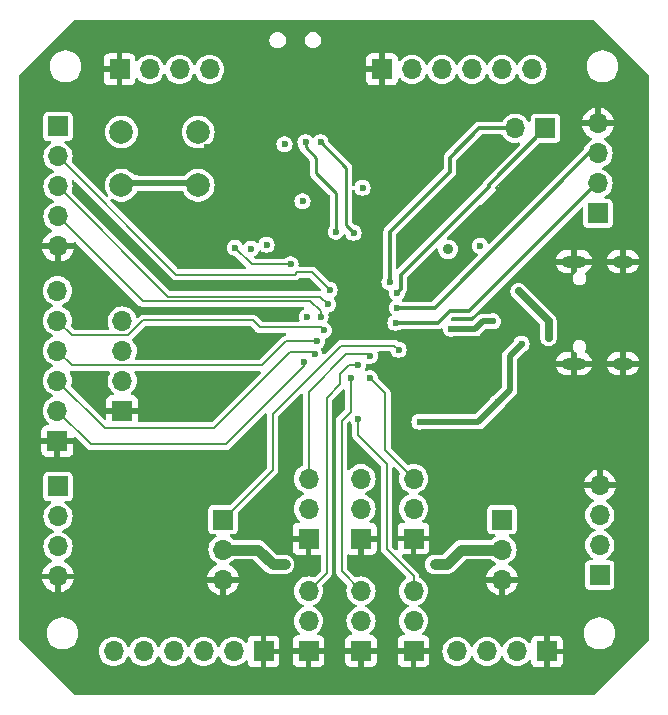
<source format=gbr>
%TF.GenerationSoftware,KiCad,Pcbnew,8.0.9*%
%TF.CreationDate,2025-09-02T19:01:46-04:00*%
%TF.ProjectId,Flight Controlelr,466c6967-6874-4204-936f-6e74726f6c65,rev?*%
%TF.SameCoordinates,Original*%
%TF.FileFunction,Copper,L2,Bot*%
%TF.FilePolarity,Positive*%
%FSLAX46Y46*%
G04 Gerber Fmt 4.6, Leading zero omitted, Abs format (unit mm)*
G04 Created by KiCad (PCBNEW 8.0.9) date 2025-09-02 19:01:46*
%MOMM*%
%LPD*%
G01*
G04 APERTURE LIST*
%TA.AperFunction,ComponentPad*%
%ADD10C,2.000000*%
%TD*%
%TA.AperFunction,ComponentPad*%
%ADD11R,1.700000X1.700000*%
%TD*%
%TA.AperFunction,ComponentPad*%
%ADD12O,1.700000X1.700000*%
%TD*%
%TA.AperFunction,ComponentPad*%
%ADD13O,1.800000X1.000000*%
%TD*%
%TA.AperFunction,ComponentPad*%
%ADD14O,2.100000X1.000000*%
%TD*%
%TA.AperFunction,ViaPad*%
%ADD15C,0.600000*%
%TD*%
%TA.AperFunction,ViaPad*%
%ADD16C,0.500000*%
%TD*%
%TA.AperFunction,ViaPad*%
%ADD17C,0.889000*%
%TD*%
%TA.AperFunction,Conductor*%
%ADD18C,0.177800*%
%TD*%
%TA.AperFunction,Conductor*%
%ADD19C,0.298450*%
%TD*%
%TA.AperFunction,Conductor*%
%ADD20C,0.203200*%
%TD*%
%TA.AperFunction,Conductor*%
%ADD21C,0.635000*%
%TD*%
%TA.AperFunction,Conductor*%
%ADD22C,0.508000*%
%TD*%
%TA.AperFunction,Conductor*%
%ADD23C,0.279400*%
%TD*%
%TA.AperFunction,Conductor*%
%ADD24C,0.889000*%
%TD*%
G04 APERTURE END LIST*
D10*
%TO.P,SW1,2,2*%
%TO.N,N/C*%
X131357100Y-97926100D03*
X124857100Y-97926100D03*
%TO.P,SW1,1,1*%
X131357100Y-93426100D03*
X124857100Y-93426100D03*
%TD*%
D11*
%TO.P,J1,1,Pin_1*%
%TO.N,GND*%
X146914100Y-88116100D03*
D12*
%TO.P,J1,2,Pin_2*%
%TO.N,N/C*%
X149454100Y-88116100D03*
%TO.P,J1,3,Pin_3*%
X151994099Y-88116100D03*
%TO.P,J1,4,Pin_4*%
X154534100Y-88116100D03*
%TO.P,J1,5,Pin_5*%
X157074100Y-88116100D03*
%TO.P,J1,6,Pin_6*%
X159614100Y-88116100D03*
%TD*%
%TO.P,J7,4,Pin_4*%
%TO.N,GND*%
X165354100Y-123305100D03*
%TO.P,J7,3,Pin_3*%
%TO.N,N/C*%
X165354100Y-125845101D03*
%TO.P,J7,2,Pin_2*%
X165354100Y-128385100D03*
D11*
%TO.P,J7,1,Pin_1*%
X165354100Y-130925100D03*
%TD*%
D12*
%TO.P,J13,3,Pin_3*%
%TO.N,N/C*%
X140691100Y-132272101D03*
%TO.P,J13,2,Pin_2*%
X140691100Y-134812100D03*
D11*
%TO.P,J13,1,Pin_1*%
%TO.N,GND*%
X140691100Y-137352100D03*
%TD*%
D12*
%TO.P,J21,3,Pin_3*%
%TO.N,GND*%
X157074100Y-131311100D03*
%TO.P,J21,2,Pin_2*%
%TO.N,N/C*%
X157074100Y-128771100D03*
D11*
%TO.P,J21,1,Pin_1*%
%TO.N,TIM12_CH1*%
X157074100Y-126231100D03*
%TD*%
D12*
%TO.P,J22,3,Pin_3*%
%TO.N,GND*%
X133452100Y-131311100D03*
%TO.P,J22,2,Pin_2*%
%TO.N,N/C*%
X133452100Y-128771100D03*
D11*
%TO.P,J22,1,Pin_1*%
%TO.N,TIM12_CH2*%
X133452100Y-126231100D03*
%TD*%
D12*
%TO.P,J9,3,Pin_3*%
%TO.N,N/C*%
X145136100Y-122772101D03*
%TO.P,J9,2,Pin_2*%
X145136100Y-125312100D03*
D11*
%TO.P,J9,1,Pin_1*%
%TO.N,GND*%
X145136100Y-127852100D03*
%TD*%
%TO.P,J4,1,Pin_1*%
%TO.N,GND*%
X124689100Y-88116100D03*
D12*
%TO.P,J4,2,Pin_2*%
%TO.N,N/C*%
X127229100Y-88116100D03*
%TO.P,J4,3,Pin_3*%
X129769099Y-88116100D03*
%TO.P,J4,4,Pin_4*%
X132309100Y-88116100D03*
%TD*%
%TO.P,J8,3,Pin_3*%
%TO.N,N/C*%
X140691100Y-122772101D03*
%TO.P,J8,2,Pin_2*%
X140691100Y-125312100D03*
D11*
%TO.P,J8,1,Pin_1*%
%TO.N,GND*%
X140691100Y-127852100D03*
%TD*%
D12*
%TO.P,J6,4,Pin_4*%
%TO.N,GND*%
X119482100Y-131052100D03*
%TO.P,J6,3,Pin_3*%
%TO.N,N/C*%
X119482100Y-128512100D03*
%TO.P,J6,2,Pin_2*%
X119482100Y-125972100D03*
D11*
%TO.P,J6,1,Pin_1*%
X119482100Y-123432100D03*
%TD*%
D12*
%TO.P,J2,6,Pin_6*%
%TO.N,N/C*%
X119432100Y-106862100D03*
%TO.P,J2,5,Pin_5*%
X119432100Y-109402100D03*
%TO.P,J2,4,Pin_4*%
X119432100Y-111942100D03*
%TO.P,J2,3,Pin_3*%
X119432100Y-114482101D03*
%TO.P,J2,2,Pin_2*%
X119432100Y-117022100D03*
D11*
%TO.P,J2,1,Pin_1*%
%TO.N,GND*%
X119432100Y-119562100D03*
%TD*%
D12*
%TO.P,J17,6,Pin_6*%
%TO.N,N/C*%
X124181100Y-137402100D03*
%TO.P,J17,5,Pin_5*%
X126721100Y-137402100D03*
%TO.P,J17,4,Pin_4*%
X129261100Y-137402100D03*
%TO.P,J17,3,Pin_3*%
X131801101Y-137402100D03*
%TO.P,J17,2,Pin_2*%
X134341100Y-137402100D03*
D11*
%TO.P,J17,1,Pin_1*%
%TO.N,GND*%
X136881100Y-137402100D03*
%TD*%
D13*
%TO.P,J23,S1,SHIELD*%
%TO.N,GND*%
X167329100Y-104391500D03*
D14*
X163149100Y-104391500D03*
D13*
X167329100Y-113031500D03*
D14*
X163149100Y-113031500D03*
%TD*%
D12*
%TO.P,J5,4,Pin_4*%
%TO.N,N/C*%
X124918100Y-109417100D03*
%TO.P,J5,3,Pin_3*%
X124918100Y-111957101D03*
%TO.P,J5,2,Pin_2*%
X124918100Y-114497100D03*
D11*
%TO.P,J5,1,Pin_1*%
%TO.N,GND*%
X124918100Y-117037100D03*
%TD*%
D12*
%TO.P,J11,2,Pin_2*%
%TO.N,N/C*%
X158197100Y-93094100D03*
D11*
%TO.P,J11,1,Pin_1*%
X160737100Y-93094100D03*
%TD*%
D12*
%TO.P,J3,4,Pin_4*%
%TO.N,GND*%
X165202100Y-92688100D03*
%TO.P,J3,3,Pin_3*%
%TO.N,N/C*%
X165202100Y-95228101D03*
%TO.P,J3,2,Pin_2*%
X165202100Y-97768100D03*
D11*
%TO.P,J3,1,Pin_1*%
X165202100Y-100308100D03*
%TD*%
D12*
%TO.P,J10,5,Pin_5*%
%TO.N,GND*%
X119482100Y-103102100D03*
%TO.P,J10,4,Pin_4*%
%TO.N,N/C*%
X119482100Y-100562100D03*
%TO.P,J10,3,Pin_3*%
X119482100Y-98022100D03*
%TO.P,J10,2,Pin_2*%
X119482100Y-95482100D03*
D11*
%TO.P,J10,1,Pin_1*%
X119482100Y-92942100D03*
%TD*%
D12*
%TO.P,J14,3,Pin_3*%
%TO.N,N/C*%
X149581100Y-132272101D03*
%TO.P,J14,2,Pin_2*%
X149581100Y-134812100D03*
D11*
%TO.P,J14,1,Pin_1*%
%TO.N,GND*%
X149581100Y-137352100D03*
%TD*%
D12*
%TO.P,J15,3,Pin_3*%
%TO.N,N/C*%
X149581100Y-122757101D03*
%TO.P,J15,2,Pin_2*%
X149581100Y-125297100D03*
D11*
%TO.P,J15,1,Pin_1*%
%TO.N,GND*%
X149581100Y-127837100D03*
%TD*%
D12*
%TO.P,J18,4,Pin_4*%
%TO.N,N/C*%
X153264100Y-137402100D03*
%TO.P,J18,3,Pin_3*%
X155804101Y-137402100D03*
%TO.P,J18,2,Pin_2*%
X158344100Y-137402100D03*
D11*
%TO.P,J18,1,Pin_1*%
%TO.N,GND*%
X160884100Y-137402100D03*
%TD*%
D12*
%TO.P,J12,3,Pin_3*%
%TO.N,N/C*%
X145136100Y-132272101D03*
%TO.P,J12,2,Pin_2*%
X145136100Y-134812100D03*
D11*
%TO.P,J12,1,Pin_1*%
%TO.N,GND*%
X145136100Y-137352100D03*
%TD*%
D15*
%TO.N,*%
X144882100Y-117707100D03*
X148184100Y-108309100D03*
X134468100Y-103229100D03*
X140310100Y-112881100D03*
X148057100Y-109579100D03*
X144882100Y-113135100D03*
X148184100Y-107039100D03*
X142355373Y-108020140D03*
X144247100Y-114278100D03*
X142469100Y-106785100D03*
X139167100Y-104626100D03*
X145898100Y-114278100D03*
X141707100Y-109071100D03*
X145898100Y-112373100D03*
X147549100Y-106150100D03*
%TO.N,GND*%
X117323100Y-124438100D03*
X141961100Y-99800100D03*
D16*
%TO.N,*%
X158471100Y-106912100D03*
X161011100Y-110849100D03*
D15*
%TO.N,GND*%
X154102300Y-103660900D03*
D16*
X157328100Y-106912100D03*
D15*
X122022100Y-85068100D03*
X126086100Y-85068100D03*
X135230100Y-114278100D03*
X144882100Y-100562100D03*
X167869100Y-129772100D03*
X137262100Y-101451100D03*
X153594300Y-95964700D03*
%TO.N,*%
X141988885Y-110186315D03*
X141412479Y-111143721D03*
%TO.N,GND*%
X158979100Y-114278100D03*
X148361900Y-119358100D03*
%TO.N,*%
X141199100Y-112246100D03*
%TO.N,GND*%
X152375100Y-105388100D03*
X167869100Y-133709100D03*
X132055100Y-94720100D03*
X149758900Y-102086100D03*
X123355600Y-122152100D03*
X131039100Y-85068100D03*
X128245100Y-122152100D03*
X117323100Y-133836100D03*
X153645100Y-114024100D03*
X156896300Y-98352300D03*
X167869100Y-124692100D03*
X144755100Y-95736100D03*
X133134600Y-122152100D03*
X138913100Y-96700599D03*
X133325100Y-116564100D03*
X117323100Y-129327601D03*
X154026100Y-111230100D03*
D16*
X157653100Y-110905100D03*
D15*
X139675100Y-117580100D03*
%TO.N,*%
X140183100Y-99292100D03*
X156693100Y-116310100D03*
X145263100Y-98149100D03*
X155238151Y-103057975D03*
X156312100Y-109452100D03*
X138659100Y-94466100D03*
X138659100Y-130026100D03*
X158725100Y-111357100D03*
%TO.N,GND*%
X165581100Y-115802100D03*
X135611100Y-110239500D03*
%TO.N,*%
X152756100Y-110087100D03*
D17*
X152502100Y-103356100D03*
D15*
%TO.N,GND*%
X136119100Y-106378700D03*
%TO.N,*%
X137135100Y-102975100D03*
%TO.N,GND*%
X130073900Y-106429500D03*
%TO.N,*%
X151359100Y-130026100D03*
%TO.N,GND*%
X131547100Y-100308100D03*
%TO.N,I2C1_SDA*%
X140437100Y-94275600D03*
%TO.N,I2C1_SCL*%
X141707100Y-94275600D03*
X144501100Y-101959100D03*
%TO.N,TIM12_CH2*%
X148311100Y-111865100D03*
%TO.N,NRST*%
X140564100Y-109071100D03*
X130404100Y-97768100D03*
%TO.N,I2C1_SDA*%
X142997100Y-101852100D03*
%TO.N,NRST*%
X135814300Y-103305300D03*
X126009900Y-97742700D03*
%TO.N,*%
X150089100Y-117961100D03*
%TD*%
D18*
%TO.N,*%
X149581100Y-131042100D02*
X147295100Y-128756100D01*
X142215100Y-115929100D02*
X143373200Y-114771000D01*
X147168100Y-120344101D02*
X147168100Y-115548100D01*
X144154218Y-113135100D02*
X144882100Y-113135100D01*
D19*
X158197100Y-93094100D02*
X155143706Y-93094100D01*
X148483325Y-105520675D02*
X148483325Y-106739875D01*
D18*
X143485100Y-130621101D02*
X145136100Y-132272101D01*
D19*
X160737100Y-93094100D02*
X155962075Y-97869125D01*
D18*
X143485100Y-117868218D02*
X143485100Y-130621101D01*
X143373200Y-113916118D02*
X144154218Y-113135100D01*
X147168100Y-115548100D02*
X145898100Y-114278100D01*
D19*
X152660075Y-95577731D02*
X152660075Y-96771925D01*
D18*
X147295100Y-128756100D02*
X147295100Y-121517100D01*
X139717182Y-105311900D02*
X140995900Y-105311900D01*
D19*
X147549100Y-101882900D02*
X147549100Y-106150100D01*
D18*
X149581100Y-122757101D02*
X147168100Y-120344101D01*
X149581100Y-132272101D02*
X149581100Y-131042100D01*
X142215100Y-130748101D02*
X142215100Y-115929100D01*
X144882100Y-119104100D02*
X144882100Y-117707100D01*
X140691100Y-132272101D02*
X142215100Y-130748101D01*
D19*
X155143706Y-93094100D02*
X152660075Y-95577731D01*
X155962075Y-98041925D02*
X148483325Y-105520675D01*
D18*
X144247100Y-117106218D02*
X143485100Y-117868218D01*
X144247100Y-114278100D02*
X144247100Y-117106218D01*
X147295100Y-121517100D02*
X144882100Y-119104100D01*
D19*
X148483325Y-106739875D02*
X148184100Y-107039100D01*
D18*
X143373200Y-114771000D02*
X143373200Y-113916118D01*
D19*
X155962075Y-97869125D02*
X155962075Y-98041925D01*
X152660075Y-96771925D02*
X147549100Y-101882900D01*
D18*
X141707100Y-108607749D02*
X140846451Y-107747100D01*
X126667100Y-107747100D02*
X119482100Y-100562100D01*
X143866100Y-112246100D02*
X145771100Y-112246100D01*
X140995900Y-105311900D02*
X142469100Y-106785100D01*
X129500000Y-105500000D02*
X139529082Y-105500000D01*
X141704533Y-107369300D02*
X128829300Y-107369300D01*
X119482100Y-95482100D02*
X129500000Y-105500000D01*
X142355373Y-108020140D02*
X141704533Y-107369300D01*
X128829300Y-107369300D02*
X119482100Y-98022100D01*
X141707100Y-109071100D02*
X141707100Y-108607749D01*
X145771100Y-112246100D02*
X145898100Y-112373100D01*
X140846451Y-107747100D02*
X126667100Y-107747100D01*
X140691100Y-115421100D02*
X143866100Y-112246100D01*
X140691100Y-122772101D02*
X140691100Y-115421100D01*
D20*
X135865100Y-104626100D02*
X139167100Y-104626100D01*
X134468100Y-103229100D02*
X135865100Y-104626100D01*
D18*
X139529082Y-105500000D02*
X139717182Y-105311900D01*
X141988885Y-110186315D02*
X141762670Y-109960100D01*
X139152000Y-112007200D02*
X132690100Y-118469100D01*
X140960200Y-112007200D02*
X139152000Y-112007200D01*
X136567582Y-109960100D02*
X135973082Y-109365600D01*
D21*
X161011100Y-110849100D02*
X161011100Y-109452100D01*
D19*
X164831100Y-98012100D02*
X154280100Y-108563100D01*
X151613100Y-109579100D02*
X148057100Y-109579100D01*
D18*
X141762670Y-109960100D02*
X136567582Y-109960100D01*
D19*
X154280100Y-108563100D02*
X152629100Y-108563100D01*
D18*
X122276100Y-119866100D02*
X119432100Y-117022100D01*
X120671001Y-113181001D02*
X119432100Y-111942100D01*
D19*
X164440099Y-95228101D02*
X151359100Y-108309100D01*
X165202100Y-95228101D02*
X164440099Y-95228101D01*
D18*
X133706100Y-119866100D02*
X122276100Y-119866100D01*
X140310100Y-112881100D02*
X140310100Y-113262100D01*
X140310100Y-113262100D02*
X133706100Y-119866100D01*
X125425056Y-110641000D02*
X120671000Y-110641000D01*
X123419099Y-118469100D02*
X119432100Y-114482101D01*
X132690100Y-118469100D02*
X123419099Y-118469100D01*
X135973082Y-109365600D02*
X126700456Y-109365600D01*
X136742317Y-113181001D02*
X120671001Y-113181001D01*
X141412479Y-111143721D02*
X138779597Y-111143721D01*
D19*
X151359100Y-108309100D02*
X148184100Y-108309100D01*
D18*
X126700456Y-109365600D02*
X125425056Y-110641000D01*
X138779597Y-111143721D02*
X136742317Y-113181001D01*
D19*
X152629100Y-108563100D02*
X151613100Y-109579100D01*
D18*
X120671000Y-110641000D02*
X119432100Y-109402100D01*
X141199100Y-112246100D02*
X140960200Y-112007200D01*
D22*
%TO.N,NRST*%
X130378700Y-97742700D02*
X130404100Y-97768100D01*
D23*
%TO.N,I2C1_SDA*%
X140437100Y-94720100D02*
X140437100Y-94275600D01*
D18*
%TO.N,TIM12_CH2*%
X133452100Y-126231100D02*
X137643100Y-122040100D01*
D23*
%TO.N,I2C1_SCL*%
X144501100Y-101959100D02*
X143866100Y-101324100D01*
D18*
%TO.N,TIM12_CH2*%
X137643100Y-117326100D02*
X143470000Y-111499200D01*
X143470000Y-111499200D02*
X147945200Y-111499200D01*
D23*
%TO.N,I2C1_SDA*%
X141326100Y-96879100D02*
X141326100Y-95609100D01*
X142997100Y-98550100D02*
X141326100Y-96879100D01*
D22*
%TO.N,NRST*%
X126009900Y-97742700D02*
X130378700Y-97742700D01*
D23*
%TO.N,I2C1_SCL*%
X143866100Y-101324100D02*
X143866100Y-96434600D01*
D18*
%TO.N,TIM12_CH2*%
X147945200Y-111499200D02*
X148311100Y-111865100D01*
X137643100Y-122040100D02*
X137643100Y-117326100D01*
D23*
%TO.N,I2C1_SDA*%
X141326100Y-95609100D02*
X140437100Y-94720100D01*
X142997100Y-101852100D02*
X142997100Y-98550100D01*
%TO.N,I2C1_SCL*%
X143866100Y-96434600D02*
X141707100Y-94275600D01*
D21*
%TO.N,*%
X161011100Y-109452100D02*
X158471100Y-106912100D01*
D24*
X153630100Y-128771100D02*
X157074100Y-128771100D01*
X136388100Y-128771100D02*
X133452100Y-128771100D01*
X152375100Y-130026100D02*
X153630100Y-128771100D01*
X151359100Y-130026100D02*
X152375100Y-130026100D01*
X138659100Y-130026100D02*
X137643100Y-130026100D01*
X137643100Y-130026100D02*
X136388100Y-128771100D01*
D22*
X155423100Y-109452100D02*
X156312100Y-109452100D01*
X155042100Y-117961100D02*
X156693100Y-116310100D01*
X150089100Y-117961100D02*
X155042100Y-117961100D01*
X157709100Y-115294100D02*
X156693100Y-116310100D01*
X157709100Y-112373100D02*
X157709100Y-115294100D01*
X154788100Y-110087100D02*
X155423100Y-109452100D01*
X158725100Y-111357100D02*
X157709100Y-112373100D01*
X152756100Y-110087100D02*
X154788100Y-110087100D01*
%TD*%
%TA.AperFunction,Conductor*%
%TO.N,GND*%
G36*
X147970703Y-121812396D02*
G01*
X147977181Y-121818428D01*
X148384378Y-122225625D01*
X148417863Y-122286948D01*
X148416472Y-122345399D01*
X148363678Y-122542430D01*
X148363676Y-122542440D01*
X148344896Y-122757100D01*
X148344896Y-122757101D01*
X148363676Y-122971761D01*
X148363678Y-122971771D01*
X148419445Y-123179900D01*
X148419447Y-123179904D01*
X148419448Y-123179908D01*
X148447131Y-123239274D01*
X148510515Y-123375202D01*
X148510516Y-123375204D01*
X148634109Y-123551713D01*
X148634114Y-123551719D01*
X148786481Y-123704086D01*
X148786487Y-123704091D01*
X148962996Y-123827684D01*
X148962998Y-123827685D01*
X149149642Y-123914719D01*
X149202080Y-123960890D01*
X149221232Y-124028084D01*
X149201016Y-124094965D01*
X149149641Y-124139482D01*
X148962998Y-124226515D01*
X148962996Y-124226516D01*
X148786487Y-124350109D01*
X148786481Y-124350114D01*
X148634114Y-124502481D01*
X148634109Y-124502487D01*
X148510516Y-124678996D01*
X148510515Y-124678998D01*
X148419449Y-124874291D01*
X148419445Y-124874300D01*
X148363678Y-125082429D01*
X148363676Y-125082439D01*
X148344896Y-125297099D01*
X148344896Y-125297100D01*
X148363676Y-125511760D01*
X148363678Y-125511770D01*
X148419445Y-125719899D01*
X148419447Y-125719903D01*
X148419448Y-125719907D01*
X148436945Y-125757429D01*
X148510515Y-125915201D01*
X148510516Y-125915203D01*
X148634109Y-126091712D01*
X148634114Y-126091718D01*
X148786481Y-126244085D01*
X148786487Y-126244090D01*
X148811387Y-126261525D01*
X148855012Y-126316101D01*
X148862206Y-126385599D01*
X148830684Y-126447954D01*
X148770454Y-126483369D01*
X148740264Y-126487100D01*
X148683255Y-126487100D01*
X148623727Y-126493501D01*
X148623720Y-126493503D01*
X148489013Y-126543745D01*
X148489006Y-126543749D01*
X148373912Y-126629909D01*
X148373909Y-126629912D01*
X148287749Y-126745006D01*
X148287745Y-126745013D01*
X148237503Y-126879720D01*
X148237501Y-126879727D01*
X148231100Y-126939255D01*
X148231100Y-127587100D01*
X149148088Y-127587100D01*
X149115175Y-127644107D01*
X149081100Y-127771274D01*
X149081100Y-127902926D01*
X149115175Y-128030093D01*
X149148088Y-128087100D01*
X148231100Y-128087100D01*
X148231100Y-128727492D01*
X148211415Y-128794531D01*
X148158611Y-128840286D01*
X148089453Y-128850230D01*
X148025897Y-128821205D01*
X148019419Y-128815173D01*
X147801819Y-128597573D01*
X147768334Y-128536250D01*
X147765500Y-128509892D01*
X147765500Y-121906109D01*
X147785185Y-121839070D01*
X147837989Y-121793315D01*
X147907147Y-121783371D01*
X147970703Y-121812396D01*
G37*
%TD.AperFunction*%
%TA.AperFunction,Conductor*%
G36*
X136610229Y-113671086D02*
G01*
X136655984Y-113723890D01*
X136665928Y-113793048D01*
X136636903Y-113856604D01*
X136630871Y-113863082D01*
X132531573Y-117962381D01*
X132470250Y-117995866D01*
X132443892Y-117998700D01*
X126392100Y-117998700D01*
X126325061Y-117979015D01*
X126279306Y-117926211D01*
X126268100Y-117874700D01*
X126268100Y-117287100D01*
X125351112Y-117287100D01*
X125384025Y-117230093D01*
X125418100Y-117102926D01*
X125418100Y-116971274D01*
X125384025Y-116844107D01*
X125351112Y-116787100D01*
X126268100Y-116787100D01*
X126268100Y-116139272D01*
X126268099Y-116139255D01*
X126261698Y-116079727D01*
X126261696Y-116079720D01*
X126211454Y-115945013D01*
X126211450Y-115945006D01*
X126125290Y-115829912D01*
X126125287Y-115829909D01*
X126010193Y-115743749D01*
X126010186Y-115743745D01*
X125875479Y-115693503D01*
X125875472Y-115693501D01*
X125815944Y-115687100D01*
X125758936Y-115687100D01*
X125691897Y-115667415D01*
X125646142Y-115614611D01*
X125636198Y-115545453D01*
X125665223Y-115481897D01*
X125687813Y-115461525D01*
X125690085Y-115459933D01*
X125712717Y-115444087D01*
X125865087Y-115291717D01*
X125988684Y-115115202D01*
X126079752Y-114919907D01*
X126135523Y-114711765D01*
X126154304Y-114497100D01*
X126135523Y-114282435D01*
X126086559Y-114099698D01*
X126079754Y-114074300D01*
X126079753Y-114074299D01*
X126079752Y-114074293D01*
X125988684Y-113878998D01*
X125978182Y-113863999D01*
X125965946Y-113846524D01*
X125943619Y-113780318D01*
X125960629Y-113712551D01*
X126011578Y-113664738D01*
X126067521Y-113651401D01*
X136543190Y-113651401D01*
X136610229Y-113671086D01*
G37*
%TD.AperFunction*%
%TA.AperFunction,Conductor*%
G36*
X120607305Y-113651168D02*
G01*
X120609068Y-113651400D01*
X120609071Y-113651401D01*
X120609072Y-113651401D01*
X123768679Y-113651401D01*
X123835718Y-113671086D01*
X123881473Y-113723890D01*
X123891417Y-113793048D01*
X123870254Y-113846524D01*
X123847516Y-113878996D01*
X123847515Y-113878998D01*
X123756449Y-114074291D01*
X123756445Y-114074300D01*
X123700678Y-114282429D01*
X123700676Y-114282439D01*
X123681896Y-114497099D01*
X123681896Y-114497100D01*
X123700676Y-114711760D01*
X123700678Y-114711770D01*
X123756445Y-114919899D01*
X123756447Y-114919903D01*
X123756448Y-114919907D01*
X123800127Y-115013576D01*
X123847515Y-115115201D01*
X123847516Y-115115203D01*
X123971109Y-115291712D01*
X123971113Y-115291717D01*
X124123481Y-115444085D01*
X124123487Y-115444090D01*
X124148387Y-115461525D01*
X124192012Y-115516101D01*
X124199206Y-115585599D01*
X124167684Y-115647954D01*
X124107454Y-115683369D01*
X124077264Y-115687100D01*
X124020255Y-115687100D01*
X123960727Y-115693501D01*
X123960720Y-115693503D01*
X123826013Y-115743745D01*
X123826006Y-115743749D01*
X123710912Y-115829909D01*
X123710909Y-115829912D01*
X123624749Y-115945006D01*
X123624745Y-115945013D01*
X123574503Y-116079720D01*
X123574501Y-116079727D01*
X123568100Y-116139255D01*
X123568100Y-116787100D01*
X124485088Y-116787100D01*
X124452175Y-116844107D01*
X124418100Y-116971274D01*
X124418100Y-117102926D01*
X124452175Y-117230093D01*
X124485088Y-117287100D01*
X123568100Y-117287100D01*
X123568100Y-117653493D01*
X123548415Y-117720532D01*
X123495611Y-117766287D01*
X123426453Y-117776231D01*
X123362897Y-117747206D01*
X123356419Y-117741174D01*
X120628821Y-115013576D01*
X120595336Y-114952253D01*
X120596726Y-114893805D01*
X120649523Y-114696766D01*
X120668304Y-114482101D01*
X120649523Y-114267436D01*
X120593752Y-114059294D01*
X120502684Y-113863999D01*
X120489541Y-113845229D01*
X120467215Y-113779025D01*
X120484225Y-113711257D01*
X120535173Y-113663444D01*
X120603883Y-113650766D01*
X120607305Y-113651168D01*
G37*
%TD.AperFunction*%
%TA.AperFunction,Conductor*%
G36*
X135793913Y-109855685D02*
G01*
X135814555Y-109872319D01*
X136191168Y-110248932D01*
X136278750Y-110336514D01*
X136386014Y-110398443D01*
X136445833Y-110414471D01*
X136505652Y-110430500D01*
X136505653Y-110430500D01*
X138682014Y-110430500D01*
X138749053Y-110450185D01*
X138794808Y-110502989D01*
X138804752Y-110572147D01*
X138775727Y-110635703D01*
X138716949Y-110673477D01*
X138714107Y-110674275D01*
X138661078Y-110688483D01*
X138661079Y-110688484D01*
X138598027Y-110705378D01*
X138598026Y-110705379D01*
X138490768Y-110767305D01*
X138490762Y-110767309D01*
X136583790Y-112674282D01*
X136522467Y-112707767D01*
X136496109Y-112710601D01*
X126120188Y-112710601D01*
X126053149Y-112690916D01*
X126007394Y-112638112D01*
X125997450Y-112568954D01*
X126007806Y-112534196D01*
X126025018Y-112497285D01*
X126079752Y-112379908D01*
X126135523Y-112171766D01*
X126154304Y-111957101D01*
X126152991Y-111942099D01*
X126147513Y-111879476D01*
X126135523Y-111742436D01*
X126082906Y-111546064D01*
X126079754Y-111534301D01*
X126079753Y-111534300D01*
X126079752Y-111534294D01*
X125988684Y-111338999D01*
X125988681Y-111338995D01*
X125865090Y-111162488D01*
X125865085Y-111162482D01*
X125804633Y-111102030D01*
X125771148Y-111040707D01*
X125776132Y-110971015D01*
X125804631Y-110926670D01*
X126858983Y-109872319D01*
X126920306Y-109838834D01*
X126946664Y-109836000D01*
X135726874Y-109836000D01*
X135793913Y-109855685D01*
G37*
%TD.AperFunction*%
%TA.AperFunction,Conductor*%
G36*
X120831227Y-97506118D02*
G01*
X120864727Y-97529973D01*
X129123586Y-105788832D01*
X129211168Y-105876414D01*
X129318432Y-105938343D01*
X129344624Y-105945361D01*
X129438070Y-105970400D01*
X129438071Y-105970400D01*
X129438072Y-105970400D01*
X139591010Y-105970400D01*
X139591012Y-105970400D01*
X139684458Y-105945361D01*
X139710650Y-105938343D01*
X139817914Y-105876414D01*
X139875709Y-105818619D01*
X139937032Y-105785134D01*
X139963390Y-105782300D01*
X140749692Y-105782300D01*
X140816731Y-105801985D01*
X140837373Y-105818619D01*
X141705973Y-106687219D01*
X141739458Y-106748542D01*
X141734474Y-106818234D01*
X141692602Y-106874167D01*
X141627138Y-106898584D01*
X141618292Y-106898900D01*
X129075508Y-106898900D01*
X129008469Y-106879215D01*
X128987827Y-106862581D01*
X120678821Y-98553575D01*
X120645336Y-98492252D01*
X120646726Y-98433804D01*
X120699523Y-98236765D01*
X120718304Y-98022100D01*
X120699523Y-97807435D01*
X120657271Y-97649747D01*
X120658934Y-97579897D01*
X120698097Y-97522035D01*
X120762325Y-97494531D01*
X120831227Y-97506118D01*
G37*
%TD.AperFunction*%
%TA.AperFunction,Conductor*%
G36*
X157073814Y-93644510D02*
G01*
X157119158Y-93696422D01*
X157126516Y-93712203D01*
X157250109Y-93888712D01*
X157250114Y-93888718D01*
X157402481Y-94041085D01*
X157402487Y-94041090D01*
X157578996Y-94164683D01*
X157578998Y-94164684D01*
X157774293Y-94255752D01*
X157982435Y-94311523D01*
X158143334Y-94325600D01*
X158197099Y-94330304D01*
X158197100Y-94330304D01*
X158197101Y-94330304D01*
X158250866Y-94325600D01*
X158411765Y-94311523D01*
X158452914Y-94300497D01*
X158522762Y-94302160D01*
X158580624Y-94341322D01*
X158608129Y-94405550D01*
X158596543Y-94474452D01*
X158572687Y-94507953D01*
X155618760Y-97461879D01*
X155618761Y-97461880D01*
X155537387Y-97543254D01*
X155537384Y-97543258D01*
X155467521Y-97664266D01*
X155467518Y-97664271D01*
X155431591Y-97798356D01*
X155399497Y-97853943D01*
X148291506Y-104961935D01*
X148230183Y-104995420D01*
X148160491Y-104990436D01*
X148104558Y-104948564D01*
X148080141Y-104883100D01*
X148079825Y-104874254D01*
X148079825Y-102154094D01*
X148099510Y-102087055D01*
X148116139Y-102066418D01*
X152975738Y-97206818D01*
X152975743Y-97206815D01*
X152985946Y-97196611D01*
X152985948Y-97196611D01*
X153084761Y-97097798D01*
X153154632Y-96976777D01*
X153190800Y-96841796D01*
X153190800Y-95848927D01*
X153210485Y-95781888D01*
X153227119Y-95761246D01*
X155327221Y-93661144D01*
X155388544Y-93627659D01*
X155414902Y-93624825D01*
X157006775Y-93624825D01*
X157073814Y-93644510D01*
G37*
%TD.AperFunction*%
%TA.AperFunction,Conductor*%
G36*
X164836463Y-83937285D02*
G01*
X164857105Y-83953919D01*
X169491281Y-88588095D01*
X169524766Y-88649418D01*
X169527600Y-88675776D01*
X169527600Y-136324424D01*
X169507915Y-136391463D01*
X169491281Y-136412105D01*
X164857105Y-141046281D01*
X164795782Y-141079766D01*
X164769424Y-141082600D01*
X120930776Y-141082600D01*
X120863737Y-141062915D01*
X120843095Y-141046281D01*
X117198913Y-137402099D01*
X122944896Y-137402099D01*
X122944896Y-137402100D01*
X122963676Y-137616760D01*
X122963678Y-137616770D01*
X123019445Y-137824899D01*
X123019447Y-137824903D01*
X123019448Y-137824907D01*
X123055444Y-137902100D01*
X123110515Y-138020201D01*
X123110516Y-138020203D01*
X123234109Y-138196712D01*
X123234114Y-138196718D01*
X123386481Y-138349085D01*
X123386487Y-138349090D01*
X123562996Y-138472683D01*
X123562998Y-138472684D01*
X123758293Y-138563752D01*
X123966435Y-138619523D01*
X124138167Y-138634547D01*
X124181099Y-138638304D01*
X124181100Y-138638304D01*
X124181101Y-138638304D01*
X124216877Y-138635173D01*
X124395765Y-138619523D01*
X124603907Y-138563752D01*
X124799202Y-138472684D01*
X124975717Y-138349087D01*
X125128087Y-138196717D01*
X125251684Y-138020202D01*
X125338718Y-137833555D01*
X125384890Y-137781118D01*
X125452084Y-137761966D01*
X125518965Y-137782182D01*
X125563481Y-137833555D01*
X125595444Y-137902100D01*
X125650515Y-138020201D01*
X125650516Y-138020203D01*
X125774109Y-138196712D01*
X125774114Y-138196718D01*
X125926481Y-138349085D01*
X125926487Y-138349090D01*
X126102996Y-138472683D01*
X126102998Y-138472684D01*
X126298293Y-138563752D01*
X126506435Y-138619523D01*
X126678167Y-138634547D01*
X126721099Y-138638304D01*
X126721100Y-138638304D01*
X126721101Y-138638304D01*
X126756877Y-138635173D01*
X126935765Y-138619523D01*
X127143907Y-138563752D01*
X127339202Y-138472684D01*
X127515717Y-138349087D01*
X127668087Y-138196717D01*
X127791684Y-138020202D01*
X127878718Y-137833555D01*
X127924890Y-137781118D01*
X127992084Y-137761966D01*
X128058965Y-137782182D01*
X128103481Y-137833555D01*
X128135444Y-137902100D01*
X128190515Y-138020201D01*
X128190516Y-138020203D01*
X128314109Y-138196712D01*
X128314114Y-138196718D01*
X128466481Y-138349085D01*
X128466487Y-138349090D01*
X128642996Y-138472683D01*
X128642998Y-138472684D01*
X128838293Y-138563752D01*
X129046435Y-138619523D01*
X129218167Y-138634547D01*
X129261099Y-138638304D01*
X129261100Y-138638304D01*
X129261101Y-138638304D01*
X129296877Y-138635173D01*
X129475765Y-138619523D01*
X129683907Y-138563752D01*
X129879202Y-138472684D01*
X130055717Y-138349087D01*
X130208087Y-138196717D01*
X130331684Y-138020202D01*
X130418718Y-137833555D01*
X130464890Y-137781117D01*
X130532083Y-137761965D01*
X130598965Y-137782181D01*
X130643482Y-137833556D01*
X130730516Y-138020201D01*
X130730517Y-138020203D01*
X130854110Y-138196712D01*
X130854115Y-138196718D01*
X131006482Y-138349085D01*
X131006488Y-138349090D01*
X131182997Y-138472683D01*
X131182999Y-138472684D01*
X131378294Y-138563752D01*
X131586436Y-138619523D01*
X131758168Y-138634547D01*
X131801100Y-138638304D01*
X131801101Y-138638304D01*
X131801102Y-138638304D01*
X131836878Y-138635173D01*
X132015766Y-138619523D01*
X132223908Y-138563752D01*
X132419203Y-138472684D01*
X132595718Y-138349087D01*
X132748088Y-138196717D01*
X132871685Y-138020202D01*
X132958719Y-137833557D01*
X133004890Y-137781119D01*
X133072083Y-137761967D01*
X133138965Y-137782182D01*
X133183482Y-137833558D01*
X133270515Y-138020201D01*
X133270516Y-138020203D01*
X133394109Y-138196712D01*
X133394114Y-138196718D01*
X133546481Y-138349085D01*
X133546487Y-138349090D01*
X133722996Y-138472683D01*
X133722998Y-138472684D01*
X133918293Y-138563752D01*
X134126435Y-138619523D01*
X134298167Y-138634547D01*
X134341099Y-138638304D01*
X134341100Y-138638304D01*
X134341101Y-138638304D01*
X134376877Y-138635173D01*
X134555765Y-138619523D01*
X134763907Y-138563752D01*
X134959202Y-138472684D01*
X135135717Y-138349087D01*
X135288087Y-138196717D01*
X135305525Y-138171813D01*
X135360101Y-138128188D01*
X135429599Y-138120994D01*
X135491954Y-138152516D01*
X135527369Y-138212746D01*
X135531100Y-138242936D01*
X135531100Y-138299944D01*
X135537501Y-138359472D01*
X135537503Y-138359479D01*
X135587745Y-138494186D01*
X135587749Y-138494193D01*
X135673909Y-138609287D01*
X135673912Y-138609290D01*
X135789006Y-138695450D01*
X135789013Y-138695454D01*
X135923720Y-138745696D01*
X135923727Y-138745698D01*
X135983255Y-138752099D01*
X135983272Y-138752100D01*
X136631100Y-138752100D01*
X136631100Y-137835112D01*
X136688107Y-137868025D01*
X136815274Y-137902100D01*
X136946926Y-137902100D01*
X137074093Y-137868025D01*
X137131100Y-137835112D01*
X137131100Y-138752100D01*
X137778928Y-138752100D01*
X137778944Y-138752099D01*
X137838472Y-138745698D01*
X137838479Y-138745696D01*
X137973186Y-138695454D01*
X137973193Y-138695450D01*
X138088287Y-138609290D01*
X138088290Y-138609287D01*
X138174450Y-138494193D01*
X138174454Y-138494186D01*
X138224696Y-138359479D01*
X138224698Y-138359472D01*
X138231099Y-138299944D01*
X138231100Y-138299927D01*
X138231100Y-137652100D01*
X137314112Y-137652100D01*
X137347025Y-137595093D01*
X137381100Y-137467926D01*
X137381100Y-137336274D01*
X137347025Y-137209107D01*
X137314112Y-137152100D01*
X138231100Y-137152100D01*
X138231100Y-136504272D01*
X138231099Y-136504255D01*
X138224698Y-136444727D01*
X138224696Y-136444720D01*
X138174454Y-136310013D01*
X138174450Y-136310006D01*
X138088290Y-136194912D01*
X138088287Y-136194909D01*
X137973193Y-136108749D01*
X137973186Y-136108745D01*
X137838479Y-136058503D01*
X137838472Y-136058501D01*
X137778944Y-136052100D01*
X137131100Y-136052100D01*
X137131100Y-136969088D01*
X137074093Y-136936175D01*
X136946926Y-136902100D01*
X136815274Y-136902100D01*
X136688107Y-136936175D01*
X136631100Y-136969088D01*
X136631100Y-136052100D01*
X135983255Y-136052100D01*
X135923727Y-136058501D01*
X135923720Y-136058503D01*
X135789013Y-136108745D01*
X135789006Y-136108749D01*
X135673912Y-136194909D01*
X135673909Y-136194912D01*
X135587749Y-136310006D01*
X135587745Y-136310013D01*
X135537503Y-136444720D01*
X135537501Y-136444727D01*
X135531100Y-136504255D01*
X135531100Y-136561263D01*
X135511415Y-136628302D01*
X135458611Y-136674057D01*
X135389453Y-136684001D01*
X135325897Y-136654976D01*
X135305526Y-136632387D01*
X135288093Y-136607490D01*
X135288085Y-136607481D01*
X135135718Y-136455114D01*
X135135712Y-136455109D01*
X134959203Y-136331516D01*
X134959201Y-136331515D01*
X134861554Y-136285982D01*
X134763907Y-136240448D01*
X134763903Y-136240447D01*
X134763899Y-136240445D01*
X134555770Y-136184678D01*
X134555760Y-136184676D01*
X134341101Y-136165896D01*
X134341099Y-136165896D01*
X134126439Y-136184676D01*
X134126429Y-136184678D01*
X133918300Y-136240445D01*
X133918291Y-136240449D01*
X133722998Y-136331515D01*
X133722996Y-136331516D01*
X133546487Y-136455109D01*
X133546481Y-136455114D01*
X133394114Y-136607481D01*
X133394109Y-136607487D01*
X133270516Y-136783996D01*
X133270515Y-136783998D01*
X133183482Y-136970641D01*
X133137309Y-137023080D01*
X133070116Y-137042232D01*
X133003235Y-137022016D01*
X132958718Y-136970641D01*
X132942646Y-136936175D01*
X132871685Y-136783998D01*
X132846403Y-136747892D01*
X132748091Y-136607487D01*
X132748086Y-136607481D01*
X132595719Y-136455114D01*
X132595713Y-136455109D01*
X132419204Y-136331516D01*
X132419202Y-136331515D01*
X132321555Y-136285982D01*
X132223908Y-136240448D01*
X132223904Y-136240447D01*
X132223900Y-136240445D01*
X132015771Y-136184678D01*
X132015761Y-136184676D01*
X131801102Y-136165896D01*
X131801100Y-136165896D01*
X131586440Y-136184676D01*
X131586430Y-136184678D01*
X131378301Y-136240445D01*
X131378292Y-136240449D01*
X131182999Y-136331515D01*
X131182997Y-136331516D01*
X131006488Y-136455109D01*
X131006482Y-136455114D01*
X130854115Y-136607481D01*
X130854110Y-136607487D01*
X130730517Y-136783996D01*
X130730516Y-136783998D01*
X130643482Y-136970643D01*
X130597309Y-137023082D01*
X130530116Y-137042234D01*
X130463235Y-137022018D01*
X130418718Y-136970643D01*
X130402645Y-136936175D01*
X130331684Y-136783998D01*
X130306402Y-136747892D01*
X130208090Y-136607487D01*
X130208085Y-136607481D01*
X130055718Y-136455114D01*
X130055712Y-136455109D01*
X129879203Y-136331516D01*
X129879201Y-136331515D01*
X129781554Y-136285982D01*
X129683907Y-136240448D01*
X129683903Y-136240447D01*
X129683899Y-136240445D01*
X129475770Y-136184678D01*
X129475760Y-136184676D01*
X129261101Y-136165896D01*
X129261099Y-136165896D01*
X129046439Y-136184676D01*
X129046429Y-136184678D01*
X128838300Y-136240445D01*
X128838291Y-136240449D01*
X128642998Y-136331515D01*
X128642996Y-136331516D01*
X128466487Y-136455109D01*
X128466481Y-136455114D01*
X128314114Y-136607481D01*
X128314109Y-136607487D01*
X128190516Y-136783996D01*
X128190515Y-136783998D01*
X128103482Y-136970642D01*
X128057310Y-137023081D01*
X127990116Y-137042233D01*
X127923235Y-137022017D01*
X127878718Y-136970642D01*
X127791684Y-136783998D01*
X127791683Y-136783996D01*
X127668090Y-136607487D01*
X127668085Y-136607481D01*
X127515718Y-136455114D01*
X127515712Y-136455109D01*
X127339203Y-136331516D01*
X127339201Y-136331515D01*
X127241554Y-136285982D01*
X127143907Y-136240448D01*
X127143903Y-136240447D01*
X127143899Y-136240445D01*
X126935770Y-136184678D01*
X126935760Y-136184676D01*
X126721101Y-136165896D01*
X126721099Y-136165896D01*
X126506439Y-136184676D01*
X126506429Y-136184678D01*
X126298300Y-136240445D01*
X126298291Y-136240449D01*
X126102998Y-136331515D01*
X126102996Y-136331516D01*
X125926487Y-136455109D01*
X125926481Y-136455114D01*
X125774114Y-136607481D01*
X125774109Y-136607487D01*
X125650516Y-136783996D01*
X125650515Y-136783998D01*
X125563482Y-136970642D01*
X125517310Y-137023081D01*
X125450116Y-137042233D01*
X125383235Y-137022017D01*
X125338718Y-136970642D01*
X125251684Y-136783998D01*
X125251683Y-136783996D01*
X125128090Y-136607487D01*
X125128085Y-136607481D01*
X124975718Y-136455114D01*
X124975712Y-136455109D01*
X124799203Y-136331516D01*
X124799201Y-136331515D01*
X124701554Y-136285982D01*
X124603907Y-136240448D01*
X124603903Y-136240447D01*
X124603899Y-136240445D01*
X124395770Y-136184678D01*
X124395760Y-136184676D01*
X124181101Y-136165896D01*
X124181099Y-136165896D01*
X123966439Y-136184676D01*
X123966429Y-136184678D01*
X123758300Y-136240445D01*
X123758291Y-136240449D01*
X123562998Y-136331515D01*
X123562996Y-136331516D01*
X123386487Y-136455109D01*
X123386481Y-136455114D01*
X123234114Y-136607481D01*
X123234109Y-136607487D01*
X123110516Y-136783996D01*
X123110515Y-136783998D01*
X123019449Y-136979291D01*
X123019445Y-136979300D01*
X122963678Y-137187429D01*
X122963676Y-137187439D01*
X122944896Y-137402099D01*
X117198913Y-137402099D01*
X116208919Y-136412105D01*
X116175434Y-136350782D01*
X116172600Y-136324424D01*
X116172600Y-135761813D01*
X118512600Y-135761813D01*
X118512600Y-135974387D01*
X118521333Y-136029523D01*
X118539608Y-136144912D01*
X118545854Y-136184343D01*
X118593673Y-136331515D01*
X118611544Y-136386514D01*
X118708051Y-136575920D01*
X118832990Y-136747886D01*
X118983313Y-136898209D01*
X119155279Y-137023148D01*
X119155281Y-137023149D01*
X119155284Y-137023151D01*
X119344688Y-137119657D01*
X119546857Y-137185346D01*
X119756813Y-137218600D01*
X119756814Y-137218600D01*
X119969386Y-137218600D01*
X119969387Y-137218600D01*
X120179343Y-137185346D01*
X120381512Y-137119657D01*
X120570916Y-137023151D01*
X120643189Y-136970642D01*
X120742886Y-136898209D01*
X120742888Y-136898206D01*
X120742892Y-136898204D01*
X120893204Y-136747892D01*
X120893206Y-136747888D01*
X120893209Y-136747886D01*
X121018148Y-136575920D01*
X121018147Y-136575920D01*
X121018151Y-136575916D01*
X121114657Y-136386512D01*
X121180346Y-136184343D01*
X121213600Y-135974387D01*
X121213600Y-135761813D01*
X121180346Y-135551857D01*
X121114657Y-135349688D01*
X121018151Y-135160284D01*
X121018149Y-135160281D01*
X121018148Y-135160279D01*
X120893209Y-134988313D01*
X120742886Y-134837990D01*
X120570920Y-134713051D01*
X120381514Y-134616544D01*
X120381513Y-134616543D01*
X120381512Y-134616543D01*
X120179343Y-134550854D01*
X120179341Y-134550853D01*
X120179340Y-134550853D01*
X120018057Y-134525308D01*
X119969387Y-134517600D01*
X119756813Y-134517600D01*
X119708142Y-134525308D01*
X119546860Y-134550853D01*
X119344685Y-134616544D01*
X119155279Y-134713051D01*
X118983313Y-134837990D01*
X118832990Y-134988313D01*
X118708051Y-135160279D01*
X118611544Y-135349685D01*
X118545853Y-135551860D01*
X118513032Y-135759085D01*
X118512600Y-135761813D01*
X116172600Y-135761813D01*
X116172600Y-130802099D01*
X118151464Y-130802099D01*
X118151464Y-130802100D01*
X119049088Y-130802100D01*
X119016175Y-130859107D01*
X118982100Y-130986274D01*
X118982100Y-131117926D01*
X119016175Y-131245093D01*
X119049088Y-131302100D01*
X118151464Y-131302100D01*
X118208667Y-131515586D01*
X118208670Y-131515592D01*
X118308499Y-131729678D01*
X118443994Y-131923182D01*
X118611017Y-132090205D01*
X118804521Y-132225700D01*
X119018607Y-132325529D01*
X119018616Y-132325533D01*
X119232100Y-132382734D01*
X119232100Y-131485112D01*
X119289107Y-131518025D01*
X119416274Y-131552100D01*
X119547926Y-131552100D01*
X119675093Y-131518025D01*
X119732100Y-131485112D01*
X119732100Y-132382733D01*
X119945583Y-132325533D01*
X119945592Y-132325529D01*
X120159678Y-132225700D01*
X120353182Y-132090205D01*
X120520205Y-131923182D01*
X120655700Y-131729678D01*
X120755529Y-131515592D01*
X120755532Y-131515586D01*
X120812736Y-131302100D01*
X119915112Y-131302100D01*
X119948025Y-131245093D01*
X119982100Y-131117926D01*
X119982100Y-130986274D01*
X119948025Y-130859107D01*
X119915112Y-130802100D01*
X120812736Y-130802100D01*
X120812735Y-130802099D01*
X120755532Y-130588613D01*
X120755529Y-130588607D01*
X120655700Y-130374522D01*
X120655699Y-130374520D01*
X120520213Y-130181026D01*
X120520208Y-130181020D01*
X120353182Y-130013994D01*
X120159678Y-129878499D01*
X120053754Y-129829106D01*
X120001315Y-129782933D01*
X119982163Y-129715740D01*
X120002379Y-129648859D01*
X120053755Y-129604342D01*
X120100202Y-129582684D01*
X120276717Y-129459087D01*
X120429087Y-129306717D01*
X120552684Y-129130202D01*
X120643752Y-128934907D01*
X120699523Y-128726765D01*
X120718304Y-128512100D01*
X120699523Y-128297435D01*
X120643752Y-128089293D01*
X120552684Y-127893998D01*
X120537130Y-127871785D01*
X120429090Y-127717487D01*
X120429085Y-127717481D01*
X120276718Y-127565114D01*
X120276712Y-127565109D01*
X120100203Y-127441516D01*
X120100201Y-127441515D01*
X119981523Y-127386175D01*
X119913555Y-127354481D01*
X119861118Y-127308310D01*
X119841966Y-127241116D01*
X119862182Y-127174235D01*
X119913555Y-127129718D01*
X120100202Y-127042684D01*
X120276717Y-126919087D01*
X120429087Y-126766717D01*
X120552684Y-126590202D01*
X120643752Y-126394907D01*
X120699523Y-126186765D01*
X120718304Y-125972100D01*
X120699523Y-125757435D01*
X120643752Y-125549293D01*
X120552684Y-125353998D01*
X120546309Y-125344894D01*
X120429090Y-125177487D01*
X120429085Y-125177481D01*
X120276718Y-125025114D01*
X120276712Y-125025109D01*
X120100203Y-124901516D01*
X120100196Y-124901512D01*
X120096912Y-124899981D01*
X120095708Y-124898921D01*
X120095512Y-124898808D01*
X120095534Y-124898768D01*
X120044473Y-124853808D01*
X120025322Y-124786615D01*
X120045539Y-124719734D01*
X120098705Y-124674400D01*
X120149318Y-124663600D01*
X120368300Y-124663600D01*
X120368306Y-124663600D01*
X120442461Y-124652796D01*
X120499653Y-124624836D01*
X120556843Y-124596878D01*
X120556846Y-124596876D01*
X120646876Y-124506846D01*
X120646878Y-124506843D01*
X120693041Y-124412415D01*
X120702796Y-124392461D01*
X120713600Y-124318306D01*
X120713600Y-122545894D01*
X120702796Y-122471739D01*
X120684356Y-122434020D01*
X120646878Y-122357356D01*
X120646876Y-122357353D01*
X120556846Y-122267323D01*
X120556843Y-122267321D01*
X120442464Y-122211405D01*
X120442462Y-122211404D01*
X120442461Y-122211404D01*
X120368306Y-122200600D01*
X118595894Y-122200600D01*
X118521739Y-122211404D01*
X118521737Y-122211404D01*
X118521735Y-122211405D01*
X118407356Y-122267321D01*
X118407353Y-122267323D01*
X118317323Y-122357353D01*
X118317321Y-122357356D01*
X118261405Y-122471735D01*
X118261404Y-122471737D01*
X118261404Y-122471739D01*
X118250600Y-122545894D01*
X118250600Y-124318306D01*
X118261404Y-124392461D01*
X118261404Y-124392462D01*
X118261405Y-124392464D01*
X118317321Y-124506843D01*
X118317323Y-124506846D01*
X118407353Y-124596876D01*
X118407356Y-124596878D01*
X118494523Y-124639491D01*
X118521739Y-124652796D01*
X118595894Y-124663600D01*
X118595900Y-124663600D01*
X118814882Y-124663600D01*
X118881921Y-124683285D01*
X118927676Y-124736089D01*
X118937620Y-124805247D01*
X118908595Y-124868803D01*
X118867288Y-124899981D01*
X118864003Y-124901512D01*
X118863996Y-124901516D01*
X118687487Y-125025109D01*
X118687481Y-125025114D01*
X118535114Y-125177481D01*
X118535109Y-125177487D01*
X118411516Y-125353996D01*
X118411515Y-125353998D01*
X118320449Y-125549291D01*
X118320445Y-125549300D01*
X118264678Y-125757429D01*
X118264676Y-125757439D01*
X118245896Y-125972099D01*
X118245896Y-125972100D01*
X118264676Y-126186760D01*
X118264678Y-126186770D01*
X118320445Y-126394899D01*
X118320447Y-126394903D01*
X118320448Y-126394907D01*
X118350220Y-126458752D01*
X118411515Y-126590201D01*
X118411516Y-126590203D01*
X118535109Y-126766712D01*
X118535114Y-126766718D01*
X118687481Y-126919085D01*
X118687487Y-126919090D01*
X118863996Y-127042683D01*
X118863998Y-127042684D01*
X119050642Y-127129718D01*
X119103081Y-127175890D01*
X119122233Y-127243084D01*
X119102017Y-127309965D01*
X119050642Y-127354482D01*
X118863998Y-127441515D01*
X118863996Y-127441516D01*
X118687487Y-127565109D01*
X118687481Y-127565114D01*
X118535114Y-127717481D01*
X118535109Y-127717487D01*
X118411516Y-127893996D01*
X118411515Y-127893998D01*
X118320449Y-128089291D01*
X118320445Y-128089300D01*
X118264678Y-128297429D01*
X118264676Y-128297439D01*
X118245896Y-128512099D01*
X118245896Y-128512100D01*
X118264676Y-128726760D01*
X118264678Y-128726770D01*
X118320445Y-128934899D01*
X118320447Y-128934903D01*
X118320448Y-128934907D01*
X118344164Y-128985765D01*
X118411515Y-129130201D01*
X118411516Y-129130203D01*
X118535109Y-129306712D01*
X118535114Y-129306718D01*
X118687481Y-129459085D01*
X118687487Y-129459090D01*
X118863996Y-129582683D01*
X118863997Y-129582683D01*
X118863998Y-129582684D01*
X118910444Y-129604342D01*
X118962883Y-129650513D01*
X118982036Y-129717706D01*
X118961821Y-129784588D01*
X118910446Y-129829106D01*
X118804519Y-129878501D01*
X118611026Y-130013986D01*
X118611020Y-130013991D01*
X118443991Y-130181020D01*
X118443986Y-130181026D01*
X118308500Y-130374520D01*
X118308499Y-130374522D01*
X118208670Y-130588607D01*
X118208667Y-130588613D01*
X118151464Y-130802099D01*
X116172600Y-130802099D01*
X116172600Y-118664255D01*
X118082100Y-118664255D01*
X118082100Y-119312100D01*
X118999088Y-119312100D01*
X118966175Y-119369107D01*
X118932100Y-119496274D01*
X118932100Y-119627926D01*
X118966175Y-119755093D01*
X118999088Y-119812100D01*
X118082100Y-119812100D01*
X118082100Y-120459944D01*
X118088501Y-120519472D01*
X118088503Y-120519479D01*
X118138745Y-120654186D01*
X118138749Y-120654193D01*
X118224909Y-120769287D01*
X118224912Y-120769290D01*
X118340006Y-120855450D01*
X118340013Y-120855454D01*
X118474720Y-120905696D01*
X118474727Y-120905698D01*
X118534255Y-120912099D01*
X118534272Y-120912100D01*
X119182100Y-120912100D01*
X119182100Y-119995112D01*
X119239107Y-120028025D01*
X119366274Y-120062100D01*
X119497926Y-120062100D01*
X119625093Y-120028025D01*
X119682100Y-119995112D01*
X119682100Y-120912100D01*
X120329928Y-120912100D01*
X120329944Y-120912099D01*
X120389472Y-120905698D01*
X120389479Y-120905696D01*
X120524186Y-120855454D01*
X120524193Y-120855450D01*
X120639287Y-120769290D01*
X120639290Y-120769287D01*
X120725450Y-120654193D01*
X120725454Y-120654186D01*
X120775696Y-120519479D01*
X120775698Y-120519472D01*
X120782099Y-120459944D01*
X120782100Y-120459927D01*
X120782100Y-119812100D01*
X119865112Y-119812100D01*
X119898025Y-119755093D01*
X119932100Y-119627926D01*
X119932100Y-119496274D01*
X119898025Y-119369107D01*
X119865112Y-119312100D01*
X120782100Y-119312100D01*
X120792329Y-119301870D01*
X120801785Y-119269669D01*
X120854589Y-119223914D01*
X120923747Y-119213970D01*
X120987303Y-119242995D01*
X120993781Y-119249027D01*
X121899686Y-120154932D01*
X121987268Y-120242514D01*
X122055956Y-120282171D01*
X122055957Y-120282171D01*
X122055957Y-120282172D01*
X122094526Y-120304440D01*
X122094527Y-120304441D01*
X122094529Y-120304441D01*
X122094532Y-120304443D01*
X122214170Y-120336500D01*
X122214171Y-120336500D01*
X122214173Y-120336500D01*
X133768028Y-120336500D01*
X133768030Y-120336500D01*
X133827848Y-120320471D01*
X133827849Y-120320471D01*
X133887664Y-120304444D01*
X133887663Y-120304444D01*
X133887668Y-120304443D01*
X133994932Y-120242514D01*
X134082514Y-120154932D01*
X136961019Y-117276427D01*
X137022342Y-117242942D01*
X137092034Y-117247926D01*
X137147967Y-117289798D01*
X137172384Y-117355262D01*
X137172700Y-117364108D01*
X137172700Y-121793892D01*
X137153015Y-121860931D01*
X137136381Y-121881573D01*
X134054673Y-124963281D01*
X133993350Y-124996766D01*
X133966992Y-124999600D01*
X132565894Y-124999600D01*
X132491739Y-125010404D01*
X132491737Y-125010404D01*
X132491735Y-125010405D01*
X132377356Y-125066321D01*
X132377353Y-125066323D01*
X132287323Y-125156353D01*
X132287321Y-125156356D01*
X132231405Y-125270735D01*
X132231404Y-125270737D01*
X132231404Y-125270739D01*
X132220600Y-125344894D01*
X132220600Y-127117306D01*
X132231404Y-127191461D01*
X132231404Y-127191462D01*
X132231405Y-127191464D01*
X132287321Y-127305843D01*
X132287323Y-127305846D01*
X132377353Y-127395876D01*
X132377356Y-127395878D01*
X132463742Y-127438109D01*
X132491739Y-127451796D01*
X132565894Y-127462600D01*
X132565900Y-127462600D01*
X132784882Y-127462600D01*
X132851921Y-127482285D01*
X132897676Y-127535089D01*
X132907620Y-127604247D01*
X132878595Y-127667803D01*
X132837288Y-127698981D01*
X132834003Y-127700512D01*
X132833996Y-127700516D01*
X132657487Y-127824109D01*
X132657481Y-127824114D01*
X132505114Y-127976481D01*
X132505109Y-127976487D01*
X132381516Y-128152996D01*
X132381515Y-128152998D01*
X132290449Y-128348291D01*
X132290445Y-128348300D01*
X132234678Y-128556429D01*
X132234676Y-128556439D01*
X132215896Y-128771099D01*
X132215896Y-128771100D01*
X132234676Y-128985760D01*
X132234678Y-128985770D01*
X132290445Y-129193899D01*
X132290447Y-129193903D01*
X132290448Y-129193907D01*
X132321326Y-129260124D01*
X132381515Y-129389201D01*
X132381516Y-129389203D01*
X132505109Y-129565712D01*
X132505114Y-129565718D01*
X132657481Y-129718085D01*
X132657487Y-129718090D01*
X132833996Y-129841683D01*
X132833997Y-129841683D01*
X132833998Y-129841684D01*
X132880444Y-129863342D01*
X132932883Y-129909513D01*
X132952036Y-129976706D01*
X132931821Y-130043588D01*
X132880446Y-130088106D01*
X132774519Y-130137501D01*
X132581026Y-130272986D01*
X132581020Y-130272991D01*
X132413991Y-130440020D01*
X132413986Y-130440026D01*
X132278500Y-130633520D01*
X132278499Y-130633522D01*
X132178670Y-130847607D01*
X132178667Y-130847613D01*
X132121464Y-131061099D01*
X132121464Y-131061100D01*
X133019088Y-131061100D01*
X132986175Y-131118107D01*
X132952100Y-131245274D01*
X132952100Y-131376926D01*
X132986175Y-131504093D01*
X133019088Y-131561100D01*
X132121464Y-131561100D01*
X132178667Y-131774586D01*
X132178670Y-131774592D01*
X132278499Y-131988678D01*
X132413994Y-132182182D01*
X132581017Y-132349205D01*
X132774521Y-132484700D01*
X132988607Y-132584529D01*
X132988616Y-132584533D01*
X133202100Y-132641734D01*
X133202100Y-131744112D01*
X133259107Y-131777025D01*
X133386274Y-131811100D01*
X133517926Y-131811100D01*
X133645093Y-131777025D01*
X133702100Y-131744112D01*
X133702100Y-132641733D01*
X133915583Y-132584533D01*
X133915592Y-132584529D01*
X134129678Y-132484700D01*
X134323182Y-132349205D01*
X134490205Y-132182182D01*
X134625700Y-131988678D01*
X134725529Y-131774592D01*
X134725532Y-131774586D01*
X134782736Y-131561100D01*
X133885112Y-131561100D01*
X133918025Y-131504093D01*
X133952100Y-131376926D01*
X133952100Y-131245274D01*
X133918025Y-131118107D01*
X133885112Y-131061100D01*
X134782736Y-131061100D01*
X134782735Y-131061099D01*
X134725532Y-130847613D01*
X134725529Y-130847607D01*
X134625700Y-130633522D01*
X134625699Y-130633520D01*
X134490213Y-130440026D01*
X134490208Y-130440020D01*
X134323182Y-130272994D01*
X134129678Y-130137499D01*
X134023754Y-130088106D01*
X133971315Y-130041933D01*
X133952163Y-129974740D01*
X133972379Y-129907859D01*
X134023755Y-129863342D01*
X134070202Y-129841684D01*
X134246717Y-129718087D01*
X134331385Y-129633419D01*
X134392708Y-129599934D01*
X134419066Y-129597100D01*
X135994598Y-129597100D01*
X136061637Y-129616785D01*
X136082279Y-129633419D01*
X136998378Y-130549518D01*
X136998407Y-130549549D01*
X137116551Y-130667693D01*
X137116555Y-130667696D01*
X137251835Y-130758088D01*
X137251841Y-130758091D01*
X137251842Y-130758092D01*
X137402165Y-130820358D01*
X137526931Y-130845175D01*
X137561741Y-130852099D01*
X137561745Y-130852100D01*
X137561746Y-130852100D01*
X138740455Y-130852100D01*
X138740456Y-130852099D01*
X138900035Y-130820358D01*
X139050358Y-130758092D01*
X139185645Y-130667696D01*
X139300696Y-130552645D01*
X139391092Y-130417358D01*
X139453358Y-130267035D01*
X139485100Y-130107454D01*
X139485100Y-129944746D01*
X139453358Y-129785165D01*
X139391092Y-129634842D01*
X139391091Y-129634841D01*
X139391088Y-129634835D01*
X139300696Y-129499555D01*
X139300693Y-129499551D01*
X139185648Y-129384506D01*
X139185644Y-129384503D01*
X139050364Y-129294111D01*
X139050355Y-129294106D01*
X138900035Y-129231842D01*
X138900027Y-129231840D01*
X138740458Y-129200100D01*
X138740454Y-129200100D01*
X138036602Y-129200100D01*
X137969563Y-129180415D01*
X137948921Y-129163781D01*
X137034036Y-128248896D01*
X137034016Y-128248874D01*
X136914648Y-128129506D01*
X136914644Y-128129503D01*
X136779364Y-128039111D01*
X136779355Y-128039106D01*
X136629035Y-127976842D01*
X136629027Y-127976840D01*
X136469458Y-127945100D01*
X136469454Y-127945100D01*
X134419066Y-127945100D01*
X134352027Y-127925415D01*
X134331385Y-127908781D01*
X134246718Y-127824114D01*
X134246712Y-127824109D01*
X134070203Y-127700516D01*
X134070196Y-127700512D01*
X134066912Y-127698981D01*
X134065708Y-127697921D01*
X134065512Y-127697808D01*
X134065534Y-127697768D01*
X134014473Y-127652808D01*
X133995322Y-127585615D01*
X134015539Y-127518734D01*
X134068705Y-127473400D01*
X134119318Y-127462600D01*
X134338300Y-127462600D01*
X134338306Y-127462600D01*
X134412461Y-127451796D01*
X134469653Y-127423836D01*
X134526843Y-127395878D01*
X134526846Y-127395876D01*
X134616876Y-127305846D01*
X134616878Y-127305843D01*
X134657158Y-127223448D01*
X134672796Y-127191461D01*
X134683600Y-127117306D01*
X134683600Y-125716208D01*
X134703285Y-125649169D01*
X134719919Y-125628527D01*
X136365768Y-123982678D01*
X138019513Y-122328933D01*
X138055083Y-122267324D01*
X138081443Y-122221668D01*
X138113500Y-122102029D01*
X138113500Y-117572308D01*
X138133185Y-117505269D01*
X138149819Y-117484627D01*
X140009019Y-115625427D01*
X140070342Y-115591942D01*
X140140034Y-115596926D01*
X140195967Y-115638798D01*
X140220384Y-115704262D01*
X140220700Y-115713108D01*
X140220700Y-121553645D01*
X140201015Y-121620684D01*
X140149105Y-121666027D01*
X140072998Y-121701516D01*
X140072996Y-121701517D01*
X139896487Y-121825110D01*
X139896481Y-121825115D01*
X139744114Y-121977482D01*
X139744109Y-121977488D01*
X139620516Y-122153997D01*
X139620515Y-122153999D01*
X139529449Y-122349292D01*
X139529445Y-122349301D01*
X139473678Y-122557430D01*
X139473676Y-122557440D01*
X139454896Y-122772100D01*
X139454896Y-122772101D01*
X139473676Y-122986761D01*
X139473678Y-122986771D01*
X139529445Y-123194900D01*
X139529447Y-123194904D01*
X139529448Y-123194908D01*
X139574982Y-123292555D01*
X139620515Y-123390202D01*
X139620516Y-123390204D01*
X139744109Y-123566713D01*
X139744114Y-123566719D01*
X139896481Y-123719086D01*
X139896487Y-123719091D01*
X140072996Y-123842684D01*
X140072998Y-123842685D01*
X140259642Y-123929719D01*
X140312080Y-123975890D01*
X140331232Y-124043084D01*
X140311016Y-124109965D01*
X140259641Y-124154482D01*
X140072998Y-124241515D01*
X140072996Y-124241516D01*
X139896487Y-124365109D01*
X139896481Y-124365114D01*
X139744114Y-124517481D01*
X139744109Y-124517487D01*
X139620516Y-124693996D01*
X139620515Y-124693998D01*
X139529449Y-124889291D01*
X139529445Y-124889300D01*
X139473678Y-125097429D01*
X139473676Y-125097439D01*
X139454896Y-125312099D01*
X139454896Y-125312100D01*
X139473676Y-125526760D01*
X139473678Y-125526770D01*
X139529445Y-125734899D01*
X139529447Y-125734903D01*
X139529448Y-125734907D01*
X139539953Y-125757435D01*
X139620515Y-125930201D01*
X139620516Y-125930203D01*
X139744109Y-126106712D01*
X139744114Y-126106718D01*
X139896481Y-126259085D01*
X139896487Y-126259090D01*
X139921387Y-126276525D01*
X139965012Y-126331101D01*
X139972206Y-126400599D01*
X139940684Y-126462954D01*
X139880454Y-126498369D01*
X139850264Y-126502100D01*
X139793255Y-126502100D01*
X139733727Y-126508501D01*
X139733720Y-126508503D01*
X139599013Y-126558745D01*
X139599006Y-126558749D01*
X139483912Y-126644909D01*
X139483909Y-126644912D01*
X139397749Y-126760006D01*
X139397745Y-126760013D01*
X139347503Y-126894720D01*
X139347501Y-126894727D01*
X139341100Y-126954255D01*
X139341100Y-127602100D01*
X140258088Y-127602100D01*
X140225175Y-127659107D01*
X140191100Y-127786274D01*
X140191100Y-127917926D01*
X140225175Y-128045093D01*
X140258088Y-128102100D01*
X139341100Y-128102100D01*
X139341100Y-128749944D01*
X139347501Y-128809472D01*
X139347503Y-128809479D01*
X139397745Y-128944186D01*
X139397749Y-128944193D01*
X139483909Y-129059287D01*
X139483912Y-129059290D01*
X139599006Y-129145450D01*
X139599013Y-129145454D01*
X139733720Y-129195696D01*
X139733727Y-129195698D01*
X139793255Y-129202099D01*
X139793272Y-129202100D01*
X140441100Y-129202100D01*
X140441100Y-128285112D01*
X140498107Y-128318025D01*
X140625274Y-128352100D01*
X140756926Y-128352100D01*
X140884093Y-128318025D01*
X140941100Y-128285112D01*
X140941100Y-129202100D01*
X141588928Y-129202100D01*
X141588944Y-129202099D01*
X141607444Y-129200110D01*
X141676203Y-129212515D01*
X141727341Y-129260124D01*
X141744700Y-129323399D01*
X141744700Y-130501892D01*
X141725015Y-130568931D01*
X141708381Y-130589573D01*
X141222575Y-131075378D01*
X141161252Y-131108863D01*
X141102801Y-131107472D01*
X140905770Y-131054679D01*
X140905760Y-131054677D01*
X140691101Y-131035897D01*
X140691099Y-131035897D01*
X140476439Y-131054677D01*
X140476429Y-131054679D01*
X140268300Y-131110446D01*
X140268293Y-131110448D01*
X140268293Y-131110449D01*
X140255962Y-131116198D01*
X140072998Y-131201516D01*
X140072996Y-131201517D01*
X139896487Y-131325110D01*
X139896481Y-131325115D01*
X139744114Y-131477482D01*
X139744109Y-131477488D01*
X139620516Y-131653997D01*
X139620515Y-131653999D01*
X139529449Y-131849292D01*
X139529445Y-131849301D01*
X139473678Y-132057430D01*
X139473676Y-132057440D01*
X139454896Y-132272100D01*
X139454896Y-132272101D01*
X139473676Y-132486761D01*
X139473678Y-132486771D01*
X139529445Y-132694900D01*
X139529447Y-132694904D01*
X139529448Y-132694908D01*
X139574982Y-132792555D01*
X139620515Y-132890202D01*
X139620516Y-132890204D01*
X139744109Y-133066713D01*
X139744114Y-133066719D01*
X139896481Y-133219086D01*
X139896487Y-133219091D01*
X140072996Y-133342684D01*
X140072998Y-133342685D01*
X140259642Y-133429719D01*
X140312080Y-133475890D01*
X140331232Y-133543084D01*
X140311016Y-133609965D01*
X140259641Y-133654482D01*
X140072998Y-133741515D01*
X140072996Y-133741516D01*
X139896487Y-133865109D01*
X139896481Y-133865114D01*
X139744114Y-134017481D01*
X139744109Y-134017487D01*
X139620516Y-134193996D01*
X139620515Y-134193998D01*
X139529449Y-134389291D01*
X139529445Y-134389300D01*
X139473678Y-134597429D01*
X139473676Y-134597439D01*
X139454896Y-134812099D01*
X139454896Y-134812100D01*
X139473676Y-135026760D01*
X139473678Y-135026770D01*
X139529445Y-135234899D01*
X139529447Y-135234903D01*
X139529448Y-135234907D01*
X139574982Y-135332554D01*
X139620515Y-135430201D01*
X139620516Y-135430203D01*
X139744109Y-135606712D01*
X139744114Y-135606718D01*
X139896481Y-135759085D01*
X139896487Y-135759090D01*
X139921387Y-135776525D01*
X139965012Y-135831101D01*
X139972206Y-135900599D01*
X139940684Y-135962954D01*
X139880454Y-135998369D01*
X139850264Y-136002100D01*
X139793255Y-136002100D01*
X139733727Y-136008501D01*
X139733720Y-136008503D01*
X139599013Y-136058745D01*
X139599006Y-136058749D01*
X139483912Y-136144909D01*
X139483909Y-136144912D01*
X139397749Y-136260006D01*
X139397745Y-136260013D01*
X139347503Y-136394720D01*
X139347501Y-136394727D01*
X139341100Y-136454255D01*
X139341100Y-137102100D01*
X140258088Y-137102100D01*
X140225175Y-137159107D01*
X140191100Y-137286274D01*
X140191100Y-137417926D01*
X140225175Y-137545093D01*
X140258088Y-137602100D01*
X139341100Y-137602100D01*
X139341100Y-138249944D01*
X139347501Y-138309472D01*
X139347503Y-138309479D01*
X139397745Y-138444186D01*
X139397749Y-138444193D01*
X139483909Y-138559287D01*
X139483912Y-138559290D01*
X139599006Y-138645450D01*
X139599013Y-138645454D01*
X139733720Y-138695696D01*
X139733727Y-138695698D01*
X139793255Y-138702099D01*
X139793272Y-138702100D01*
X140441100Y-138702100D01*
X140441100Y-137785112D01*
X140498107Y-137818025D01*
X140625274Y-137852100D01*
X140756926Y-137852100D01*
X140884093Y-137818025D01*
X140941100Y-137785112D01*
X140941100Y-138702100D01*
X141588928Y-138702100D01*
X141588944Y-138702099D01*
X141648472Y-138695698D01*
X141648479Y-138695696D01*
X141783186Y-138645454D01*
X141783193Y-138645450D01*
X141898287Y-138559290D01*
X141898290Y-138559287D01*
X141984450Y-138444193D01*
X141984454Y-138444186D01*
X142034696Y-138309479D01*
X142034698Y-138309472D01*
X142041099Y-138249944D01*
X142041100Y-138249927D01*
X142041100Y-137602100D01*
X141124112Y-137602100D01*
X141157025Y-137545093D01*
X141191100Y-137417926D01*
X141191100Y-137286274D01*
X141157025Y-137159107D01*
X141124112Y-137102100D01*
X142041100Y-137102100D01*
X142041100Y-136454272D01*
X142041099Y-136454255D01*
X142034698Y-136394727D01*
X142034696Y-136394720D01*
X141984454Y-136260013D01*
X141984450Y-136260006D01*
X141898290Y-136144912D01*
X141898287Y-136144909D01*
X141783193Y-136058749D01*
X141783186Y-136058745D01*
X141648479Y-136008503D01*
X141648472Y-136008501D01*
X141588944Y-136002100D01*
X141531936Y-136002100D01*
X141464897Y-135982415D01*
X141419142Y-135929611D01*
X141409198Y-135860453D01*
X141438223Y-135796897D01*
X141460813Y-135776525D01*
X141463085Y-135774933D01*
X141485717Y-135759087D01*
X141638087Y-135606717D01*
X141761684Y-135430202D01*
X141852752Y-135234907D01*
X141908523Y-135026765D01*
X141927304Y-134812100D01*
X141908523Y-134597435D01*
X141852752Y-134389293D01*
X141761684Y-134193998D01*
X141638087Y-134017483D01*
X141485717Y-133865113D01*
X141485715Y-133865112D01*
X141485712Y-133865109D01*
X141309203Y-133741516D01*
X141309201Y-133741515D01*
X141122558Y-133654482D01*
X141070119Y-133608310D01*
X141050967Y-133541116D01*
X141071183Y-133474235D01*
X141122557Y-133429719D01*
X141309202Y-133342685D01*
X141485717Y-133219088D01*
X141638087Y-133066718D01*
X141761684Y-132890203D01*
X141852752Y-132694908D01*
X141908523Y-132486766D01*
X141927304Y-132272101D01*
X141908523Y-132057436D01*
X141855727Y-131860397D01*
X141857390Y-131790549D01*
X141887819Y-131740626D01*
X142591513Y-131036934D01*
X142610474Y-131004093D01*
X142624287Y-130980170D01*
X142634005Y-130963337D01*
X142653443Y-130929669D01*
X142671968Y-130860532D01*
X142685500Y-130810031D01*
X142685500Y-130686172D01*
X142685500Y-116175308D01*
X142705185Y-116108269D01*
X142721819Y-116087627D01*
X143565019Y-115244427D01*
X143626342Y-115210942D01*
X143696034Y-115215926D01*
X143751967Y-115257798D01*
X143776384Y-115323262D01*
X143776700Y-115332108D01*
X143776700Y-116860010D01*
X143757015Y-116927049D01*
X143740381Y-116947691D01*
X143108688Y-117579383D01*
X143108683Y-117579389D01*
X143046758Y-117686646D01*
X143046757Y-117686650D01*
X143030728Y-117746469D01*
X143030727Y-117746470D01*
X143015512Y-117803258D01*
X143015510Y-117803266D01*
X143015508Y-117803275D01*
X143014700Y-117806289D01*
X143014700Y-130683030D01*
X143046757Y-130802669D01*
X143080165Y-130860533D01*
X143108687Y-130909934D01*
X143108689Y-130909936D01*
X143939378Y-131740625D01*
X143972863Y-131801948D01*
X143971472Y-131860399D01*
X143918678Y-132057430D01*
X143918676Y-132057440D01*
X143899896Y-132272100D01*
X143899896Y-132272101D01*
X143918676Y-132486761D01*
X143918678Y-132486771D01*
X143974445Y-132694900D01*
X143974447Y-132694904D01*
X143974448Y-132694908D01*
X144019982Y-132792555D01*
X144065515Y-132890202D01*
X144065516Y-132890204D01*
X144189109Y-133066713D01*
X144189114Y-133066719D01*
X144341481Y-133219086D01*
X144341487Y-133219091D01*
X144517996Y-133342684D01*
X144517998Y-133342685D01*
X144704642Y-133429719D01*
X144757080Y-133475890D01*
X144776232Y-133543084D01*
X144756016Y-133609965D01*
X144704641Y-133654482D01*
X144517998Y-133741515D01*
X144517996Y-133741516D01*
X144341487Y-133865109D01*
X144341481Y-133865114D01*
X144189114Y-134017481D01*
X144189109Y-134017487D01*
X144065516Y-134193996D01*
X144065515Y-134193998D01*
X143974449Y-134389291D01*
X143974445Y-134389300D01*
X143918678Y-134597429D01*
X143918676Y-134597439D01*
X143899896Y-134812099D01*
X143899896Y-134812100D01*
X143918676Y-135026760D01*
X143918678Y-135026770D01*
X143974445Y-135234899D01*
X143974447Y-135234903D01*
X143974448Y-135234907D01*
X144019982Y-135332554D01*
X144065515Y-135430201D01*
X144065516Y-135430203D01*
X144189109Y-135606712D01*
X144189114Y-135606718D01*
X144341481Y-135759085D01*
X144341487Y-135759090D01*
X144366387Y-135776525D01*
X144410012Y-135831101D01*
X144417206Y-135900599D01*
X144385684Y-135962954D01*
X144325454Y-135998369D01*
X144295264Y-136002100D01*
X144238255Y-136002100D01*
X144178727Y-136008501D01*
X144178720Y-136008503D01*
X144044013Y-136058745D01*
X144044006Y-136058749D01*
X143928912Y-136144909D01*
X143928909Y-136144912D01*
X143842749Y-136260006D01*
X143842745Y-136260013D01*
X143792503Y-136394720D01*
X143792501Y-136394727D01*
X143786100Y-136454255D01*
X143786100Y-137102100D01*
X144703088Y-137102100D01*
X144670175Y-137159107D01*
X144636100Y-137286274D01*
X144636100Y-137417926D01*
X144670175Y-137545093D01*
X144703088Y-137602100D01*
X143786100Y-137602100D01*
X143786100Y-138249944D01*
X143792501Y-138309472D01*
X143792503Y-138309479D01*
X143842745Y-138444186D01*
X143842749Y-138444193D01*
X143928909Y-138559287D01*
X143928912Y-138559290D01*
X144044006Y-138645450D01*
X144044013Y-138645454D01*
X144178720Y-138695696D01*
X144178727Y-138695698D01*
X144238255Y-138702099D01*
X144238272Y-138702100D01*
X144886100Y-138702100D01*
X144886100Y-137785112D01*
X144943107Y-137818025D01*
X145070274Y-137852100D01*
X145201926Y-137852100D01*
X145329093Y-137818025D01*
X145386100Y-137785112D01*
X145386100Y-138702100D01*
X146033928Y-138702100D01*
X146033944Y-138702099D01*
X146093472Y-138695698D01*
X146093479Y-138695696D01*
X146228186Y-138645454D01*
X146228193Y-138645450D01*
X146343287Y-138559290D01*
X146343290Y-138559287D01*
X146429450Y-138444193D01*
X146429454Y-138444186D01*
X146479696Y-138309479D01*
X146479698Y-138309472D01*
X146486099Y-138249944D01*
X146486100Y-138249927D01*
X146486100Y-137602100D01*
X145569112Y-137602100D01*
X145602025Y-137545093D01*
X145636100Y-137417926D01*
X145636100Y-137286274D01*
X145602025Y-137159107D01*
X145569112Y-137102100D01*
X146486100Y-137102100D01*
X146486100Y-136454272D01*
X146486099Y-136454255D01*
X146479698Y-136394727D01*
X146479696Y-136394720D01*
X146429454Y-136260013D01*
X146429450Y-136260006D01*
X146343290Y-136144912D01*
X146343287Y-136144909D01*
X146228193Y-136058749D01*
X146228186Y-136058745D01*
X146093479Y-136008503D01*
X146093472Y-136008501D01*
X146033944Y-136002100D01*
X145976936Y-136002100D01*
X145909897Y-135982415D01*
X145864142Y-135929611D01*
X145854198Y-135860453D01*
X145883223Y-135796897D01*
X145905813Y-135776525D01*
X145908085Y-135774933D01*
X145930717Y-135759087D01*
X146083087Y-135606717D01*
X146206684Y-135430202D01*
X146297752Y-135234907D01*
X146353523Y-135026765D01*
X146372304Y-134812100D01*
X146353523Y-134597435D01*
X146297752Y-134389293D01*
X146206684Y-134193998D01*
X146083087Y-134017483D01*
X145930717Y-133865113D01*
X145930715Y-133865112D01*
X145930712Y-133865109D01*
X145754203Y-133741516D01*
X145754201Y-133741515D01*
X145567558Y-133654482D01*
X145515119Y-133608310D01*
X145495967Y-133541116D01*
X145516183Y-133474235D01*
X145567557Y-133429719D01*
X145754202Y-133342685D01*
X145930717Y-133219088D01*
X146083087Y-133066718D01*
X146206684Y-132890203D01*
X146297752Y-132694908D01*
X146353523Y-132486766D01*
X146372304Y-132272101D01*
X146353523Y-132057436D01*
X146297752Y-131849294D01*
X146206684Y-131653999D01*
X146181552Y-131618107D01*
X146083090Y-131477488D01*
X146083085Y-131477482D01*
X145930718Y-131325115D01*
X145930712Y-131325110D01*
X145754203Y-131201517D01*
X145754201Y-131201516D01*
X145656554Y-131155983D01*
X145558907Y-131110449D01*
X145558903Y-131110448D01*
X145558899Y-131110446D01*
X145350770Y-131054679D01*
X145350760Y-131054677D01*
X145136101Y-131035897D01*
X145136099Y-131035897D01*
X144921439Y-131054677D01*
X144921429Y-131054679D01*
X144724398Y-131107473D01*
X144654548Y-131105810D01*
X144604624Y-131075379D01*
X143991819Y-130462574D01*
X143958334Y-130401251D01*
X143955500Y-130374893D01*
X143955500Y-129291033D01*
X143975185Y-129223994D01*
X144027989Y-129178239D01*
X144097147Y-129168295D01*
X144122835Y-129174852D01*
X144178719Y-129195696D01*
X144178727Y-129195698D01*
X144238255Y-129202099D01*
X144238272Y-129202100D01*
X144886100Y-129202100D01*
X144886100Y-128285112D01*
X144943107Y-128318025D01*
X145070274Y-128352100D01*
X145201926Y-128352100D01*
X145329093Y-128318025D01*
X145386100Y-128285112D01*
X145386100Y-129202100D01*
X146033928Y-129202100D01*
X146033944Y-129202099D01*
X146093472Y-129195698D01*
X146093479Y-129195696D01*
X146228186Y-129145454D01*
X146228193Y-129145450D01*
X146343287Y-129059290D01*
X146343290Y-129059287D01*
X146429450Y-128944193D01*
X146429454Y-128944186D01*
X146479696Y-128809479D01*
X146479698Y-128809472D01*
X146486099Y-128749944D01*
X146486100Y-128749927D01*
X146486100Y-128102100D01*
X145569112Y-128102100D01*
X145602025Y-128045093D01*
X145636100Y-127917926D01*
X145636100Y-127786274D01*
X145602025Y-127659107D01*
X145569112Y-127602100D01*
X146486100Y-127602100D01*
X146486100Y-126954272D01*
X146486099Y-126954255D01*
X146479698Y-126894727D01*
X146479696Y-126894720D01*
X146429454Y-126760013D01*
X146429450Y-126760006D01*
X146343290Y-126644912D01*
X146343287Y-126644909D01*
X146228193Y-126558749D01*
X146228186Y-126558745D01*
X146093479Y-126508503D01*
X146093472Y-126508501D01*
X146033944Y-126502100D01*
X145976936Y-126502100D01*
X145909897Y-126482415D01*
X145864142Y-126429611D01*
X145854198Y-126360453D01*
X145883223Y-126296897D01*
X145905813Y-126276525D01*
X145918119Y-126267908D01*
X145930717Y-126259087D01*
X146083087Y-126106717D01*
X146206684Y-125930202D01*
X146297752Y-125734907D01*
X146353523Y-125526765D01*
X146372304Y-125312100D01*
X146353523Y-125097435D01*
X146300116Y-124898114D01*
X146297754Y-124889300D01*
X146297753Y-124889299D01*
X146297752Y-124889293D01*
X146206684Y-124693998D01*
X146196179Y-124678996D01*
X146083090Y-124517487D01*
X146083085Y-124517481D01*
X145930718Y-124365114D01*
X145930712Y-124365109D01*
X145754203Y-124241516D01*
X145754201Y-124241515D01*
X145567558Y-124154482D01*
X145515119Y-124108310D01*
X145495967Y-124041116D01*
X145516183Y-123974235D01*
X145567557Y-123929719D01*
X145754202Y-123842685D01*
X145930717Y-123719088D01*
X146083087Y-123566718D01*
X146206684Y-123390203D01*
X146297752Y-123194908D01*
X146353523Y-122986766D01*
X146372304Y-122772101D01*
X146353523Y-122557436D01*
X146297752Y-122349294D01*
X146206684Y-122153999D01*
X146196179Y-122138997D01*
X146083090Y-121977488D01*
X146083085Y-121977482D01*
X145930718Y-121825115D01*
X145930712Y-121825110D01*
X145754203Y-121701517D01*
X145754201Y-121701516D01*
X145656554Y-121655983D01*
X145558907Y-121610449D01*
X145558903Y-121610448D01*
X145558899Y-121610446D01*
X145350770Y-121554679D01*
X145350760Y-121554677D01*
X145136101Y-121535897D01*
X145136099Y-121535897D01*
X144921439Y-121554677D01*
X144921429Y-121554679D01*
X144713300Y-121610446D01*
X144713291Y-121610450D01*
X144517998Y-121701516D01*
X144517996Y-121701517D01*
X144341487Y-121825110D01*
X144341481Y-121825115D01*
X144189114Y-121977482D01*
X144189108Y-121977489D01*
X144181073Y-121988965D01*
X144126495Y-122032589D01*
X144056996Y-122039780D01*
X143994643Y-122008256D01*
X143959230Y-121948025D01*
X143955500Y-121917839D01*
X143955500Y-118114425D01*
X143975185Y-118047386D01*
X143991815Y-118026748D01*
X144061130Y-117957433D01*
X144122452Y-117923949D01*
X144192144Y-117928933D01*
X144248077Y-117970805D01*
X144264751Y-118001142D01*
X144274229Y-118026133D01*
X144274230Y-118026136D01*
X144368243Y-118162336D01*
X144369923Y-118163824D01*
X144370801Y-118165224D01*
X144373218Y-118167952D01*
X144372764Y-118168353D01*
X144407052Y-118223012D01*
X144411700Y-118256643D01*
X144411700Y-119166029D01*
X144443757Y-119285668D01*
X144505686Y-119392932D01*
X144505687Y-119392933D01*
X144505688Y-119392934D01*
X146788381Y-121675627D01*
X146821866Y-121736950D01*
X146824700Y-121763308D01*
X146824700Y-128818029D01*
X146856017Y-128934908D01*
X146856758Y-128937670D01*
X146856758Y-128937671D01*
X146899692Y-129012034D01*
X146899693Y-129012035D01*
X146918687Y-129044933D01*
X146918689Y-129044935D01*
X148924538Y-131050784D01*
X148958023Y-131112107D01*
X148953039Y-131181799D01*
X148911167Y-131237732D01*
X148907981Y-131240040D01*
X148786483Y-131325114D01*
X148786481Y-131325115D01*
X148634114Y-131477482D01*
X148634109Y-131477488D01*
X148510516Y-131653997D01*
X148510515Y-131653999D01*
X148419449Y-131849292D01*
X148419445Y-131849301D01*
X148363678Y-132057430D01*
X148363676Y-132057440D01*
X148344896Y-132272100D01*
X148344896Y-132272101D01*
X148363676Y-132486761D01*
X148363678Y-132486771D01*
X148419445Y-132694900D01*
X148419447Y-132694904D01*
X148419448Y-132694908D01*
X148464982Y-132792555D01*
X148510515Y-132890202D01*
X148510516Y-132890204D01*
X148634109Y-133066713D01*
X148634114Y-133066719D01*
X148786481Y-133219086D01*
X148786487Y-133219091D01*
X148962996Y-133342684D01*
X148962998Y-133342685D01*
X149149642Y-133429719D01*
X149202080Y-133475890D01*
X149221232Y-133543084D01*
X149201016Y-133609965D01*
X149149641Y-133654482D01*
X148962998Y-133741515D01*
X148962996Y-133741516D01*
X148786487Y-133865109D01*
X148786481Y-133865114D01*
X148634114Y-134017481D01*
X148634109Y-134017487D01*
X148510516Y-134193996D01*
X148510515Y-134193998D01*
X148419449Y-134389291D01*
X148419445Y-134389300D01*
X148363678Y-134597429D01*
X148363676Y-134597439D01*
X148344896Y-134812099D01*
X148344896Y-134812100D01*
X148363676Y-135026760D01*
X148363678Y-135026770D01*
X148419445Y-135234899D01*
X148419447Y-135234903D01*
X148419448Y-135234907D01*
X148464982Y-135332554D01*
X148510515Y-135430201D01*
X148510516Y-135430203D01*
X148634109Y-135606712D01*
X148634114Y-135606718D01*
X148786481Y-135759085D01*
X148786487Y-135759090D01*
X148811387Y-135776525D01*
X148855012Y-135831101D01*
X148862206Y-135900599D01*
X148830684Y-135962954D01*
X148770454Y-135998369D01*
X148740264Y-136002100D01*
X148683255Y-136002100D01*
X148623727Y-136008501D01*
X148623720Y-136008503D01*
X148489013Y-136058745D01*
X148489006Y-136058749D01*
X148373912Y-136144909D01*
X148373909Y-136144912D01*
X148287749Y-136260006D01*
X148287745Y-136260013D01*
X148237503Y-136394720D01*
X148237501Y-136394727D01*
X148231100Y-136454255D01*
X148231100Y-137102100D01*
X149148088Y-137102100D01*
X149115175Y-137159107D01*
X149081100Y-137286274D01*
X149081100Y-137417926D01*
X149115175Y-137545093D01*
X149148088Y-137602100D01*
X148231100Y-137602100D01*
X148231100Y-138249944D01*
X148237501Y-138309472D01*
X148237503Y-138309479D01*
X148287745Y-138444186D01*
X148287749Y-138444193D01*
X148373909Y-138559287D01*
X148373912Y-138559290D01*
X148489006Y-138645450D01*
X148489013Y-138645454D01*
X148623720Y-138695696D01*
X148623727Y-138695698D01*
X148683255Y-138702099D01*
X148683272Y-138702100D01*
X149331100Y-138702100D01*
X149331100Y-137785112D01*
X149388107Y-137818025D01*
X149515274Y-137852100D01*
X149646926Y-137852100D01*
X149774093Y-137818025D01*
X149831100Y-137785112D01*
X149831100Y-138702100D01*
X150478928Y-138702100D01*
X150478944Y-138702099D01*
X150538472Y-138695698D01*
X150538479Y-138695696D01*
X150673186Y-138645454D01*
X150673193Y-138645450D01*
X150788287Y-138559290D01*
X150788290Y-138559287D01*
X150874450Y-138444193D01*
X150874454Y-138444186D01*
X150924696Y-138309479D01*
X150924698Y-138309472D01*
X150931099Y-138249944D01*
X150931100Y-138249927D01*
X150931100Y-137602100D01*
X150014112Y-137602100D01*
X150047025Y-137545093D01*
X150081100Y-137417926D01*
X150081100Y-137402099D01*
X152027896Y-137402099D01*
X152027896Y-137402100D01*
X152046676Y-137616760D01*
X152046678Y-137616770D01*
X152102445Y-137824899D01*
X152102447Y-137824903D01*
X152102448Y-137824907D01*
X152138444Y-137902100D01*
X152193515Y-138020201D01*
X152193516Y-138020203D01*
X152317109Y-138196712D01*
X152317114Y-138196718D01*
X152469481Y-138349085D01*
X152469487Y-138349090D01*
X152645996Y-138472683D01*
X152645998Y-138472684D01*
X152841293Y-138563752D01*
X153049435Y-138619523D01*
X153221167Y-138634547D01*
X153264099Y-138638304D01*
X153264100Y-138638304D01*
X153264101Y-138638304D01*
X153299877Y-138635173D01*
X153478765Y-138619523D01*
X153686907Y-138563752D01*
X153882202Y-138472684D01*
X154058717Y-138349087D01*
X154211087Y-138196717D01*
X154334684Y-138020202D01*
X154421718Y-137833555D01*
X154467890Y-137781117D01*
X154535083Y-137761965D01*
X154601965Y-137782181D01*
X154646482Y-137833556D01*
X154733516Y-138020201D01*
X154733517Y-138020203D01*
X154857110Y-138196712D01*
X154857115Y-138196718D01*
X155009482Y-138349085D01*
X155009488Y-138349090D01*
X155185997Y-138472683D01*
X155185999Y-138472684D01*
X155381294Y-138563752D01*
X155589436Y-138619523D01*
X155761168Y-138634547D01*
X155804100Y-138638304D01*
X155804101Y-138638304D01*
X155804102Y-138638304D01*
X155839878Y-138635173D01*
X156018766Y-138619523D01*
X156226908Y-138563752D01*
X156422203Y-138472684D01*
X156598718Y-138349087D01*
X156751088Y-138196717D01*
X156874685Y-138020202D01*
X156961719Y-137833557D01*
X157007890Y-137781119D01*
X157075083Y-137761967D01*
X157141965Y-137782182D01*
X157186482Y-137833558D01*
X157273515Y-138020201D01*
X157273516Y-138020203D01*
X157397109Y-138196712D01*
X157397114Y-138196718D01*
X157549481Y-138349085D01*
X157549487Y-138349090D01*
X157725996Y-138472683D01*
X157725998Y-138472684D01*
X157921293Y-138563752D01*
X158129435Y-138619523D01*
X158301167Y-138634547D01*
X158344099Y-138638304D01*
X158344100Y-138638304D01*
X158344101Y-138638304D01*
X158379877Y-138635173D01*
X158558765Y-138619523D01*
X158766907Y-138563752D01*
X158962202Y-138472684D01*
X159138717Y-138349087D01*
X159291087Y-138196717D01*
X159308525Y-138171813D01*
X159363101Y-138128188D01*
X159432599Y-138120994D01*
X159494954Y-138152516D01*
X159530369Y-138212746D01*
X159534100Y-138242936D01*
X159534100Y-138299944D01*
X159540501Y-138359472D01*
X159540503Y-138359479D01*
X159590745Y-138494186D01*
X159590749Y-138494193D01*
X159676909Y-138609287D01*
X159676912Y-138609290D01*
X159792006Y-138695450D01*
X159792013Y-138695454D01*
X159926720Y-138745696D01*
X159926727Y-138745698D01*
X159986255Y-138752099D01*
X159986272Y-138752100D01*
X160634100Y-138752100D01*
X160634100Y-137835112D01*
X160691107Y-137868025D01*
X160818274Y-137902100D01*
X160949926Y-137902100D01*
X161077093Y-137868025D01*
X161134100Y-137835112D01*
X161134100Y-138752100D01*
X161781928Y-138752100D01*
X161781944Y-138752099D01*
X161841472Y-138745698D01*
X161841479Y-138745696D01*
X161976186Y-138695454D01*
X161976193Y-138695450D01*
X162091287Y-138609290D01*
X162091290Y-138609287D01*
X162177450Y-138494193D01*
X162177454Y-138494186D01*
X162227696Y-138359479D01*
X162227698Y-138359472D01*
X162234099Y-138299944D01*
X162234100Y-138299927D01*
X162234100Y-137652100D01*
X161317112Y-137652100D01*
X161350025Y-137595093D01*
X161384100Y-137467926D01*
X161384100Y-137336274D01*
X161350025Y-137209107D01*
X161317112Y-137152100D01*
X162234100Y-137152100D01*
X162234100Y-136504272D01*
X162234099Y-136504255D01*
X162227698Y-136444727D01*
X162227696Y-136444720D01*
X162177454Y-136310013D01*
X162177450Y-136310006D01*
X162091290Y-136194912D01*
X162091287Y-136194909D01*
X161976193Y-136108749D01*
X161976186Y-136108745D01*
X161841479Y-136058503D01*
X161841472Y-136058501D01*
X161781944Y-136052100D01*
X161134100Y-136052100D01*
X161134100Y-136969088D01*
X161077093Y-136936175D01*
X160949926Y-136902100D01*
X160818274Y-136902100D01*
X160691107Y-136936175D01*
X160634100Y-136969088D01*
X160634100Y-136052100D01*
X159986255Y-136052100D01*
X159926727Y-136058501D01*
X159926720Y-136058503D01*
X159792013Y-136108745D01*
X159792006Y-136108749D01*
X159676912Y-136194909D01*
X159676909Y-136194912D01*
X159590749Y-136310006D01*
X159590745Y-136310013D01*
X159540503Y-136444720D01*
X159540501Y-136444727D01*
X159534100Y-136504255D01*
X159534100Y-136561263D01*
X159514415Y-136628302D01*
X159461611Y-136674057D01*
X159392453Y-136684001D01*
X159328897Y-136654976D01*
X159308526Y-136632387D01*
X159291093Y-136607490D01*
X159291085Y-136607481D01*
X159138718Y-136455114D01*
X159138712Y-136455109D01*
X158962203Y-136331516D01*
X158962201Y-136331515D01*
X158864554Y-136285982D01*
X158766907Y-136240448D01*
X158766903Y-136240447D01*
X158766899Y-136240445D01*
X158558770Y-136184678D01*
X158558760Y-136184676D01*
X158344101Y-136165896D01*
X158344099Y-136165896D01*
X158129439Y-136184676D01*
X158129429Y-136184678D01*
X157921300Y-136240445D01*
X157921291Y-136240449D01*
X157725998Y-136331515D01*
X157725996Y-136331516D01*
X157549487Y-136455109D01*
X157549481Y-136455114D01*
X157397114Y-136607481D01*
X157397109Y-136607487D01*
X157273516Y-136783996D01*
X157273515Y-136783998D01*
X157186482Y-136970641D01*
X157140309Y-137023080D01*
X157073116Y-137042232D01*
X157006235Y-137022016D01*
X156961718Y-136970641D01*
X156945646Y-136936175D01*
X156874685Y-136783998D01*
X156849403Y-136747892D01*
X156751091Y-136607487D01*
X156751086Y-136607481D01*
X156598719Y-136455114D01*
X156598713Y-136455109D01*
X156422204Y-136331516D01*
X156422202Y-136331515D01*
X156324555Y-136285982D01*
X156226908Y-136240448D01*
X156226904Y-136240447D01*
X156226900Y-136240445D01*
X156018771Y-136184678D01*
X156018761Y-136184676D01*
X155804102Y-136165896D01*
X155804100Y-136165896D01*
X155589440Y-136184676D01*
X155589430Y-136184678D01*
X155381301Y-136240445D01*
X155381292Y-136240449D01*
X155185999Y-136331515D01*
X155185997Y-136331516D01*
X155009488Y-136455109D01*
X155009482Y-136455114D01*
X154857115Y-136607481D01*
X154857110Y-136607487D01*
X154733517Y-136783996D01*
X154733516Y-136783998D01*
X154646482Y-136970643D01*
X154600309Y-137023082D01*
X154533116Y-137042234D01*
X154466235Y-137022018D01*
X154421718Y-136970643D01*
X154405645Y-136936175D01*
X154334684Y-136783998D01*
X154309402Y-136747892D01*
X154211090Y-136607487D01*
X154211085Y-136607481D01*
X154058718Y-136455114D01*
X154058712Y-136455109D01*
X153882203Y-136331516D01*
X153882201Y-136331515D01*
X153784554Y-136285982D01*
X153686907Y-136240448D01*
X153686903Y-136240447D01*
X153686899Y-136240445D01*
X153478770Y-136184678D01*
X153478760Y-136184676D01*
X153264101Y-136165896D01*
X153264099Y-136165896D01*
X153049439Y-136184676D01*
X153049429Y-136184678D01*
X152841300Y-136240445D01*
X152841291Y-136240449D01*
X152645998Y-136331515D01*
X152645996Y-136331516D01*
X152469487Y-136455109D01*
X152469481Y-136455114D01*
X152317114Y-136607481D01*
X152317109Y-136607487D01*
X152193516Y-136783996D01*
X152193515Y-136783998D01*
X152102449Y-136979291D01*
X152102445Y-136979300D01*
X152046678Y-137187429D01*
X152046676Y-137187439D01*
X152027896Y-137402099D01*
X150081100Y-137402099D01*
X150081100Y-137286274D01*
X150047025Y-137159107D01*
X150014112Y-137102100D01*
X150931100Y-137102100D01*
X150931100Y-136454272D01*
X150931099Y-136454255D01*
X150924698Y-136394727D01*
X150924696Y-136394720D01*
X150874454Y-136260013D01*
X150874450Y-136260006D01*
X150788290Y-136144912D01*
X150788287Y-136144909D01*
X150673193Y-136058749D01*
X150673186Y-136058745D01*
X150538479Y-136008503D01*
X150538472Y-136008501D01*
X150478944Y-136002100D01*
X150421936Y-136002100D01*
X150354897Y-135982415D01*
X150309142Y-135929611D01*
X150299198Y-135860453D01*
X150328223Y-135796897D01*
X150350813Y-135776525D01*
X150353085Y-135774933D01*
X150371824Y-135761813D01*
X163978600Y-135761813D01*
X163978600Y-135974387D01*
X163987333Y-136029523D01*
X164005608Y-136144912D01*
X164011854Y-136184343D01*
X164059673Y-136331515D01*
X164077544Y-136386514D01*
X164174051Y-136575920D01*
X164298990Y-136747886D01*
X164449313Y-136898209D01*
X164621279Y-137023148D01*
X164621281Y-137023149D01*
X164621284Y-137023151D01*
X164810688Y-137119657D01*
X165012857Y-137185346D01*
X165222813Y-137218600D01*
X165222814Y-137218600D01*
X165435386Y-137218600D01*
X165435387Y-137218600D01*
X165645343Y-137185346D01*
X165847512Y-137119657D01*
X166036916Y-137023151D01*
X166109189Y-136970642D01*
X166208886Y-136898209D01*
X166208888Y-136898206D01*
X166208892Y-136898204D01*
X166359204Y-136747892D01*
X166359206Y-136747888D01*
X166359209Y-136747886D01*
X166484148Y-136575920D01*
X166484147Y-136575920D01*
X166484151Y-136575916D01*
X166580657Y-136386512D01*
X166646346Y-136184343D01*
X166679600Y-135974387D01*
X166679600Y-135761813D01*
X166646346Y-135551857D01*
X166580657Y-135349688D01*
X166484151Y-135160284D01*
X166484149Y-135160281D01*
X166484148Y-135160279D01*
X166359209Y-134988313D01*
X166208886Y-134837990D01*
X166036920Y-134713051D01*
X165847514Y-134616544D01*
X165847513Y-134616543D01*
X165847512Y-134616543D01*
X165645343Y-134550854D01*
X165645341Y-134550853D01*
X165645340Y-134550853D01*
X165484057Y-134525308D01*
X165435387Y-134517600D01*
X165222813Y-134517600D01*
X165174142Y-134525308D01*
X165012860Y-134550853D01*
X164810685Y-134616544D01*
X164621279Y-134713051D01*
X164449313Y-134837990D01*
X164298990Y-134988313D01*
X164174051Y-135160279D01*
X164077544Y-135349685D01*
X164011853Y-135551860D01*
X163979032Y-135759085D01*
X163978600Y-135761813D01*
X150371824Y-135761813D01*
X150375717Y-135759087D01*
X150528087Y-135606717D01*
X150651684Y-135430202D01*
X150742752Y-135234907D01*
X150798523Y-135026765D01*
X150817304Y-134812100D01*
X150798523Y-134597435D01*
X150742752Y-134389293D01*
X150651684Y-134193998D01*
X150528087Y-134017483D01*
X150375717Y-133865113D01*
X150375715Y-133865112D01*
X150375712Y-133865109D01*
X150199203Y-133741516D01*
X150199201Y-133741515D01*
X150012558Y-133654482D01*
X149960119Y-133608310D01*
X149940967Y-133541116D01*
X149961183Y-133474235D01*
X150012557Y-133429719D01*
X150199202Y-133342685D01*
X150375717Y-133219088D01*
X150528087Y-133066718D01*
X150651684Y-132890203D01*
X150742752Y-132694908D01*
X150798523Y-132486766D01*
X150817304Y-132272101D01*
X150798523Y-132057436D01*
X150742752Y-131849294D01*
X150651684Y-131653999D01*
X150626552Y-131618107D01*
X150528090Y-131477488D01*
X150528085Y-131477482D01*
X150375718Y-131325115D01*
X150375712Y-131325110D01*
X150199203Y-131201517D01*
X150199201Y-131201516D01*
X150123095Y-131166027D01*
X150070656Y-131119854D01*
X150051500Y-131053645D01*
X150051500Y-130980171D01*
X150051500Y-130980170D01*
X150019443Y-130860532D01*
X149957514Y-130753268D01*
X149869932Y-130665686D01*
X149148987Y-129944741D01*
X150533100Y-129944741D01*
X150533100Y-130107458D01*
X150564840Y-130267027D01*
X150564842Y-130267035D01*
X150627106Y-130417355D01*
X150627111Y-130417364D01*
X150717503Y-130552644D01*
X150717506Y-130552648D01*
X150832551Y-130667693D01*
X150832555Y-130667696D01*
X150967835Y-130758088D01*
X150967841Y-130758091D01*
X150967842Y-130758092D01*
X151118165Y-130820358D01*
X151242931Y-130845175D01*
X151277741Y-130852099D01*
X151277745Y-130852100D01*
X151277746Y-130852100D01*
X152456455Y-130852100D01*
X152456456Y-130852099D01*
X152616035Y-130820358D01*
X152766358Y-130758092D01*
X152901645Y-130667696D01*
X153016696Y-130552645D01*
X153016697Y-130552643D01*
X153023763Y-130545577D01*
X153023765Y-130545573D01*
X153935921Y-129633419D01*
X153997244Y-129599934D01*
X154023602Y-129597100D01*
X156107134Y-129597100D01*
X156174173Y-129616785D01*
X156194815Y-129633419D01*
X156279481Y-129718085D01*
X156279487Y-129718090D01*
X156455996Y-129841683D01*
X156455997Y-129841683D01*
X156455998Y-129841684D01*
X156502444Y-129863342D01*
X156554883Y-129909513D01*
X156574036Y-129976706D01*
X156553821Y-130043588D01*
X156502446Y-130088106D01*
X156396519Y-130137501D01*
X156203026Y-130272986D01*
X156203020Y-130272991D01*
X156035991Y-130440020D01*
X156035986Y-130440026D01*
X155900500Y-130633520D01*
X155900499Y-130633522D01*
X155800670Y-130847607D01*
X155800667Y-130847613D01*
X155743464Y-131061099D01*
X155743464Y-131061100D01*
X156641088Y-131061100D01*
X156608175Y-131118107D01*
X156574100Y-131245274D01*
X156574100Y-131376926D01*
X156608175Y-131504093D01*
X156641088Y-131561100D01*
X155743464Y-131561100D01*
X155800667Y-131774586D01*
X155800670Y-131774592D01*
X155900499Y-131988678D01*
X156035994Y-132182182D01*
X156203017Y-132349205D01*
X156396521Y-132484700D01*
X156610607Y-132584529D01*
X156610616Y-132584533D01*
X156824100Y-132641734D01*
X156824100Y-131744112D01*
X156881107Y-131777025D01*
X157008274Y-131811100D01*
X157139926Y-131811100D01*
X157267093Y-131777025D01*
X157324100Y-131744112D01*
X157324100Y-132641733D01*
X157537583Y-132584533D01*
X157537592Y-132584529D01*
X157751678Y-132484700D01*
X157945182Y-132349205D01*
X158112205Y-132182182D01*
X158247700Y-131988678D01*
X158347529Y-131774592D01*
X158347532Y-131774586D01*
X158404736Y-131561100D01*
X157507112Y-131561100D01*
X157540025Y-131504093D01*
X157574100Y-131376926D01*
X157574100Y-131245274D01*
X157540025Y-131118107D01*
X157507112Y-131061100D01*
X158404736Y-131061100D01*
X158404735Y-131061099D01*
X158347532Y-130847613D01*
X158347529Y-130847607D01*
X158247700Y-130633522D01*
X158247699Y-130633520D01*
X158112213Y-130440026D01*
X158112208Y-130440020D01*
X157945182Y-130272994D01*
X157751678Y-130137499D01*
X157645754Y-130088106D01*
X157593315Y-130041933D01*
X157574163Y-129974740D01*
X157594379Y-129907859D01*
X157645755Y-129863342D01*
X157692202Y-129841684D01*
X157868717Y-129718087D01*
X158021087Y-129565717D01*
X158144684Y-129389202D01*
X158235752Y-129193907D01*
X158291523Y-128985765D01*
X158310304Y-128771100D01*
X158291523Y-128556435D01*
X158235752Y-128348293D01*
X158144684Y-128152998D01*
X158138458Y-128144107D01*
X158021090Y-127976487D01*
X158021085Y-127976481D01*
X157868718Y-127824114D01*
X157868712Y-127824109D01*
X157692203Y-127700516D01*
X157692196Y-127700512D01*
X157688912Y-127698981D01*
X157687708Y-127697921D01*
X157687512Y-127697808D01*
X157687534Y-127697768D01*
X157636473Y-127652808D01*
X157617322Y-127585615D01*
X157637539Y-127518734D01*
X157690705Y-127473400D01*
X157741318Y-127462600D01*
X157960300Y-127462600D01*
X157960306Y-127462600D01*
X158034461Y-127451796D01*
X158091653Y-127423836D01*
X158148843Y-127395878D01*
X158148846Y-127395876D01*
X158238876Y-127305846D01*
X158238878Y-127305843D01*
X158279158Y-127223448D01*
X158294796Y-127191461D01*
X158305600Y-127117306D01*
X158305600Y-125344894D01*
X158294796Y-125270739D01*
X158273412Y-125226997D01*
X158238878Y-125156356D01*
X158238876Y-125156353D01*
X158148846Y-125066323D01*
X158148843Y-125066321D01*
X158034464Y-125010405D01*
X158034462Y-125010404D01*
X158034461Y-125010404D01*
X157960306Y-124999600D01*
X156187894Y-124999600D01*
X156113739Y-125010404D01*
X156113737Y-125010404D01*
X156113735Y-125010405D01*
X155999356Y-125066321D01*
X155999353Y-125066323D01*
X155909323Y-125156353D01*
X155909321Y-125156356D01*
X155853405Y-125270735D01*
X155853404Y-125270737D01*
X155853404Y-125270739D01*
X155842600Y-125344894D01*
X155842600Y-127117306D01*
X155853404Y-127191461D01*
X155853404Y-127191462D01*
X155853405Y-127191464D01*
X155909321Y-127305843D01*
X155909323Y-127305846D01*
X155999353Y-127395876D01*
X155999356Y-127395878D01*
X156085742Y-127438109D01*
X156113739Y-127451796D01*
X156187894Y-127462600D01*
X156187900Y-127462600D01*
X156406882Y-127462600D01*
X156473921Y-127482285D01*
X156519676Y-127535089D01*
X156529620Y-127604247D01*
X156500595Y-127667803D01*
X156459288Y-127698981D01*
X156456003Y-127700512D01*
X156455996Y-127700516D01*
X156279487Y-127824109D01*
X156279481Y-127824114D01*
X156194815Y-127908781D01*
X156133492Y-127942266D01*
X156107134Y-127945100D01*
X153548741Y-127945100D01*
X153389172Y-127976840D01*
X153389164Y-127976842D01*
X153238844Y-128039106D01*
X153238835Y-128039111D01*
X153103556Y-128129502D01*
X153073952Y-128159107D01*
X152988504Y-128244555D01*
X152988501Y-128244558D01*
X152069279Y-129163781D01*
X152007956Y-129197266D01*
X151981598Y-129200100D01*
X151277741Y-129200100D01*
X151118172Y-129231840D01*
X151118164Y-129231842D01*
X150967844Y-129294106D01*
X150967835Y-129294111D01*
X150832555Y-129384503D01*
X150832551Y-129384506D01*
X150717506Y-129499551D01*
X150717503Y-129499555D01*
X150627111Y-129634835D01*
X150627106Y-129634844D01*
X150564842Y-129785164D01*
X150564840Y-129785172D01*
X150533100Y-129944741D01*
X149148987Y-129944741D01*
X148603027Y-129398781D01*
X148569542Y-129337458D01*
X148574526Y-129267766D01*
X148616398Y-129211833D01*
X148681862Y-129187416D01*
X148690708Y-129187100D01*
X149331100Y-129187100D01*
X149331100Y-128270112D01*
X149388107Y-128303025D01*
X149515274Y-128337100D01*
X149646926Y-128337100D01*
X149774093Y-128303025D01*
X149831100Y-128270112D01*
X149831100Y-129187100D01*
X150478928Y-129187100D01*
X150478944Y-129187099D01*
X150538472Y-129180698D01*
X150538479Y-129180696D01*
X150673186Y-129130454D01*
X150673193Y-129130450D01*
X150788287Y-129044290D01*
X150788290Y-129044287D01*
X150874450Y-128929193D01*
X150874454Y-128929186D01*
X150924696Y-128794479D01*
X150924698Y-128794472D01*
X150931099Y-128734944D01*
X150931100Y-128734927D01*
X150931100Y-128087100D01*
X150014112Y-128087100D01*
X150047025Y-128030093D01*
X150081100Y-127902926D01*
X150081100Y-127771274D01*
X150047025Y-127644107D01*
X150014112Y-127587100D01*
X150931100Y-127587100D01*
X150931100Y-126939272D01*
X150931099Y-126939255D01*
X150924698Y-126879727D01*
X150924696Y-126879720D01*
X150874454Y-126745013D01*
X150874450Y-126745006D01*
X150788290Y-126629912D01*
X150788287Y-126629909D01*
X150673193Y-126543749D01*
X150673186Y-126543745D01*
X150538479Y-126493503D01*
X150538472Y-126493501D01*
X150478944Y-126487100D01*
X150421936Y-126487100D01*
X150354897Y-126467415D01*
X150309142Y-126414611D01*
X150299198Y-126345453D01*
X150328223Y-126281897D01*
X150350813Y-126261525D01*
X150354298Y-126259085D01*
X150375717Y-126244087D01*
X150528087Y-126091717D01*
X150651684Y-125915202D01*
X150742752Y-125719907D01*
X150798523Y-125511765D01*
X150817304Y-125297100D01*
X150798523Y-125082435D01*
X150742752Y-124874293D01*
X150651684Y-124678998D01*
X150648464Y-124674400D01*
X150528090Y-124502487D01*
X150528085Y-124502481D01*
X150375718Y-124350114D01*
X150375712Y-124350109D01*
X150199203Y-124226516D01*
X150199201Y-124226515D01*
X150012558Y-124139482D01*
X149960119Y-124093310D01*
X149940967Y-124026116D01*
X149961183Y-123959235D01*
X150012557Y-123914719D01*
X150199202Y-123827685D01*
X150375717Y-123704088D01*
X150528087Y-123551718D01*
X150651684Y-123375203D01*
X150742752Y-123179908D01*
X150776194Y-123055099D01*
X164023464Y-123055099D01*
X164023464Y-123055100D01*
X164921088Y-123055100D01*
X164888175Y-123112107D01*
X164854100Y-123239274D01*
X164854100Y-123370926D01*
X164888175Y-123498093D01*
X164921088Y-123555100D01*
X164023464Y-123555100D01*
X164080667Y-123768586D01*
X164080670Y-123768592D01*
X164180499Y-123982678D01*
X164315994Y-124176182D01*
X164483017Y-124343205D01*
X164676522Y-124478700D01*
X164676524Y-124478701D01*
X164782445Y-124528093D01*
X164834885Y-124574265D01*
X164854037Y-124641458D01*
X164833821Y-124708340D01*
X164782447Y-124752857D01*
X164735995Y-124774518D01*
X164559487Y-124898110D01*
X164559481Y-124898115D01*
X164407114Y-125050482D01*
X164407109Y-125050488D01*
X164283516Y-125226997D01*
X164283515Y-125226999D01*
X164192449Y-125422292D01*
X164192445Y-125422301D01*
X164136678Y-125630430D01*
X164136676Y-125630440D01*
X164117896Y-125845100D01*
X164117896Y-125845101D01*
X164136676Y-126059761D01*
X164136678Y-126059771D01*
X164192445Y-126267900D01*
X164192447Y-126267904D01*
X164192448Y-126267908D01*
X164205966Y-126296897D01*
X164283515Y-126463202D01*
X164283516Y-126463204D01*
X164407109Y-126639713D01*
X164407114Y-126639719D01*
X164559481Y-126792086D01*
X164559487Y-126792091D01*
X164735996Y-126915684D01*
X164735998Y-126915685D01*
X164922642Y-127002719D01*
X164975080Y-127048890D01*
X164994232Y-127116084D01*
X164974016Y-127182965D01*
X164922641Y-127227482D01*
X164735998Y-127314515D01*
X164735996Y-127314516D01*
X164559487Y-127438109D01*
X164559481Y-127438114D01*
X164407114Y-127590481D01*
X164407109Y-127590487D01*
X164283516Y-127766996D01*
X164283515Y-127766998D01*
X164192449Y-127962291D01*
X164192445Y-127962300D01*
X164136678Y-128170429D01*
X164136676Y-128170439D01*
X164117896Y-128385099D01*
X164117896Y-128385100D01*
X164136676Y-128599760D01*
X164136678Y-128599770D01*
X164192445Y-128807899D01*
X164192447Y-128807903D01*
X164192448Y-128807907D01*
X164197168Y-128818028D01*
X164283515Y-129003201D01*
X164283516Y-129003203D01*
X164407109Y-129179712D01*
X164407114Y-129179718D01*
X164559481Y-129332085D01*
X164559487Y-129332090D01*
X164735996Y-129455683D01*
X164736003Y-129455687D01*
X164739288Y-129457219D01*
X164740491Y-129458278D01*
X164740688Y-129458392D01*
X164740665Y-129458431D01*
X164791727Y-129503392D01*
X164810878Y-129570585D01*
X164790661Y-129637466D01*
X164737495Y-129682800D01*
X164686882Y-129693600D01*
X164467894Y-129693600D01*
X164393739Y-129704404D01*
X164393737Y-129704404D01*
X164393735Y-129704405D01*
X164279356Y-129760321D01*
X164279353Y-129760323D01*
X164189323Y-129850353D01*
X164189321Y-129850356D01*
X164133405Y-129964735D01*
X164133404Y-129964737D01*
X164133404Y-129964739D01*
X164122600Y-130038894D01*
X164122600Y-131811306D01*
X164133404Y-131885461D01*
X164133404Y-131885462D01*
X164133405Y-131885464D01*
X164189321Y-131999843D01*
X164189323Y-131999846D01*
X164279353Y-132089876D01*
X164279356Y-132089878D01*
X164388963Y-132143461D01*
X164393739Y-132145796D01*
X164467894Y-132156600D01*
X164467900Y-132156600D01*
X166240300Y-132156600D01*
X166240306Y-132156600D01*
X166314461Y-132145796D01*
X166371653Y-132117836D01*
X166428843Y-132089878D01*
X166428846Y-132089876D01*
X166518876Y-131999846D01*
X166518878Y-131999843D01*
X166556355Y-131923182D01*
X166574796Y-131885461D01*
X166585600Y-131811306D01*
X166585600Y-130038894D01*
X166574796Y-129964739D01*
X166565022Y-129944746D01*
X166518878Y-129850356D01*
X166518876Y-129850353D01*
X166428846Y-129760323D01*
X166428843Y-129760321D01*
X166314464Y-129704405D01*
X166314462Y-129704404D01*
X166314461Y-129704404D01*
X166240306Y-129693600D01*
X166021318Y-129693600D01*
X165954279Y-129673915D01*
X165908524Y-129621111D01*
X165898580Y-129551953D01*
X165927605Y-129488397D01*
X165968912Y-129457219D01*
X165972196Y-129455687D01*
X165972197Y-129455685D01*
X165972202Y-129455684D01*
X166148717Y-129332087D01*
X166301087Y-129179717D01*
X166424684Y-129003202D01*
X166515752Y-128807907D01*
X166571523Y-128599765D01*
X166590304Y-128385100D01*
X166571523Y-128170435D01*
X166515752Y-127962293D01*
X166424684Y-127766998D01*
X166390013Y-127717483D01*
X166301090Y-127590487D01*
X166301085Y-127590481D01*
X166148718Y-127438114D01*
X166148712Y-127438109D01*
X165972203Y-127314516D01*
X165972201Y-127314515D01*
X165785558Y-127227482D01*
X165733119Y-127181310D01*
X165713967Y-127114116D01*
X165734183Y-127047235D01*
X165785557Y-127002719D01*
X165972202Y-126915685D01*
X166148717Y-126792088D01*
X166301087Y-126639718D01*
X166424684Y-126463203D01*
X166515752Y-126267908D01*
X166571523Y-126059766D01*
X166590304Y-125845101D01*
X166571523Y-125630436D01*
X166515752Y-125422294D01*
X166424684Y-125226999D01*
X166390015Y-125177487D01*
X166301090Y-125050488D01*
X166301085Y-125050482D01*
X166148718Y-124898115D01*
X166148712Y-124898110D01*
X165972203Y-124774517D01*
X165972201Y-124774516D01*
X165925753Y-124752857D01*
X165873314Y-124706684D01*
X165854162Y-124639491D01*
X165874378Y-124572610D01*
X165925754Y-124528093D01*
X166031675Y-124478701D01*
X166031677Y-124478700D01*
X166225182Y-124343205D01*
X166392205Y-124176182D01*
X166527700Y-123982678D01*
X166627529Y-123768592D01*
X166627532Y-123768586D01*
X166684736Y-123555100D01*
X165787112Y-123555100D01*
X165820025Y-123498093D01*
X165854100Y-123370926D01*
X165854100Y-123239274D01*
X165820025Y-123112107D01*
X165787112Y-123055100D01*
X166684736Y-123055100D01*
X166684735Y-123055099D01*
X166627532Y-122841613D01*
X166627529Y-122841607D01*
X166527700Y-122627522D01*
X166527699Y-122627520D01*
X166392213Y-122434026D01*
X166392208Y-122434020D01*
X166225182Y-122266994D01*
X166031678Y-122131499D01*
X165817592Y-122031670D01*
X165817586Y-122031667D01*
X165604100Y-121974464D01*
X165604100Y-122872088D01*
X165547093Y-122839175D01*
X165419926Y-122805100D01*
X165288274Y-122805100D01*
X165161107Y-122839175D01*
X165104100Y-122872088D01*
X165104100Y-121974464D01*
X165104099Y-121974464D01*
X164890613Y-122031667D01*
X164890607Y-122031670D01*
X164676522Y-122131499D01*
X164676520Y-122131500D01*
X164483026Y-122266986D01*
X164483020Y-122266991D01*
X164315991Y-122434020D01*
X164315986Y-122434026D01*
X164180500Y-122627520D01*
X164180499Y-122627522D01*
X164080670Y-122841607D01*
X164080667Y-122841613D01*
X164023464Y-123055099D01*
X150776194Y-123055099D01*
X150798523Y-122971766D01*
X150817304Y-122757101D01*
X150798523Y-122542436D01*
X150742752Y-122334294D01*
X150651684Y-122138999D01*
X150646433Y-122131500D01*
X150528090Y-121962488D01*
X150528085Y-121962482D01*
X150375718Y-121810115D01*
X150375712Y-121810110D01*
X150199203Y-121686517D01*
X150199201Y-121686516D01*
X150056243Y-121619854D01*
X150003907Y-121595449D01*
X150003903Y-121595448D01*
X150003899Y-121595446D01*
X149795770Y-121539679D01*
X149795760Y-121539677D01*
X149581101Y-121520897D01*
X149581099Y-121520897D01*
X149366439Y-121539677D01*
X149366429Y-121539679D01*
X149169398Y-121592473D01*
X149099548Y-121590810D01*
X149049624Y-121560379D01*
X147674819Y-120185574D01*
X147641334Y-120124251D01*
X147638500Y-120097893D01*
X147638500Y-117961100D01*
X149402595Y-117961100D01*
X149422543Y-118125389D01*
X149422544Y-118125394D01*
X149481230Y-118280135D01*
X149481230Y-118280136D01*
X149532843Y-118354909D01*
X149575244Y-118416337D01*
X149575246Y-118416339D01*
X149575248Y-118416341D01*
X149699119Y-118526082D01*
X149699121Y-118526083D01*
X149845662Y-118602993D01*
X150006351Y-118642600D01*
X150006352Y-118642600D01*
X150171848Y-118642600D01*
X150171849Y-118642600D01*
X150332538Y-118602993D01*
X150332538Y-118602992D01*
X150339820Y-118601198D01*
X150340131Y-118602462D01*
X150372119Y-118596600D01*
X155104692Y-118596600D01*
X155104693Y-118596599D01*
X155227469Y-118572178D01*
X155343122Y-118524273D01*
X155447208Y-118454725D01*
X156951399Y-116950532D01*
X156981448Y-116928421D01*
X157083079Y-116875083D01*
X157206956Y-116765337D01*
X157300970Y-116629135D01*
X157308743Y-116608637D01*
X157337002Y-116564929D01*
X158202725Y-115699208D01*
X158272273Y-115595122D01*
X158320178Y-115479469D01*
X158344600Y-115356691D01*
X158344600Y-115231509D01*
X158344600Y-112781500D01*
X161629238Y-112781500D01*
X162432112Y-112781500D01*
X162414895Y-112791440D01*
X162359040Y-112847295D01*
X162319544Y-112915704D01*
X162299100Y-112992004D01*
X162299100Y-113070996D01*
X162319544Y-113147296D01*
X162359040Y-113215705D01*
X162414895Y-113271560D01*
X162432112Y-113281500D01*
X161629238Y-113281500D01*
X161637530Y-113323190D01*
X161637530Y-113323192D01*
X161712907Y-113505171D01*
X161712914Y-113505184D01*
X161822348Y-113668962D01*
X161822351Y-113668966D01*
X161961633Y-113808248D01*
X161961637Y-113808251D01*
X162125415Y-113917685D01*
X162125428Y-113917692D01*
X162307406Y-113993069D01*
X162307418Y-113993072D01*
X162500604Y-114031499D01*
X162500608Y-114031500D01*
X162899100Y-114031500D01*
X162899100Y-113331500D01*
X163399100Y-113331500D01*
X163399100Y-114031500D01*
X163797592Y-114031500D01*
X163797595Y-114031499D01*
X163990781Y-113993072D01*
X163990793Y-113993069D01*
X164172771Y-113917692D01*
X164172784Y-113917685D01*
X164336562Y-113808251D01*
X164336566Y-113808248D01*
X164475848Y-113668966D01*
X164475851Y-113668962D01*
X164585285Y-113505184D01*
X164585292Y-113505171D01*
X164660669Y-113323192D01*
X164660669Y-113323190D01*
X164668962Y-113281500D01*
X163866088Y-113281500D01*
X163883305Y-113271560D01*
X163939160Y-113215705D01*
X163978656Y-113147296D01*
X163999100Y-113070996D01*
X163999100Y-112992004D01*
X163978656Y-112915704D01*
X163939160Y-112847295D01*
X163883305Y-112791440D01*
X163866088Y-112781500D01*
X164668962Y-112781500D01*
X165959238Y-112781500D01*
X166762112Y-112781500D01*
X166744895Y-112791440D01*
X166689040Y-112847295D01*
X166649544Y-112915704D01*
X166629100Y-112992004D01*
X166629100Y-113070996D01*
X166649544Y-113147296D01*
X166689040Y-113215705D01*
X166744895Y-113271560D01*
X166762112Y-113281500D01*
X165959238Y-113281500D01*
X165967530Y-113323190D01*
X165967530Y-113323192D01*
X166042907Y-113505171D01*
X166042914Y-113505184D01*
X166152348Y-113668962D01*
X166152351Y-113668966D01*
X166291633Y-113808248D01*
X166291637Y-113808251D01*
X166455415Y-113917685D01*
X166455428Y-113917692D01*
X166637406Y-113993069D01*
X166637418Y-113993072D01*
X166830604Y-114031499D01*
X166830608Y-114031500D01*
X167079100Y-114031500D01*
X167079100Y-113331500D01*
X167579100Y-113331500D01*
X167579100Y-114031500D01*
X167827592Y-114031500D01*
X167827595Y-114031499D01*
X168020781Y-113993072D01*
X168020793Y-113993069D01*
X168202771Y-113917692D01*
X168202784Y-113917685D01*
X168366562Y-113808251D01*
X168366566Y-113808248D01*
X168505848Y-113668966D01*
X168505851Y-113668962D01*
X168615285Y-113505184D01*
X168615292Y-113505171D01*
X168690669Y-113323192D01*
X168690669Y-113323190D01*
X168698962Y-113281500D01*
X167896088Y-113281500D01*
X167913305Y-113271560D01*
X167969160Y-113215705D01*
X168008656Y-113147296D01*
X168029100Y-113070996D01*
X168029100Y-112992004D01*
X168008656Y-112915704D01*
X167969160Y-112847295D01*
X167913305Y-112791440D01*
X167896088Y-112781500D01*
X168698962Y-112781500D01*
X168690669Y-112739809D01*
X168690669Y-112739807D01*
X168615292Y-112557828D01*
X168615285Y-112557815D01*
X168505851Y-112394037D01*
X168505848Y-112394033D01*
X168366566Y-112254751D01*
X168366562Y-112254748D01*
X168202784Y-112145314D01*
X168202771Y-112145307D01*
X168020793Y-112069930D01*
X168020781Y-112069927D01*
X167827595Y-112031500D01*
X167579100Y-112031500D01*
X167579100Y-112731500D01*
X167079100Y-112731500D01*
X167079100Y-112031500D01*
X166830604Y-112031500D01*
X166637418Y-112069927D01*
X166637406Y-112069930D01*
X166455428Y-112145307D01*
X166455415Y-112145314D01*
X166291637Y-112254748D01*
X166291633Y-112254751D01*
X166152351Y-112394033D01*
X166152348Y-112394037D01*
X166042914Y-112557815D01*
X166042907Y-112557828D01*
X165967530Y-112739807D01*
X165967530Y-112739809D01*
X165959238Y-112781500D01*
X164668962Y-112781500D01*
X164660669Y-112739809D01*
X164660669Y-112739807D01*
X164585292Y-112557828D01*
X164585285Y-112557815D01*
X164475851Y-112394037D01*
X164475848Y-112394033D01*
X164336566Y-112254751D01*
X164336562Y-112254748D01*
X164172784Y-112145314D01*
X164172774Y-112145309D01*
X164163257Y-112141367D01*
X164108854Y-112097526D01*
X164086789Y-112031231D01*
X164104069Y-111963532D01*
X164107748Y-111958097D01*
X164109612Y-111954867D01*
X164109615Y-111954865D01*
X164185381Y-111823635D01*
X164224600Y-111677266D01*
X164224600Y-111525734D01*
X164185381Y-111379365D01*
X164109615Y-111248135D01*
X164002465Y-111140985D01*
X163934993Y-111102030D01*
X163871236Y-111065219D01*
X163769905Y-111038068D01*
X163724866Y-111026000D01*
X163573334Y-111026000D01*
X163426963Y-111065219D01*
X163295735Y-111140985D01*
X163295732Y-111140987D01*
X163188587Y-111248132D01*
X163188585Y-111248135D01*
X163112819Y-111379363D01*
X163090474Y-111462757D01*
X163073600Y-111525734D01*
X163073600Y-111677266D01*
X163083655Y-111714791D01*
X163112819Y-111823636D01*
X163136759Y-111865100D01*
X163188585Y-111954865D01*
X163295735Y-112062015D01*
X163337100Y-112085897D01*
X163385316Y-112136464D01*
X163399100Y-112193284D01*
X163399100Y-112731500D01*
X162899100Y-112731500D01*
X162899100Y-112031500D01*
X162500604Y-112031500D01*
X162307418Y-112069927D01*
X162307406Y-112069930D01*
X162125428Y-112145307D01*
X162125415Y-112145314D01*
X161961637Y-112254748D01*
X161961633Y-112254751D01*
X161822351Y-112394033D01*
X161822348Y-112394037D01*
X161712914Y-112557815D01*
X161712907Y-112557828D01*
X161637530Y-112739807D01*
X161637530Y-112739809D01*
X161629238Y-112781500D01*
X158344600Y-112781500D01*
X158344600Y-112687694D01*
X158364285Y-112620655D01*
X158380915Y-112600017D01*
X158983399Y-111997532D01*
X159013448Y-111975421D01*
X159115079Y-111922083D01*
X159238956Y-111812337D01*
X159332970Y-111676135D01*
X159391656Y-111521391D01*
X159411605Y-111357100D01*
X159391656Y-111192809D01*
X159391655Y-111192807D01*
X159391655Y-111192805D01*
X159357228Y-111102030D01*
X159332970Y-111038065D01*
X159303319Y-110995109D01*
X159285963Y-110969964D01*
X159238956Y-110901863D01*
X159238953Y-110901860D01*
X159238951Y-110901858D01*
X159115080Y-110792117D01*
X158968536Y-110715206D01*
X158860116Y-110688483D01*
X158807849Y-110675600D01*
X158642351Y-110675600D01*
X158602745Y-110685362D01*
X158481663Y-110715206D01*
X158335119Y-110792117D01*
X158211248Y-110901858D01*
X158211245Y-110901861D01*
X158117230Y-111038065D01*
X158117227Y-111038068D01*
X158109454Y-111058564D01*
X158081195Y-111102270D01*
X157482662Y-111700805D01*
X157303992Y-111879475D01*
X157261387Y-111922080D01*
X157215473Y-111967993D01*
X157145930Y-112072071D01*
X157145923Y-112072084D01*
X157098023Y-112187726D01*
X157098020Y-112187738D01*
X157073600Y-112310504D01*
X157073600Y-114979504D01*
X157053915Y-115046543D01*
X157037281Y-115067185D01*
X156434802Y-115669663D01*
X156404748Y-115691778D01*
X156303119Y-115745117D01*
X156179248Y-115854858D01*
X156179245Y-115854861D01*
X156085228Y-115991066D01*
X156085227Y-115991068D01*
X156077454Y-116011564D01*
X156049195Y-116055270D01*
X154815186Y-117289281D01*
X154753863Y-117322766D01*
X154727505Y-117325600D01*
X150372119Y-117325600D01*
X150340131Y-117319737D01*
X150339820Y-117321002D01*
X150332538Y-117319207D01*
X150171849Y-117279600D01*
X150006351Y-117279600D01*
X149975923Y-117287100D01*
X149845663Y-117319206D01*
X149699119Y-117396117D01*
X149575248Y-117505858D01*
X149575242Y-117505865D01*
X149481230Y-117642063D01*
X149481230Y-117642064D01*
X149422544Y-117796805D01*
X149422543Y-117796810D01*
X149402595Y-117961100D01*
X147638500Y-117961100D01*
X147638500Y-115486172D01*
X147638500Y-115486171D01*
X147637658Y-115483030D01*
X147606443Y-115366532D01*
X147563248Y-115291717D01*
X147563248Y-115291715D01*
X147544518Y-115259274D01*
X147544512Y-115259266D01*
X146617800Y-114332554D01*
X146584315Y-114271231D01*
X146582385Y-114259820D01*
X146571965Y-114174008D01*
X146564656Y-114113809D01*
X146564655Y-114113807D01*
X146564655Y-114113805D01*
X146515280Y-113983615D01*
X146505970Y-113959065D01*
X146505967Y-113959061D01*
X146428288Y-113846524D01*
X146411956Y-113822863D01*
X146411953Y-113822860D01*
X146411951Y-113822858D01*
X146288080Y-113713117D01*
X146141536Y-113636206D01*
X146016957Y-113605500D01*
X145980849Y-113596600D01*
X145815351Y-113596600D01*
X145779243Y-113605500D01*
X145654660Y-113636207D01*
X145644802Y-113641381D01*
X145576293Y-113655102D01*
X145511241Y-113629606D01*
X145470301Y-113572988D01*
X145466469Y-113503223D01*
X145485134Y-113461139D01*
X145489970Y-113454135D01*
X145548656Y-113299391D01*
X145568394Y-113136833D01*
X145596016Y-113072657D01*
X145653950Y-113033600D01*
X145721165Y-113031385D01*
X145815348Y-113054599D01*
X145815349Y-113054600D01*
X145815351Y-113054600D01*
X145980848Y-113054600D01*
X145980849Y-113054600D01*
X146141538Y-113014993D01*
X146288079Y-112938083D01*
X146411956Y-112828337D01*
X146505970Y-112692135D01*
X146564656Y-112537391D01*
X146584605Y-112373100D01*
X146564656Y-112208809D01*
X146564655Y-112208807D01*
X146564655Y-112208805D01*
X146544919Y-112156766D01*
X146537638Y-112137570D01*
X146532272Y-112067908D01*
X146565419Y-112006402D01*
X146626557Y-111972580D01*
X146653581Y-111969600D01*
X147536277Y-111969600D01*
X147603316Y-111989285D01*
X147649071Y-112042089D01*
X147652219Y-112049629D01*
X147703230Y-112184135D01*
X147703230Y-112184136D01*
X147747395Y-112248119D01*
X147797244Y-112320337D01*
X147797246Y-112320339D01*
X147797248Y-112320341D01*
X147921119Y-112430082D01*
X147921121Y-112430083D01*
X148067662Y-112506993D01*
X148228351Y-112546600D01*
X148228352Y-112546600D01*
X148393848Y-112546600D01*
X148393849Y-112546600D01*
X148554538Y-112506993D01*
X148701079Y-112430083D01*
X148824956Y-112320337D01*
X148918970Y-112184135D01*
X148977656Y-112029391D01*
X148997605Y-111865100D01*
X148977656Y-111700809D01*
X148977655Y-111700807D01*
X148977655Y-111700805D01*
X148939028Y-111598955D01*
X148918970Y-111546065D01*
X148904936Y-111525734D01*
X148824957Y-111409865D01*
X148824956Y-111409863D01*
X148824953Y-111409860D01*
X148824951Y-111409858D01*
X148701080Y-111300117D01*
X148554536Y-111223206D01*
X148446410Y-111196555D01*
X148393849Y-111183600D01*
X148393848Y-111183600D01*
X148346208Y-111183600D01*
X148279169Y-111163915D01*
X148258527Y-111147281D01*
X148234034Y-111122788D01*
X148234028Y-111122783D01*
X148126771Y-111060858D01*
X148126772Y-111060858D01*
X148041707Y-111038065D01*
X148041707Y-111038064D01*
X148007131Y-111028800D01*
X148007130Y-111028800D01*
X148007129Y-111028800D01*
X143531930Y-111028800D01*
X143408070Y-111028800D01*
X143408068Y-111028800D01*
X143373492Y-111038064D01*
X143373493Y-111038065D01*
X143288428Y-111060858D01*
X143181171Y-111122783D01*
X143181165Y-111122788D01*
X142084334Y-112219618D01*
X142023011Y-112253103D01*
X141953319Y-112248119D01*
X141897386Y-112206247D01*
X141873557Y-112146882D01*
X141872887Y-112141367D01*
X141865656Y-112081809D01*
X141865655Y-112081807D01*
X141865655Y-112081805D01*
X141818361Y-111957101D01*
X141806970Y-111927065D01*
X141773867Y-111879107D01*
X141751985Y-111812755D01*
X141769450Y-111745103D01*
X141797830Y-111714791D01*
X141796844Y-111713678D01*
X141926330Y-111598962D01*
X141926335Y-111598958D01*
X142020349Y-111462756D01*
X142079035Y-111308012D01*
X142098984Y-111143721D01*
X142079035Y-110979430D01*
X142079034Y-110979427D01*
X142078902Y-110978340D01*
X142090362Y-110909417D01*
X142137266Y-110857630D01*
X142172319Y-110842997D01*
X142232323Y-110828208D01*
X142378864Y-110751298D01*
X142502741Y-110641552D01*
X142596755Y-110505350D01*
X142655441Y-110350606D01*
X142675390Y-110186315D01*
X142655441Y-110022024D01*
X142655440Y-110022022D01*
X142655440Y-110022020D01*
X142608457Y-109898136D01*
X142596755Y-109867280D01*
X142577861Y-109839908D01*
X142530391Y-109771136D01*
X142502741Y-109731078D01*
X142502738Y-109731075D01*
X142502736Y-109731073D01*
X142378864Y-109621332D01*
X142378862Y-109621330D01*
X142338750Y-109600278D01*
X142288538Y-109551694D01*
X142272563Y-109483675D01*
X142294326Y-109420042D01*
X142314970Y-109390135D01*
X142373656Y-109235391D01*
X142393605Y-109071100D01*
X142373656Y-108906809D01*
X142357640Y-108864580D01*
X142352274Y-108794919D01*
X142385421Y-108733412D01*
X142443905Y-108700214D01*
X142598811Y-108662033D01*
X142745352Y-108585123D01*
X142869229Y-108475377D01*
X142963243Y-108339175D01*
X143021929Y-108184431D01*
X143041878Y-108020140D01*
X143021929Y-107855849D01*
X143021928Y-107855847D01*
X143021928Y-107855845D01*
X142992547Y-107778375D01*
X142963243Y-107701105D01*
X142869229Y-107564903D01*
X142846960Y-107545174D01*
X142809835Y-107485984D01*
X142810603Y-107416119D01*
X142849022Y-107357760D01*
X142858756Y-107350305D01*
X142859068Y-107350088D01*
X142859079Y-107350083D01*
X142982956Y-107240337D01*
X143076970Y-107104135D01*
X143135656Y-106949391D01*
X143155605Y-106785100D01*
X143135656Y-106620809D01*
X143135655Y-106620807D01*
X143135655Y-106620805D01*
X143108988Y-106550491D01*
X143076970Y-106466065D01*
X143058495Y-106439300D01*
X143010075Y-106369151D01*
X142982956Y-106329863D01*
X142982953Y-106329860D01*
X142982951Y-106329858D01*
X142859080Y-106220117D01*
X142725672Y-106150100D01*
X146862595Y-106150100D01*
X146882543Y-106314389D01*
X146882544Y-106314394D01*
X146941230Y-106469135D01*
X146941230Y-106469136D01*
X147018445Y-106580999D01*
X147035244Y-106605337D01*
X147035246Y-106605339D01*
X147035248Y-106605341D01*
X147159119Y-106715082D01*
X147159121Y-106715083D01*
X147305662Y-106791993D01*
X147414488Y-106818816D01*
X147474868Y-106853972D01*
X147506656Y-106916192D01*
X147507908Y-106954159D01*
X147497595Y-107039099D01*
X147517543Y-107203389D01*
X147517544Y-107203394D01*
X147576230Y-107358135D01*
X147576230Y-107358136D01*
X147643200Y-107455157D01*
X147670244Y-107494337D01*
X147670246Y-107494339D01*
X147670248Y-107494341D01*
X147768387Y-107581285D01*
X147805514Y-107640474D01*
X147804746Y-107710340D01*
X147768387Y-107766915D01*
X147670248Y-107853858D01*
X147670242Y-107853865D01*
X147576230Y-107990063D01*
X147576230Y-107990064D01*
X147517544Y-108144805D01*
X147517543Y-108144810D01*
X147497595Y-108309100D01*
X147517543Y-108473389D01*
X147517544Y-108473394D01*
X147576230Y-108628135D01*
X147576230Y-108628136D01*
X147599628Y-108662033D01*
X147670244Y-108764337D01*
X147670246Y-108764339D01*
X147670248Y-108764341D01*
X147711668Y-108801036D01*
X147748795Y-108860225D01*
X147748027Y-108930091D01*
X147709609Y-108988450D01*
X147687070Y-109003646D01*
X147667120Y-109014117D01*
X147543248Y-109123858D01*
X147543242Y-109123865D01*
X147449230Y-109260063D01*
X147449230Y-109260064D01*
X147390544Y-109414805D01*
X147390543Y-109414810D01*
X147370595Y-109579100D01*
X147390543Y-109743389D01*
X147390544Y-109743394D01*
X147449230Y-109898135D01*
X147449230Y-109898136D01*
X147515536Y-109994195D01*
X147543244Y-110034337D01*
X147543246Y-110034339D01*
X147543248Y-110034341D01*
X147667119Y-110144082D01*
X147667121Y-110144083D01*
X147813662Y-110220993D01*
X147974351Y-110260600D01*
X147974352Y-110260600D01*
X148139848Y-110260600D01*
X148139849Y-110260600D01*
X148300538Y-110220993D01*
X148447079Y-110144083D01*
X148450548Y-110141009D01*
X148513780Y-110111289D01*
X148532775Y-110109825D01*
X151682969Y-110109825D01*
X151682971Y-110109825D01*
X151817952Y-110073657D01*
X151889103Y-110032577D01*
X151957003Y-110016105D01*
X152023030Y-110038958D01*
X152066221Y-110093879D01*
X152074199Y-110125018D01*
X152089543Y-110251388D01*
X152089544Y-110251394D01*
X152148230Y-110406135D01*
X152148230Y-110406136D01*
X152216714Y-110505351D01*
X152242244Y-110542337D01*
X152242246Y-110542339D01*
X152242248Y-110542341D01*
X152366119Y-110652082D01*
X152366121Y-110652083D01*
X152512662Y-110728993D01*
X152673351Y-110768600D01*
X152673352Y-110768600D01*
X152838848Y-110768600D01*
X152838849Y-110768600D01*
X152999538Y-110728993D01*
X152999538Y-110728992D01*
X153006820Y-110727198D01*
X153007131Y-110728462D01*
X153039119Y-110722600D01*
X154850692Y-110722600D01*
X154850693Y-110722599D01*
X154973469Y-110698178D01*
X155089122Y-110650273D01*
X155193208Y-110580725D01*
X155650014Y-110123919D01*
X155711337Y-110090434D01*
X155737695Y-110087600D01*
X156029081Y-110087600D01*
X156061068Y-110093462D01*
X156061380Y-110092198D01*
X156068661Y-110093992D01*
X156068662Y-110093993D01*
X156229351Y-110133600D01*
X156229352Y-110133600D01*
X156394848Y-110133600D01*
X156394849Y-110133600D01*
X156555538Y-110093993D01*
X156702079Y-110017083D01*
X156825956Y-109907337D01*
X156919970Y-109771135D01*
X156972824Y-109631770D01*
X156978655Y-109616394D01*
X156978656Y-109616389D01*
X156998605Y-109452100D01*
X156978656Y-109287809D01*
X156978655Y-109287807D01*
X156978655Y-109287805D01*
X156945505Y-109200397D01*
X156919970Y-109133065D01*
X156916912Y-109128635D01*
X156858869Y-109044546D01*
X156825956Y-108996863D01*
X156825953Y-108996860D01*
X156825951Y-108996858D01*
X156702080Y-108887117D01*
X156555536Y-108810206D01*
X156447410Y-108783555D01*
X156394849Y-108770600D01*
X156229351Y-108770600D01*
X156068662Y-108810207D01*
X156061380Y-108812002D01*
X156061068Y-108810737D01*
X156029081Y-108816600D01*
X155360504Y-108816600D01*
X155237738Y-108841020D01*
X155237726Y-108841023D01*
X155122084Y-108888923D01*
X155122072Y-108888930D01*
X155054201Y-108934281D01*
X155054200Y-108934282D01*
X155017989Y-108958476D01*
X155017988Y-108958477D01*
X154561186Y-109415281D01*
X154499863Y-109448766D01*
X154473505Y-109451600D01*
X153039119Y-109451600D01*
X153007131Y-109445737D01*
X153006820Y-109447002D01*
X152999538Y-109445207D01*
X152838849Y-109405600D01*
X152836521Y-109405600D01*
X152834878Y-109405117D01*
X152831405Y-109404696D01*
X152831475Y-109404118D01*
X152769482Y-109385915D01*
X152723727Y-109333111D01*
X152713783Y-109263953D01*
X152742808Y-109200397D01*
X152748840Y-109193919D01*
X152812615Y-109130144D01*
X152873938Y-109096659D01*
X152900296Y-109093825D01*
X154349969Y-109093825D01*
X154349971Y-109093825D01*
X154484952Y-109057657D01*
X154605973Y-108987786D01*
X156750510Y-106843249D01*
X157772100Y-106843249D01*
X157772100Y-106980950D01*
X157798960Y-107115983D01*
X157798963Y-107115995D01*
X157851651Y-107243196D01*
X157851652Y-107243198D01*
X157928151Y-107357686D01*
X157928154Y-107357690D01*
X160275781Y-109705316D01*
X160309266Y-109766639D01*
X160312100Y-109792997D01*
X160312100Y-110917949D01*
X160338960Y-111052983D01*
X160338963Y-111052995D01*
X160391651Y-111180196D01*
X160391652Y-111180198D01*
X160468150Y-111294685D01*
X160468153Y-111294689D01*
X160565510Y-111392046D01*
X160565514Y-111392049D01*
X160679999Y-111468546D01*
X160680000Y-111468546D01*
X160680001Y-111468547D01*
X160680003Y-111468548D01*
X160802513Y-111519293D01*
X160807209Y-111521238D01*
X160932014Y-111546063D01*
X160942250Y-111548099D01*
X160942254Y-111548100D01*
X160942255Y-111548100D01*
X161079946Y-111548100D01*
X161079947Y-111548099D01*
X161214991Y-111521238D01*
X161342201Y-111468546D01*
X161456686Y-111392049D01*
X161554049Y-111294686D01*
X161630546Y-111180201D01*
X161683238Y-111052991D01*
X161710100Y-110917945D01*
X161710100Y-109383255D01*
X161683238Y-109248209D01*
X161677928Y-109235389D01*
X161630548Y-109121003D01*
X161630547Y-109121001D01*
X161616605Y-109100136D01*
X161554049Y-109006514D01*
X161456686Y-108909151D01*
X160188009Y-107640474D01*
X158916690Y-106369154D01*
X158916686Y-106369151D01*
X158802198Y-106292652D01*
X158802196Y-106292651D01*
X158674995Y-106239963D01*
X158674983Y-106239960D01*
X158539950Y-106213100D01*
X158539946Y-106213100D01*
X158402254Y-106213100D01*
X158402249Y-106213100D01*
X158267216Y-106239960D01*
X158267204Y-106239963D01*
X158140003Y-106292651D01*
X158140001Y-106292652D01*
X158025513Y-106369151D01*
X158025509Y-106369154D01*
X157928154Y-106466509D01*
X157928151Y-106466513D01*
X157851652Y-106581001D01*
X157851651Y-106581003D01*
X157798963Y-106708204D01*
X157798960Y-106708216D01*
X157772100Y-106843249D01*
X156750510Y-106843249D01*
X159452258Y-104141500D01*
X161629238Y-104141500D01*
X162432112Y-104141500D01*
X162414895Y-104151440D01*
X162359040Y-104207295D01*
X162319544Y-104275704D01*
X162299100Y-104352004D01*
X162299100Y-104430996D01*
X162319544Y-104507296D01*
X162359040Y-104575705D01*
X162414895Y-104631560D01*
X162432112Y-104641500D01*
X161629238Y-104641500D01*
X161637530Y-104683190D01*
X161637530Y-104683192D01*
X161712907Y-104865171D01*
X161712914Y-104865184D01*
X161822348Y-105028962D01*
X161822351Y-105028966D01*
X161961633Y-105168248D01*
X161961637Y-105168251D01*
X162125415Y-105277685D01*
X162125428Y-105277692D01*
X162307406Y-105353069D01*
X162307418Y-105353072D01*
X162500604Y-105391499D01*
X162500608Y-105391500D01*
X162899100Y-105391500D01*
X162899100Y-104691500D01*
X163399100Y-104691500D01*
X163399100Y-105229715D01*
X163379415Y-105296754D01*
X163337102Y-105337101D01*
X163295738Y-105360983D01*
X163295732Y-105360987D01*
X163188587Y-105468132D01*
X163188585Y-105468135D01*
X163112819Y-105599363D01*
X163091036Y-105680661D01*
X163073600Y-105745734D01*
X163073600Y-105897266D01*
X163086486Y-105945359D01*
X163112819Y-106043636D01*
X163126590Y-106067487D01*
X163188585Y-106174865D01*
X163295735Y-106282015D01*
X163426965Y-106357781D01*
X163573334Y-106397000D01*
X163573336Y-106397000D01*
X163724864Y-106397000D01*
X163724866Y-106397000D01*
X163871235Y-106357781D01*
X164002465Y-106282015D01*
X164109615Y-106174865D01*
X164185381Y-106043635D01*
X164224600Y-105897266D01*
X164224600Y-105745734D01*
X164185381Y-105599365D01*
X164109615Y-105468135D01*
X164109613Y-105468133D01*
X164105551Y-105461097D01*
X164107754Y-105459825D01*
X164087141Y-105406522D01*
X164101173Y-105338076D01*
X164149982Y-105288082D01*
X164163263Y-105281629D01*
X164172782Y-105277686D01*
X164172784Y-105277685D01*
X164336562Y-105168251D01*
X164336566Y-105168248D01*
X164475848Y-105028966D01*
X164475851Y-105028962D01*
X164585285Y-104865184D01*
X164585292Y-104865171D01*
X164660669Y-104683192D01*
X164660669Y-104683190D01*
X164668962Y-104641500D01*
X163866088Y-104641500D01*
X163883305Y-104631560D01*
X163939160Y-104575705D01*
X163978656Y-104507296D01*
X163999100Y-104430996D01*
X163999100Y-104352004D01*
X163978656Y-104275704D01*
X163939160Y-104207295D01*
X163883305Y-104151440D01*
X163866088Y-104141500D01*
X164668962Y-104141500D01*
X165959238Y-104141500D01*
X166762112Y-104141500D01*
X166744895Y-104151440D01*
X166689040Y-104207295D01*
X166649544Y-104275704D01*
X166629100Y-104352004D01*
X166629100Y-104430996D01*
X166649544Y-104507296D01*
X166689040Y-104575705D01*
X166744895Y-104631560D01*
X166762112Y-104641500D01*
X165959238Y-104641500D01*
X165967530Y-104683190D01*
X165967530Y-104683192D01*
X166042907Y-104865171D01*
X166042914Y-104865184D01*
X166152348Y-105028962D01*
X166152351Y-105028966D01*
X166291633Y-105168248D01*
X166291637Y-105168251D01*
X166455415Y-105277685D01*
X166455428Y-105277692D01*
X166637406Y-105353069D01*
X166637418Y-105353072D01*
X166830604Y-105391499D01*
X166830608Y-105391500D01*
X167079100Y-105391500D01*
X167079100Y-104691500D01*
X167579100Y-104691500D01*
X167579100Y-105391500D01*
X167827592Y-105391500D01*
X167827595Y-105391499D01*
X168020781Y-105353072D01*
X168020793Y-105353069D01*
X168202771Y-105277692D01*
X168202784Y-105277685D01*
X168366562Y-105168251D01*
X168366566Y-105168248D01*
X168505848Y-105028966D01*
X168505851Y-105028962D01*
X168615285Y-104865184D01*
X168615292Y-104865171D01*
X168690669Y-104683192D01*
X168690669Y-104683190D01*
X168698962Y-104641500D01*
X167896088Y-104641500D01*
X167913305Y-104631560D01*
X167969160Y-104575705D01*
X168008656Y-104507296D01*
X168029100Y-104430996D01*
X168029100Y-104352004D01*
X168008656Y-104275704D01*
X167969160Y-104207295D01*
X167913305Y-104151440D01*
X167896088Y-104141500D01*
X168698962Y-104141500D01*
X168690669Y-104099809D01*
X168690669Y-104099807D01*
X168615292Y-103917828D01*
X168615285Y-103917815D01*
X168505851Y-103754037D01*
X168505848Y-103754033D01*
X168366566Y-103614751D01*
X168366562Y-103614748D01*
X168202784Y-103505314D01*
X168202771Y-103505307D01*
X168020793Y-103429930D01*
X168020781Y-103429927D01*
X167827595Y-103391500D01*
X167579100Y-103391500D01*
X167579100Y-104091500D01*
X167079100Y-104091500D01*
X167079100Y-103391500D01*
X166830604Y-103391500D01*
X166637418Y-103429927D01*
X166637406Y-103429930D01*
X166455428Y-103505307D01*
X166455415Y-103505314D01*
X166291637Y-103614748D01*
X166291633Y-103614751D01*
X166152351Y-103754033D01*
X166152348Y-103754037D01*
X166042914Y-103917815D01*
X166042907Y-103917828D01*
X165967530Y-104099807D01*
X165967530Y-104099809D01*
X165959238Y-104141500D01*
X164668962Y-104141500D01*
X164660669Y-104099809D01*
X164660669Y-104099807D01*
X164585292Y-103917828D01*
X164585285Y-103917815D01*
X164475851Y-103754037D01*
X164475848Y-103754033D01*
X164336566Y-103614751D01*
X164336562Y-103614748D01*
X164172784Y-103505314D01*
X164172771Y-103505307D01*
X163990793Y-103429930D01*
X163990781Y-103429927D01*
X163797595Y-103391500D01*
X163399100Y-103391500D01*
X163399100Y-104091500D01*
X162899100Y-104091500D01*
X162899100Y-103391500D01*
X162500604Y-103391500D01*
X162307418Y-103429927D01*
X162307406Y-103429930D01*
X162125428Y-103505307D01*
X162125415Y-103505314D01*
X161961637Y-103614748D01*
X161961633Y-103614751D01*
X161822351Y-103754033D01*
X161822348Y-103754037D01*
X161712914Y-103917815D01*
X161712907Y-103917828D01*
X161637530Y-104099807D01*
X161637530Y-104099809D01*
X161629238Y-104141500D01*
X159452258Y-104141500D01*
X163758919Y-99834838D01*
X163820242Y-99801354D01*
X163889934Y-99806338D01*
X163945867Y-99848210D01*
X163970284Y-99913674D01*
X163970600Y-99922520D01*
X163970600Y-101194306D01*
X163981404Y-101268461D01*
X163981404Y-101268462D01*
X163981405Y-101268464D01*
X164037321Y-101382843D01*
X164037323Y-101382846D01*
X164127353Y-101472876D01*
X164127356Y-101472878D01*
X164236963Y-101526461D01*
X164241739Y-101528796D01*
X164315894Y-101539600D01*
X164315900Y-101539600D01*
X166088300Y-101539600D01*
X166088306Y-101539600D01*
X166162461Y-101528796D01*
X166219653Y-101500836D01*
X166276843Y-101472878D01*
X166276846Y-101472876D01*
X166366876Y-101382846D01*
X166366878Y-101382843D01*
X166418328Y-101277600D01*
X166422796Y-101268461D01*
X166433600Y-101194306D01*
X166433600Y-99421894D01*
X166422796Y-99347739D01*
X166420461Y-99342963D01*
X166366878Y-99233356D01*
X166366876Y-99233353D01*
X166276846Y-99143323D01*
X166276843Y-99143321D01*
X166162464Y-99087405D01*
X166162462Y-99087404D01*
X166162461Y-99087404D01*
X166088306Y-99076600D01*
X166088300Y-99076600D01*
X165869318Y-99076600D01*
X165802279Y-99056915D01*
X165756524Y-99004111D01*
X165746580Y-98934953D01*
X165775605Y-98871397D01*
X165816912Y-98840219D01*
X165820196Y-98838687D01*
X165820197Y-98838685D01*
X165820202Y-98838684D01*
X165996717Y-98715087D01*
X166149087Y-98562717D01*
X166272684Y-98386202D01*
X166363752Y-98190907D01*
X166419523Y-97982765D01*
X166438304Y-97768100D01*
X166419523Y-97553435D01*
X166363752Y-97345293D01*
X166272684Y-97149998D01*
X166241866Y-97105986D01*
X166149090Y-96973487D01*
X166149085Y-96973481D01*
X165996718Y-96821114D01*
X165996712Y-96821109D01*
X165820203Y-96697516D01*
X165820201Y-96697515D01*
X165633558Y-96610482D01*
X165581119Y-96564310D01*
X165561967Y-96497116D01*
X165582183Y-96430235D01*
X165633557Y-96385719D01*
X165820202Y-96298685D01*
X165996717Y-96175088D01*
X166149087Y-96022718D01*
X166272684Y-95846203D01*
X166363752Y-95650908D01*
X166419523Y-95442766D01*
X166438304Y-95228101D01*
X166419523Y-95013436D01*
X166363752Y-94805294D01*
X166272684Y-94609999D01*
X166256306Y-94586609D01*
X166149090Y-94433488D01*
X166149085Y-94433482D01*
X165996718Y-94281115D01*
X165996712Y-94281110D01*
X165820203Y-94157517D01*
X165820201Y-94157516D01*
X165773753Y-94135857D01*
X165721314Y-94089684D01*
X165702162Y-94022491D01*
X165722378Y-93955610D01*
X165773754Y-93911093D01*
X165879675Y-93861701D01*
X165879677Y-93861700D01*
X166073182Y-93726205D01*
X166240205Y-93559182D01*
X166375700Y-93365678D01*
X166475529Y-93151592D01*
X166475532Y-93151586D01*
X166532736Y-92938100D01*
X165635112Y-92938100D01*
X165668025Y-92881093D01*
X165702100Y-92753926D01*
X165702100Y-92622274D01*
X165668025Y-92495107D01*
X165635112Y-92438100D01*
X166532736Y-92438100D01*
X166532735Y-92438099D01*
X166475532Y-92224613D01*
X166475529Y-92224607D01*
X166375700Y-92010522D01*
X166375699Y-92010520D01*
X166240213Y-91817026D01*
X166240208Y-91817020D01*
X166073182Y-91649994D01*
X165879678Y-91514499D01*
X165665592Y-91414670D01*
X165665586Y-91414667D01*
X165452100Y-91357464D01*
X165452100Y-92255088D01*
X165395093Y-92222175D01*
X165267926Y-92188100D01*
X165136274Y-92188100D01*
X165009107Y-92222175D01*
X164952100Y-92255088D01*
X164952100Y-91357464D01*
X164952099Y-91357464D01*
X164738613Y-91414667D01*
X164738607Y-91414670D01*
X164524522Y-91514499D01*
X164524520Y-91514500D01*
X164331026Y-91649986D01*
X164331020Y-91649991D01*
X164163991Y-91817020D01*
X164163986Y-91817026D01*
X164028500Y-92010520D01*
X164028499Y-92010522D01*
X163928670Y-92224607D01*
X163928667Y-92224613D01*
X163871464Y-92438099D01*
X163871464Y-92438100D01*
X164769088Y-92438100D01*
X164736175Y-92495107D01*
X164702100Y-92622274D01*
X164702100Y-92753926D01*
X164736175Y-92881093D01*
X164769088Y-92938100D01*
X163871464Y-92938100D01*
X163928667Y-93151586D01*
X163928670Y-93151592D01*
X164028499Y-93365678D01*
X164163994Y-93559182D01*
X164331017Y-93726205D01*
X164524522Y-93861700D01*
X164524524Y-93861701D01*
X164630445Y-93911093D01*
X164682885Y-93957265D01*
X164702037Y-94024458D01*
X164681821Y-94091340D01*
X164630447Y-94135857D01*
X164583995Y-94157518D01*
X164407487Y-94281110D01*
X164407481Y-94281115D01*
X164255114Y-94433482D01*
X164255109Y-94433488D01*
X164131516Y-94609997D01*
X164131515Y-94609999D01*
X164040449Y-94805292D01*
X164040446Y-94805299D01*
X164022730Y-94871417D01*
X163990636Y-94927004D01*
X156073111Y-102844529D01*
X156011788Y-102878014D01*
X155942096Y-102873030D01*
X155886163Y-102831158D01*
X155869488Y-102800819D01*
X155867316Y-102795093D01*
X155846021Y-102738940D01*
X155845980Y-102738881D01*
X155775534Y-102636823D01*
X155752007Y-102602738D01*
X155752004Y-102602735D01*
X155752002Y-102602733D01*
X155628131Y-102492992D01*
X155481587Y-102416081D01*
X155369496Y-102388453D01*
X155320900Y-102376475D01*
X155155402Y-102376475D01*
X155115796Y-102386237D01*
X154994714Y-102416081D01*
X154848170Y-102492992D01*
X154724299Y-102602733D01*
X154724293Y-102602740D01*
X154630281Y-102738938D01*
X154630281Y-102738939D01*
X154571595Y-102893680D01*
X154571594Y-102893685D01*
X154551646Y-103057975D01*
X154571594Y-103222264D01*
X154571595Y-103222269D01*
X154630281Y-103377010D01*
X154630281Y-103377011D01*
X154687139Y-103459383D01*
X154724295Y-103513212D01*
X154724297Y-103513214D01*
X154724299Y-103513216D01*
X154848170Y-103622957D01*
X154848172Y-103622958D01*
X154991781Y-103698329D01*
X155041992Y-103746911D01*
X155057967Y-103814930D01*
X155034633Y-103880788D01*
X155021835Y-103895805D01*
X151175585Y-107742056D01*
X151114262Y-107775541D01*
X151087904Y-107778375D01*
X148704305Y-107778375D01*
X148637266Y-107758690D01*
X148591511Y-107705886D01*
X148581567Y-107636728D01*
X148610592Y-107573172D01*
X148622077Y-107561560D01*
X148640573Y-107545174D01*
X148697956Y-107494337D01*
X148791970Y-107358135D01*
X148850656Y-107203391D01*
X148856594Y-107154484D01*
X148884215Y-107090306D01*
X148892006Y-107081752D01*
X148908011Y-107065748D01*
X148977882Y-106944727D01*
X149014050Y-106809746D01*
X149014050Y-105791870D01*
X149033735Y-105724831D01*
X149050364Y-105704194D01*
X151461751Y-103292806D01*
X151523072Y-103259323D01*
X151592764Y-103264307D01*
X151648697Y-103306179D01*
X151672751Y-103367527D01*
X151689700Y-103528782D01*
X151689701Y-103528785D01*
X151731230Y-103656600D01*
X151743355Y-103693915D01*
X151830171Y-103844285D01*
X151896378Y-103917815D01*
X151946354Y-103973319D01*
X152086820Y-104075374D01*
X152086825Y-104075377D01*
X152245441Y-104145998D01*
X152245446Y-104146000D01*
X152415284Y-104182100D01*
X152415285Y-104182100D01*
X152588914Y-104182100D01*
X152588916Y-104182100D01*
X152758754Y-104146000D01*
X152917375Y-104075377D01*
X153057846Y-103973319D01*
X153174029Y-103844285D01*
X153260845Y-103693915D01*
X153314500Y-103528781D01*
X153332650Y-103356100D01*
X153314500Y-103183419D01*
X153260845Y-103018285D01*
X153174029Y-102867915D01*
X153057846Y-102738881D01*
X153057845Y-102738880D01*
X152917379Y-102636825D01*
X152917374Y-102636822D01*
X152758758Y-102566201D01*
X152758753Y-102566199D01*
X152605382Y-102533600D01*
X152588916Y-102530100D01*
X152523820Y-102530100D01*
X152456781Y-102510415D01*
X152411026Y-102457611D01*
X152401082Y-102388453D01*
X152430107Y-102324897D01*
X152436139Y-102318419D01*
X154192459Y-100562099D01*
X155132258Y-99622300D01*
X155651700Y-99622300D01*
X156312100Y-99647700D01*
X156820100Y-99647700D01*
X158318700Y-99038100D01*
X158496500Y-98911100D01*
X158496500Y-98174500D01*
X158369500Y-97996700D01*
X157632900Y-97945900D01*
X156693100Y-97971300D01*
X156388600Y-98364611D01*
X156456632Y-98246777D01*
X156492562Y-98112685D01*
X156524652Y-98057105D01*
X160219839Y-94361919D01*
X160281162Y-94328434D01*
X160307520Y-94325600D01*
X161623300Y-94325600D01*
X161623306Y-94325600D01*
X161697461Y-94314796D01*
X161766366Y-94281110D01*
X161811843Y-94258878D01*
X161811846Y-94258876D01*
X161901876Y-94168846D01*
X161901878Y-94168843D01*
X161951935Y-94066449D01*
X161957796Y-94054461D01*
X161968600Y-93980306D01*
X161968600Y-92207894D01*
X161957796Y-92133739D01*
X161955461Y-92128963D01*
X161901878Y-92019356D01*
X161901876Y-92019353D01*
X161811846Y-91929323D01*
X161811843Y-91929321D01*
X161697464Y-91873405D01*
X161697462Y-91873404D01*
X161697461Y-91873404D01*
X161623306Y-91862600D01*
X159850894Y-91862600D01*
X159776739Y-91873404D01*
X159776737Y-91873404D01*
X159776735Y-91873405D01*
X159662356Y-91929321D01*
X159662353Y-91929323D01*
X159572323Y-92019353D01*
X159572321Y-92019356D01*
X159516405Y-92133735D01*
X159516404Y-92133737D01*
X159516404Y-92133739D01*
X159505600Y-92207894D01*
X159505600Y-92207899D01*
X159505600Y-92426882D01*
X159485915Y-92493921D01*
X159433111Y-92539676D01*
X159363953Y-92549620D01*
X159300397Y-92520595D01*
X159269219Y-92479288D01*
X159267687Y-92476003D01*
X159267683Y-92475996D01*
X159144090Y-92299487D01*
X159144085Y-92299481D01*
X158991718Y-92147114D01*
X158991712Y-92147109D01*
X158815203Y-92023516D01*
X158815201Y-92023515D01*
X158717554Y-91977982D01*
X158619907Y-91932448D01*
X158619903Y-91932447D01*
X158619899Y-91932445D01*
X158411770Y-91876678D01*
X158411760Y-91876676D01*
X158197101Y-91857896D01*
X158197099Y-91857896D01*
X157982439Y-91876676D01*
X157982429Y-91876678D01*
X157774300Y-91932445D01*
X157774291Y-91932449D01*
X157578998Y-92023515D01*
X157578996Y-92023516D01*
X157402487Y-92147109D01*
X157402481Y-92147114D01*
X157250114Y-92299481D01*
X157250109Y-92299487D01*
X157126516Y-92475996D01*
X157119158Y-92491778D01*
X157072987Y-92544218D01*
X157006775Y-92563375D01*
X155221190Y-92563375D01*
X155221174Y-92563374D01*
X155213578Y-92563374D01*
X155073835Y-92563374D01*
X155006344Y-92581458D01*
X154938852Y-92599543D01*
X154938847Y-92599546D01*
X154817839Y-92669409D01*
X154817831Y-92669415D01*
X152235390Y-95251856D01*
X152235384Y-95251864D01*
X152165521Y-95372872D01*
X152165518Y-95372879D01*
X152129350Y-95507860D01*
X152129350Y-96500728D01*
X152109665Y-96567767D01*
X152093031Y-96588409D01*
X147205785Y-101475654D01*
X147205786Y-101475655D01*
X147124412Y-101557029D01*
X147124409Y-101557033D01*
X147054546Y-101678041D01*
X147054543Y-101678048D01*
X147018375Y-101813029D01*
X147018375Y-105680661D01*
X146998690Y-105747700D01*
X146996425Y-105751101D01*
X146941231Y-105831063D01*
X146941230Y-105831064D01*
X146882544Y-105985805D01*
X146882543Y-105985810D01*
X146862595Y-106150100D01*
X142725672Y-106150100D01*
X142712536Y-106143206D01*
X142604410Y-106116555D01*
X142551849Y-106103600D01*
X142551848Y-106103600D01*
X142504208Y-106103600D01*
X142437169Y-106083915D01*
X142416527Y-106067281D01*
X141284734Y-104935488D01*
X141284728Y-104935483D01*
X141177471Y-104873558D01*
X141177466Y-104873556D01*
X141117650Y-104857527D01*
X141117650Y-104857528D01*
X141057831Y-104841500D01*
X141057830Y-104841500D01*
X141057829Y-104841500D01*
X139967418Y-104841500D01*
X139900379Y-104821815D01*
X139854624Y-104769011D01*
X139844322Y-104702554D01*
X139853605Y-104626100D01*
X139833656Y-104461810D01*
X139833655Y-104461805D01*
X139792013Y-104352004D01*
X139774970Y-104307065D01*
X139680956Y-104170863D01*
X139680953Y-104170860D01*
X139680951Y-104170858D01*
X139557080Y-104061117D01*
X139410536Y-103984206D01*
X139302410Y-103957555D01*
X139249849Y-103944600D01*
X139084351Y-103944600D01*
X139044745Y-103954362D01*
X138923663Y-103984206D01*
X138777122Y-104061116D01*
X138719894Y-104111816D01*
X138656661Y-104141537D01*
X138637667Y-104143000D01*
X136187747Y-104143000D01*
X136120708Y-104123315D01*
X136074953Y-104070511D01*
X136065009Y-104001353D01*
X136094034Y-103937797D01*
X136130121Y-103909203D01*
X136204279Y-103870283D01*
X136328156Y-103760537D01*
X136422170Y-103624335D01*
X136463602Y-103515085D01*
X136505779Y-103459383D01*
X136571377Y-103435325D01*
X136639567Y-103450552D01*
X136661767Y-103466237D01*
X136745121Y-103540083D01*
X136891662Y-103616993D01*
X137052351Y-103656600D01*
X137052352Y-103656600D01*
X137217848Y-103656600D01*
X137217849Y-103656600D01*
X137378538Y-103616993D01*
X137525079Y-103540083D01*
X137648956Y-103430337D01*
X137742970Y-103294135D01*
X137795053Y-103156802D01*
X137801655Y-103139394D01*
X137801656Y-103139389D01*
X137821605Y-102975100D01*
X137801656Y-102810809D01*
X137801655Y-102810807D01*
X137801655Y-102810805D01*
X137760391Y-102702001D01*
X137742970Y-102656065D01*
X137732295Y-102640600D01*
X137680940Y-102566200D01*
X137648956Y-102519863D01*
X137648953Y-102519860D01*
X137648951Y-102519858D01*
X137525080Y-102410117D01*
X137378536Y-102333206D01*
X137270410Y-102306555D01*
X137217849Y-102293600D01*
X137052351Y-102293600D01*
X137012745Y-102303362D01*
X136891663Y-102333206D01*
X136745119Y-102410117D01*
X136621248Y-102519858D01*
X136621242Y-102519865D01*
X136527231Y-102656062D01*
X136485797Y-102765315D01*
X136443619Y-102821017D01*
X136378021Y-102845074D01*
X136309831Y-102829847D01*
X136287631Y-102814160D01*
X136204279Y-102740317D01*
X136057738Y-102663407D01*
X136057737Y-102663406D01*
X136057736Y-102663406D01*
X135947255Y-102636175D01*
X135897049Y-102623800D01*
X135731551Y-102623800D01*
X135691945Y-102633562D01*
X135570863Y-102663406D01*
X135424319Y-102740317D01*
X135300448Y-102850058D01*
X135300443Y-102850063D01*
X135269547Y-102894824D01*
X135215263Y-102938813D01*
X135145815Y-102946471D01*
X135083250Y-102915367D01*
X135065448Y-102894822D01*
X135064663Y-102893685D01*
X134981956Y-102773863D01*
X134981953Y-102773860D01*
X134981951Y-102773858D01*
X134858080Y-102664117D01*
X134711536Y-102587206D01*
X134603410Y-102560555D01*
X134550849Y-102547600D01*
X134385351Y-102547600D01*
X134345745Y-102557362D01*
X134224663Y-102587206D01*
X134078119Y-102664117D01*
X133954248Y-102773858D01*
X133954242Y-102773865D01*
X133860230Y-102910063D01*
X133860230Y-102910064D01*
X133801544Y-103064805D01*
X133801543Y-103064810D01*
X133781595Y-103229100D01*
X133801543Y-103393389D01*
X133801544Y-103393394D01*
X133860230Y-103548135D01*
X133860230Y-103548136D01*
X133911876Y-103622957D01*
X133954244Y-103684337D01*
X133954246Y-103684339D01*
X133954248Y-103684341D01*
X134078119Y-103794082D01*
X134078121Y-103794083D01*
X134224662Y-103870993D01*
X134385351Y-103910600D01*
X134415031Y-103910600D01*
X134482070Y-103930285D01*
X134502712Y-103946919D01*
X135373712Y-104817919D01*
X135407197Y-104879242D01*
X135402213Y-104948934D01*
X135360341Y-105004867D01*
X135294877Y-105029284D01*
X135286031Y-105029600D01*
X129746208Y-105029600D01*
X129679169Y-105009915D01*
X129658527Y-104993281D01*
X123943242Y-99277996D01*
X123909757Y-99216673D01*
X123914741Y-99146981D01*
X123956613Y-99091048D01*
X124022077Y-99066631D01*
X124090350Y-99081483D01*
X124098756Y-99086514D01*
X124098898Y-99086606D01*
X124098901Y-99086609D01*
X124300256Y-99195577D01*
X124516799Y-99269917D01*
X124742626Y-99307600D01*
X124971574Y-99307600D01*
X125197401Y-99269917D01*
X125413944Y-99195577D01*
X125615299Y-99086609D01*
X125795971Y-98945986D01*
X125951034Y-98777543D01*
X126076257Y-98585875D01*
X126129236Y-98465093D01*
X126174191Y-98411608D01*
X126213115Y-98394506D01*
X126238200Y-98388324D01*
X126260622Y-98382798D01*
X126260933Y-98384062D01*
X126292919Y-98378200D01*
X129965835Y-98378200D01*
X130032874Y-98397885D01*
X130078629Y-98450689D01*
X130079391Y-98452390D01*
X130137943Y-98585876D01*
X130179973Y-98650207D01*
X130263166Y-98777543D01*
X130408072Y-98934953D01*
X130418231Y-98945988D01*
X130418235Y-98945991D01*
X130453020Y-98973065D01*
X130586041Y-99076600D01*
X130598896Y-99086605D01*
X130598901Y-99086609D01*
X130710458Y-99146981D01*
X130800256Y-99195577D01*
X131016799Y-99269917D01*
X131242626Y-99307600D01*
X131471574Y-99307600D01*
X131564463Y-99292100D01*
X139496595Y-99292100D01*
X139516543Y-99456389D01*
X139516544Y-99456394D01*
X139575230Y-99611135D01*
X139575230Y-99611136D01*
X139660500Y-99734669D01*
X139669244Y-99747337D01*
X139669246Y-99747339D01*
X139669248Y-99747341D01*
X139793119Y-99857082D01*
X139793121Y-99857083D01*
X139939662Y-99933993D01*
X140100351Y-99973600D01*
X140100352Y-99973600D01*
X140265848Y-99973600D01*
X140265849Y-99973600D01*
X140426538Y-99933993D01*
X140573079Y-99857083D01*
X140696956Y-99747337D01*
X140790970Y-99611135D01*
X140849656Y-99456391D01*
X140869605Y-99292100D01*
X140849656Y-99127809D01*
X140849655Y-99127807D01*
X140849655Y-99127805D01*
X140802744Y-99004111D01*
X140790970Y-98973065D01*
X140788226Y-98969090D01*
X140743963Y-98904964D01*
X140696956Y-98836863D01*
X140696953Y-98836860D01*
X140696951Y-98836858D01*
X140573080Y-98727117D01*
X140426536Y-98650206D01*
X140318410Y-98623555D01*
X140265849Y-98610600D01*
X140100351Y-98610600D01*
X140060745Y-98620362D01*
X139939663Y-98650206D01*
X139793119Y-98727117D01*
X139669248Y-98836858D01*
X139669242Y-98836865D01*
X139575230Y-98973063D01*
X139575230Y-98973064D01*
X139516544Y-99127805D01*
X139516543Y-99127810D01*
X139496595Y-99292100D01*
X131564463Y-99292100D01*
X131697401Y-99269917D01*
X131913944Y-99195577D01*
X132115299Y-99086609D01*
X132295971Y-98945986D01*
X132451034Y-98777543D01*
X132576257Y-98585875D01*
X132668225Y-98376210D01*
X132724429Y-98154267D01*
X132724857Y-98149100D01*
X132743335Y-97926106D01*
X132743335Y-97926093D01*
X132724430Y-97697940D01*
X132724428Y-97697929D01*
X132668225Y-97475989D01*
X132576256Y-97266323D01*
X132468465Y-97101337D01*
X132451034Y-97074657D01*
X132295971Y-96906214D01*
X132295970Y-96906213D01*
X132295968Y-96906211D01*
X132295964Y-96906208D01*
X132115303Y-96765594D01*
X132115298Y-96765590D01*
X131913945Y-96656623D01*
X131913936Y-96656620D01*
X131697403Y-96582283D01*
X131471574Y-96544600D01*
X131242626Y-96544600D01*
X131016796Y-96582283D01*
X130800263Y-96656620D01*
X130800254Y-96656623D01*
X130598901Y-96765590D01*
X130598896Y-96765594D01*
X130418235Y-96906208D01*
X130418232Y-96906211D01*
X130418229Y-96906213D01*
X130418229Y-96906214D01*
X130270045Y-97067183D01*
X130210160Y-97103173D01*
X130178817Y-97107200D01*
X126292919Y-97107200D01*
X126260931Y-97101337D01*
X126260620Y-97102602D01*
X126253338Y-97100807D01*
X126092649Y-97061200D01*
X126092648Y-97061200D01*
X125993037Y-97061200D01*
X125925998Y-97041515D01*
X125901809Y-97021185D01*
X125795971Y-96906214D01*
X125795966Y-96906210D01*
X125795964Y-96906208D01*
X125615303Y-96765594D01*
X125615298Y-96765590D01*
X125413945Y-96656623D01*
X125413936Y-96656620D01*
X125197403Y-96582283D01*
X124971574Y-96544600D01*
X124742626Y-96544600D01*
X124516796Y-96582283D01*
X124300263Y-96656620D01*
X124300254Y-96656623D01*
X124098901Y-96765590D01*
X124098896Y-96765594D01*
X123918235Y-96906208D01*
X123918231Y-96906211D01*
X123763167Y-97074655D01*
X123763164Y-97074659D01*
X123637943Y-97266323D01*
X123545974Y-97475989D01*
X123489771Y-97697929D01*
X123489769Y-97697940D01*
X123470865Y-97926093D01*
X123470865Y-97926106D01*
X123489769Y-98154259D01*
X123489771Y-98154270D01*
X123545974Y-98376210D01*
X123627785Y-98562717D01*
X123637943Y-98585875D01*
X123713007Y-98700769D01*
X123733194Y-98767658D01*
X123714014Y-98834843D01*
X123661556Y-98880994D01*
X123592474Y-98891457D01*
X123528702Y-98862911D01*
X123521517Y-98856271D01*
X120678821Y-96013575D01*
X120645336Y-95952252D01*
X120646726Y-95893804D01*
X120699523Y-95696765D01*
X120718304Y-95482100D01*
X120699523Y-95267435D01*
X120643752Y-95059293D01*
X120552684Y-94863998D01*
X120497464Y-94785136D01*
X120429090Y-94687487D01*
X120429085Y-94687481D01*
X120276718Y-94535114D01*
X120276712Y-94535109D01*
X120100203Y-94411516D01*
X120100196Y-94411512D01*
X120096912Y-94409981D01*
X120095708Y-94408921D01*
X120095512Y-94408808D01*
X120095534Y-94408768D01*
X120044473Y-94363808D01*
X120025322Y-94296615D01*
X120045539Y-94229734D01*
X120098705Y-94184400D01*
X120149318Y-94173600D01*
X120368300Y-94173600D01*
X120368306Y-94173600D01*
X120442461Y-94162796D01*
X120499653Y-94134836D01*
X120556843Y-94106878D01*
X120556846Y-94106876D01*
X120646876Y-94016846D01*
X120646878Y-94016843D01*
X120698576Y-93911093D01*
X120702796Y-93902461D01*
X120713600Y-93828306D01*
X120713600Y-93426093D01*
X123470865Y-93426093D01*
X123470865Y-93426106D01*
X123489769Y-93654259D01*
X123489771Y-93654270D01*
X123545974Y-93876210D01*
X123637943Y-94085876D01*
X123754760Y-94264677D01*
X123763166Y-94277543D01*
X123886493Y-94411512D01*
X123918231Y-94445988D01*
X123918235Y-94445991D01*
X124098896Y-94586605D01*
X124098901Y-94586609D01*
X124285299Y-94687483D01*
X124300256Y-94695577D01*
X124516799Y-94769917D01*
X124742626Y-94807600D01*
X124971574Y-94807600D01*
X125197401Y-94769917D01*
X125413944Y-94695577D01*
X125615299Y-94586609D01*
X125795971Y-94445986D01*
X125951034Y-94277543D01*
X126076257Y-94085875D01*
X126168225Y-93876210D01*
X126224429Y-93654267D01*
X126224430Y-93654259D01*
X126243335Y-93426106D01*
X126243335Y-93426093D01*
X129970865Y-93426093D01*
X129970865Y-93426106D01*
X129989769Y-93654259D01*
X129989771Y-93654270D01*
X130045974Y-93876210D01*
X130137943Y-94085876D01*
X130254760Y-94264677D01*
X130263166Y-94277543D01*
X130386493Y-94411512D01*
X130418231Y-94445988D01*
X130418235Y-94445991D01*
X130598896Y-94586605D01*
X130598901Y-94586609D01*
X130785299Y-94687483D01*
X130800256Y-94695577D01*
X131016799Y-94769917D01*
X131242626Y-94807600D01*
X131471574Y-94807600D01*
X131697401Y-94769917D01*
X131913944Y-94695577D01*
X132115299Y-94586609D01*
X132270129Y-94466100D01*
X137972595Y-94466100D01*
X137992543Y-94630389D01*
X137992544Y-94630394D01*
X138051230Y-94785135D01*
X138051230Y-94785136D01*
X138132939Y-94903510D01*
X138145244Y-94921337D01*
X138145246Y-94921339D01*
X138145248Y-94921341D01*
X138269119Y-95031082D01*
X138269121Y-95031083D01*
X138415662Y-95107993D01*
X138576351Y-95147600D01*
X138576352Y-95147600D01*
X138741848Y-95147600D01*
X138741849Y-95147600D01*
X138902538Y-95107993D01*
X139049079Y-95031083D01*
X139172956Y-94921337D01*
X139266970Y-94785135D01*
X139325656Y-94630391D01*
X139345605Y-94466100D01*
X139325656Y-94301809D01*
X139325655Y-94301807D01*
X139325655Y-94301805D01*
X139315717Y-94275600D01*
X139750595Y-94275600D01*
X139770543Y-94439889D01*
X139770544Y-94439894D01*
X139829229Y-94594633D01*
X139829230Y-94594635D01*
X139893950Y-94688398D01*
X139915833Y-94754751D01*
X139915900Y-94758837D01*
X139915900Y-94788717D01*
X139950405Y-94917493D01*
X139951420Y-94921278D01*
X139951420Y-94921279D01*
X139956664Y-94930361D01*
X139956667Y-94930365D01*
X140020035Y-95040123D01*
X140020037Y-95040126D01*
X140768581Y-95788669D01*
X140802066Y-95849992D01*
X140804900Y-95876350D01*
X140804900Y-96947717D01*
X140840419Y-97080276D01*
X140850536Y-97097799D01*
X140852271Y-97100803D01*
X140852272Y-97100807D01*
X140852273Y-97100807D01*
X140909036Y-97199125D01*
X141684154Y-97974243D01*
X142439581Y-98729669D01*
X142473066Y-98790992D01*
X142475900Y-98817350D01*
X142475900Y-101368861D01*
X142456215Y-101435900D01*
X142453950Y-101439301D01*
X142389231Y-101533063D01*
X142389230Y-101533064D01*
X142330544Y-101687805D01*
X142330543Y-101687810D01*
X142310595Y-101852100D01*
X142330543Y-102016389D01*
X142330544Y-102016394D01*
X142389230Y-102171135D01*
X142389230Y-102171136D01*
X142430566Y-102231020D01*
X142483244Y-102307337D01*
X142483246Y-102307339D01*
X142483248Y-102307341D01*
X142607119Y-102417082D01*
X142607121Y-102417083D01*
X142753662Y-102493993D01*
X142914351Y-102533600D01*
X142914352Y-102533600D01*
X143079848Y-102533600D01*
X143079849Y-102533600D01*
X143240538Y-102493993D01*
X143387079Y-102417083D01*
X143510956Y-102307337D01*
X143604970Y-102171135D01*
X143612868Y-102150308D01*
X143655045Y-102094606D01*
X143720642Y-102070548D01*
X143788833Y-102085774D01*
X143837966Y-102135450D01*
X143844752Y-102150308D01*
X143893230Y-102278135D01*
X143893230Y-102278136D01*
X143969377Y-102388453D01*
X143987244Y-102414337D01*
X143987246Y-102414339D01*
X143987248Y-102414341D01*
X144111119Y-102524082D01*
X144111121Y-102524083D01*
X144257662Y-102600993D01*
X144418351Y-102640600D01*
X144418352Y-102640600D01*
X144583848Y-102640600D01*
X144583849Y-102640600D01*
X144744538Y-102600993D01*
X144891079Y-102524083D01*
X145014956Y-102414337D01*
X145108970Y-102278135D01*
X145167656Y-102123391D01*
X145187605Y-101959100D01*
X145167656Y-101794809D01*
X145167655Y-101794807D01*
X145167655Y-101794805D01*
X145140708Y-101723752D01*
X145108970Y-101640065D01*
X145103875Y-101632684D01*
X145051653Y-101557027D01*
X145014956Y-101503863D01*
X145014953Y-101503860D01*
X145014951Y-101503858D01*
X144891080Y-101394117D01*
X144744536Y-101317206D01*
X144581365Y-101276987D01*
X144523360Y-101244271D01*
X144423619Y-101144530D01*
X144390134Y-101083207D01*
X144387300Y-101056849D01*
X144387300Y-98438306D01*
X144406985Y-98371267D01*
X144459789Y-98325512D01*
X144528947Y-98315568D01*
X144592503Y-98344593D01*
X144627241Y-98394333D01*
X144640354Y-98428910D01*
X144655230Y-98468136D01*
X144736501Y-98585876D01*
X144749244Y-98604337D01*
X144749246Y-98604339D01*
X144749248Y-98604341D01*
X144873119Y-98714082D01*
X144873121Y-98714083D01*
X145019662Y-98790993D01*
X145180351Y-98830600D01*
X145180352Y-98830600D01*
X145345848Y-98830600D01*
X145345849Y-98830600D01*
X145506538Y-98790993D01*
X145653079Y-98714083D01*
X145776956Y-98604337D01*
X145870970Y-98468135D01*
X145925059Y-98325512D01*
X145929655Y-98313394D01*
X145929656Y-98313389D01*
X145949605Y-98149100D01*
X145929656Y-97984809D01*
X145929655Y-97984807D01*
X145929655Y-97984805D01*
X145882282Y-97859893D01*
X145870970Y-97830065D01*
X145855352Y-97807439D01*
X145779765Y-97697933D01*
X145776956Y-97693863D01*
X145776953Y-97693860D01*
X145776951Y-97693858D01*
X145653080Y-97584117D01*
X145506536Y-97507206D01*
X145379884Y-97475989D01*
X145345849Y-97467600D01*
X145180351Y-97467600D01*
X145146316Y-97475989D01*
X145019663Y-97507206D01*
X144873119Y-97584117D01*
X144749248Y-97693858D01*
X144749242Y-97693865D01*
X144655230Y-97830063D01*
X144655230Y-97830064D01*
X144627242Y-97903864D01*
X144585064Y-97959567D01*
X144519467Y-97983624D01*
X144451276Y-97968397D01*
X144402143Y-97918721D01*
X144387300Y-97859893D01*
X144387300Y-96365985D01*
X144387300Y-96365983D01*
X144351781Y-96233424D01*
X144333394Y-96201579D01*
X144283164Y-96114575D01*
X144283163Y-96114574D01*
X144283160Y-96114570D01*
X142416870Y-94248281D01*
X142383385Y-94186958D01*
X142381455Y-94175545D01*
X142380642Y-94168846D01*
X142373656Y-94111309D01*
X142373654Y-94111305D01*
X142335492Y-94010678D01*
X142314970Y-93956565D01*
X142277624Y-93902461D01*
X142249489Y-93861700D01*
X142220956Y-93820363D01*
X142220953Y-93820360D01*
X142220951Y-93820358D01*
X142097080Y-93710617D01*
X141950536Y-93633706D01*
X141842410Y-93607055D01*
X141789849Y-93594100D01*
X141624351Y-93594100D01*
X141584745Y-93603862D01*
X141463663Y-93633706D01*
X141317119Y-93710617D01*
X141193248Y-93820358D01*
X141193240Y-93820367D01*
X141174149Y-93848026D01*
X141119866Y-93892016D01*
X141050418Y-93899675D01*
X140987853Y-93868571D01*
X140970051Y-93848026D01*
X140950959Y-93820367D01*
X140950957Y-93820365D01*
X140950956Y-93820363D01*
X140950953Y-93820360D01*
X140950951Y-93820358D01*
X140827080Y-93710617D01*
X140680536Y-93633706D01*
X140572410Y-93607055D01*
X140519849Y-93594100D01*
X140354351Y-93594100D01*
X140314745Y-93603862D01*
X140193663Y-93633706D01*
X140047119Y-93710617D01*
X139923248Y-93820358D01*
X139923242Y-93820365D01*
X139829230Y-93956563D01*
X139829230Y-93956564D01*
X139770544Y-94111305D01*
X139770543Y-94111310D01*
X139750595Y-94275600D01*
X139315717Y-94275600D01*
X139293881Y-94218024D01*
X139266970Y-94147065D01*
X139239229Y-94106876D01*
X139193817Y-94041085D01*
X139172956Y-94010863D01*
X139172953Y-94010860D01*
X139172951Y-94010858D01*
X139049080Y-93901117D01*
X138902536Y-93824206D01*
X138794410Y-93797555D01*
X138741849Y-93784600D01*
X138576351Y-93784600D01*
X138536745Y-93794362D01*
X138415663Y-93824206D01*
X138269119Y-93901117D01*
X138145248Y-94010858D01*
X138145242Y-94010865D01*
X138051230Y-94147063D01*
X138051230Y-94147064D01*
X137992544Y-94301805D01*
X137992543Y-94301810D01*
X137972595Y-94466100D01*
X132270129Y-94466100D01*
X132295971Y-94445986D01*
X132451034Y-94277543D01*
X132576257Y-94085875D01*
X132668225Y-93876210D01*
X132724429Y-93654267D01*
X132724430Y-93654259D01*
X132743335Y-93426106D01*
X132743335Y-93426093D01*
X132724430Y-93197940D01*
X132724428Y-93197929D01*
X132668225Y-92975989D01*
X132576256Y-92766323D01*
X132451035Y-92574659D01*
X132451034Y-92574657D01*
X132295971Y-92406214D01*
X132295970Y-92406213D01*
X132295968Y-92406211D01*
X132295964Y-92406208D01*
X132115303Y-92265594D01*
X132115298Y-92265590D01*
X131913945Y-92156623D01*
X131913936Y-92156620D01*
X131697403Y-92082283D01*
X131471574Y-92044600D01*
X131242626Y-92044600D01*
X131016796Y-92082283D01*
X130800263Y-92156620D01*
X130800254Y-92156623D01*
X130598901Y-92265590D01*
X130598896Y-92265594D01*
X130418235Y-92406208D01*
X130418231Y-92406211D01*
X130263167Y-92574655D01*
X130263164Y-92574659D01*
X130137943Y-92766323D01*
X130045974Y-92975989D01*
X129989771Y-93197929D01*
X129989769Y-93197940D01*
X129970865Y-93426093D01*
X126243335Y-93426093D01*
X126224430Y-93197940D01*
X126224428Y-93197929D01*
X126168225Y-92975989D01*
X126076256Y-92766323D01*
X125951035Y-92574659D01*
X125951034Y-92574657D01*
X125795971Y-92406214D01*
X125795970Y-92406213D01*
X125795968Y-92406211D01*
X125795964Y-92406208D01*
X125615303Y-92265594D01*
X125615298Y-92265590D01*
X125413945Y-92156623D01*
X125413936Y-92156620D01*
X125197403Y-92082283D01*
X124971574Y-92044600D01*
X124742626Y-92044600D01*
X124516796Y-92082283D01*
X124300263Y-92156620D01*
X124300254Y-92156623D01*
X124098901Y-92265590D01*
X124098896Y-92265594D01*
X123918235Y-92406208D01*
X123918231Y-92406211D01*
X123763167Y-92574655D01*
X123763164Y-92574659D01*
X123637943Y-92766323D01*
X123545974Y-92975989D01*
X123489771Y-93197929D01*
X123489769Y-93197940D01*
X123470865Y-93426093D01*
X120713600Y-93426093D01*
X120713600Y-92055894D01*
X120702796Y-91981739D01*
X120700461Y-91976963D01*
X120646878Y-91867356D01*
X120646876Y-91867353D01*
X120556846Y-91777323D01*
X120556843Y-91777321D01*
X120442464Y-91721405D01*
X120442462Y-91721404D01*
X120442461Y-91721404D01*
X120368306Y-91710600D01*
X118595894Y-91710600D01*
X118521739Y-91721404D01*
X118521737Y-91721404D01*
X118521735Y-91721405D01*
X118407356Y-91777321D01*
X118407353Y-91777323D01*
X118317323Y-91867353D01*
X118317321Y-91867356D01*
X118261405Y-91981735D01*
X118261404Y-91981737D01*
X118261404Y-91981739D01*
X118250600Y-92055894D01*
X118250600Y-93828306D01*
X118261404Y-93902461D01*
X118261404Y-93902462D01*
X118261405Y-93902464D01*
X118317321Y-94016843D01*
X118317323Y-94016846D01*
X118407353Y-94106876D01*
X118407356Y-94106878D01*
X118489561Y-94147065D01*
X118521739Y-94162796D01*
X118595894Y-94173600D01*
X118595900Y-94173600D01*
X118814882Y-94173600D01*
X118881921Y-94193285D01*
X118927676Y-94246089D01*
X118937620Y-94315247D01*
X118908595Y-94378803D01*
X118867288Y-94409981D01*
X118864003Y-94411512D01*
X118863996Y-94411516D01*
X118687487Y-94535109D01*
X118687481Y-94535114D01*
X118535114Y-94687481D01*
X118535109Y-94687487D01*
X118411516Y-94863996D01*
X118411515Y-94863998D01*
X118320449Y-95059291D01*
X118320445Y-95059300D01*
X118264678Y-95267429D01*
X118264676Y-95267439D01*
X118245896Y-95482099D01*
X118245896Y-95482100D01*
X118264676Y-95696760D01*
X118264678Y-95696770D01*
X118320445Y-95904899D01*
X118320447Y-95904903D01*
X118320448Y-95904907D01*
X118365982Y-96002554D01*
X118411515Y-96100201D01*
X118411516Y-96100203D01*
X118535109Y-96276712D01*
X118535114Y-96276718D01*
X118687481Y-96429085D01*
X118687487Y-96429090D01*
X118863996Y-96552683D01*
X118863998Y-96552684D01*
X119050642Y-96639718D01*
X119103081Y-96685890D01*
X119122233Y-96753084D01*
X119102017Y-96819965D01*
X119050642Y-96864482D01*
X118863998Y-96951515D01*
X118863996Y-96951516D01*
X118687487Y-97075109D01*
X118687481Y-97075114D01*
X118535114Y-97227481D01*
X118535109Y-97227487D01*
X118411516Y-97403996D01*
X118411515Y-97403998D01*
X118320449Y-97599291D01*
X118320445Y-97599300D01*
X118264678Y-97807429D01*
X118264676Y-97807439D01*
X118245896Y-98022099D01*
X118245896Y-98022100D01*
X118264676Y-98236760D01*
X118264678Y-98236770D01*
X118320445Y-98444899D01*
X118320447Y-98444903D01*
X118320448Y-98444907D01*
X118365982Y-98542554D01*
X118411515Y-98640201D01*
X118411516Y-98640203D01*
X118535109Y-98816712D01*
X118535114Y-98816718D01*
X118687481Y-98969085D01*
X118687487Y-98969090D01*
X118863996Y-99092683D01*
X118863998Y-99092684D01*
X119050642Y-99179718D01*
X119103081Y-99225890D01*
X119122233Y-99293084D01*
X119102017Y-99359965D01*
X119050642Y-99404482D01*
X118863998Y-99491515D01*
X118863996Y-99491516D01*
X118687487Y-99615109D01*
X118687481Y-99615114D01*
X118535114Y-99767481D01*
X118535109Y-99767487D01*
X118411516Y-99943996D01*
X118411515Y-99943998D01*
X118320449Y-100139291D01*
X118320445Y-100139300D01*
X118264678Y-100347429D01*
X118264676Y-100347439D01*
X118245896Y-100562099D01*
X118245896Y-100562100D01*
X118264676Y-100776760D01*
X118264678Y-100776770D01*
X118320445Y-100984899D01*
X118320447Y-100984903D01*
X118320448Y-100984907D01*
X118353995Y-101056849D01*
X118411515Y-101180201D01*
X118411516Y-101180203D01*
X118535109Y-101356712D01*
X118535114Y-101356718D01*
X118687481Y-101509085D01*
X118687487Y-101509090D01*
X118863996Y-101632683D01*
X118863997Y-101632683D01*
X118863998Y-101632684D01*
X118910444Y-101654342D01*
X118962883Y-101700513D01*
X118982036Y-101767706D01*
X118961821Y-101834588D01*
X118910446Y-101879106D01*
X118804519Y-101928501D01*
X118611026Y-102063986D01*
X118611020Y-102063991D01*
X118443991Y-102231020D01*
X118443986Y-102231026D01*
X118308500Y-102424520D01*
X118308499Y-102424522D01*
X118208670Y-102638607D01*
X118208667Y-102638613D01*
X118151464Y-102852099D01*
X118151464Y-102852100D01*
X119049088Y-102852100D01*
X119016175Y-102909107D01*
X118982100Y-103036274D01*
X118982100Y-103167926D01*
X119016175Y-103295093D01*
X119049088Y-103352100D01*
X118151464Y-103352100D01*
X118208667Y-103565586D01*
X118208670Y-103565592D01*
X118308499Y-103779678D01*
X118443994Y-103973182D01*
X118611017Y-104140205D01*
X118804521Y-104275700D01*
X119018607Y-104375529D01*
X119018616Y-104375533D01*
X119232100Y-104432734D01*
X119232100Y-103535112D01*
X119289107Y-103568025D01*
X119416274Y-103602100D01*
X119547926Y-103602100D01*
X119675093Y-103568025D01*
X119732100Y-103535112D01*
X119732100Y-104432733D01*
X119945583Y-104375533D01*
X119945592Y-104375529D01*
X120159678Y-104275700D01*
X120353182Y-104140205D01*
X120520205Y-103973182D01*
X120655700Y-103779678D01*
X120755529Y-103565592D01*
X120755532Y-103565586D01*
X120812736Y-103352100D01*
X119915112Y-103352100D01*
X119948025Y-103295093D01*
X119982100Y-103167926D01*
X119982100Y-103036274D01*
X119948025Y-102909107D01*
X119915112Y-102852100D01*
X120812736Y-102852100D01*
X120826354Y-102834351D01*
X120826518Y-102827484D01*
X120865680Y-102769621D01*
X120929908Y-102742116D01*
X120998811Y-102753702D01*
X121032312Y-102777558D01*
X126290686Y-108035932D01*
X126378268Y-108123514D01*
X126451676Y-108165896D01*
X126485532Y-108185443D01*
X126605170Y-108217500D01*
X126605171Y-108217500D01*
X140220948Y-108217500D01*
X140287987Y-108237185D01*
X140333742Y-108289989D01*
X140343686Y-108359147D01*
X140314661Y-108422703D01*
X140278573Y-108451296D01*
X140271302Y-108455113D01*
X140174119Y-108506117D01*
X140050248Y-108615858D01*
X140050242Y-108615865D01*
X139956230Y-108752063D01*
X139956230Y-108752064D01*
X139897544Y-108906805D01*
X139897544Y-108906809D01*
X139877595Y-109071100D01*
X139897543Y-109235389D01*
X139897544Y-109235394D01*
X139930287Y-109321729D01*
X139935654Y-109391393D01*
X139902506Y-109452899D01*
X139841368Y-109486720D01*
X139814345Y-109489700D01*
X136813790Y-109489700D01*
X136746751Y-109470015D01*
X136726109Y-109453381D01*
X136261916Y-108989188D01*
X136261910Y-108989183D01*
X136154653Y-108927258D01*
X136154654Y-108927258D01*
X136078337Y-108906809D01*
X136078337Y-108906808D01*
X136035013Y-108895200D01*
X136035012Y-108895200D01*
X136035011Y-108895200D01*
X126762386Y-108895200D01*
X126638526Y-108895200D01*
X126638524Y-108895200D01*
X126595200Y-108906808D01*
X126595201Y-108906809D01*
X126518884Y-108927258D01*
X126411627Y-108989183D01*
X126411621Y-108989188D01*
X126411622Y-108989188D01*
X126300672Y-109100136D01*
X126239349Y-109133620D01*
X126169657Y-109128635D01*
X126113724Y-109086764D01*
X126093217Y-109044546D01*
X126079755Y-108994302D01*
X126079753Y-108994298D01*
X126079752Y-108994293D01*
X125988684Y-108798998D01*
X125978179Y-108783996D01*
X125865090Y-108622487D01*
X125865085Y-108622481D01*
X125712718Y-108470114D01*
X125712712Y-108470109D01*
X125536203Y-108346516D01*
X125536201Y-108346515D01*
X125414980Y-108289989D01*
X125340907Y-108255448D01*
X125340903Y-108255447D01*
X125340899Y-108255445D01*
X125132770Y-108199678D01*
X125132760Y-108199676D01*
X124918101Y-108180896D01*
X124918099Y-108180896D01*
X124703439Y-108199676D01*
X124703429Y-108199678D01*
X124495300Y-108255445D01*
X124495291Y-108255449D01*
X124299998Y-108346515D01*
X124299996Y-108346516D01*
X124123487Y-108470109D01*
X124123481Y-108470114D01*
X123971114Y-108622481D01*
X123971109Y-108622487D01*
X123847516Y-108798996D01*
X123847515Y-108798998D01*
X123756449Y-108994291D01*
X123756445Y-108994300D01*
X123700678Y-109202429D01*
X123700676Y-109202439D01*
X123681896Y-109417099D01*
X123681896Y-109417100D01*
X123700676Y-109631760D01*
X123700678Y-109631770D01*
X123756445Y-109839899D01*
X123756447Y-109839903D01*
X123756448Y-109839907D01*
X123824779Y-109986442D01*
X123828394Y-109994195D01*
X123838886Y-110063273D01*
X123810366Y-110127057D01*
X123751890Y-110165296D01*
X123716012Y-110170600D01*
X120917208Y-110170600D01*
X120850169Y-110150915D01*
X120829527Y-110134281D01*
X120628821Y-109933575D01*
X120595336Y-109872252D01*
X120596726Y-109813804D01*
X120649523Y-109616765D01*
X120668304Y-109402100D01*
X120649523Y-109187435D01*
X120598460Y-108996863D01*
X120593754Y-108979300D01*
X120593753Y-108979299D01*
X120593752Y-108979293D01*
X120502684Y-108783998D01*
X120488917Y-108764337D01*
X120379090Y-108607487D01*
X120379085Y-108607481D01*
X120226718Y-108455114D01*
X120226712Y-108455109D01*
X120050203Y-108331516D01*
X120050201Y-108331515D01*
X119945645Y-108282760D01*
X119863555Y-108244481D01*
X119811118Y-108198310D01*
X119791966Y-108131116D01*
X119812182Y-108064235D01*
X119863555Y-108019718D01*
X120050202Y-107932684D01*
X120226717Y-107809087D01*
X120379087Y-107656717D01*
X120502684Y-107480202D01*
X120593752Y-107284907D01*
X120649523Y-107076765D01*
X120668304Y-106862100D01*
X120649523Y-106647435D01*
X120601044Y-106466509D01*
X120593754Y-106439300D01*
X120593753Y-106439299D01*
X120593752Y-106439293D01*
X120502684Y-106243998D01*
X120485962Y-106220117D01*
X120379090Y-106067487D01*
X120379085Y-106067481D01*
X120226718Y-105915114D01*
X120226712Y-105915109D01*
X120050203Y-105791516D01*
X120050201Y-105791515D01*
X119895337Y-105719301D01*
X119854907Y-105700448D01*
X119854903Y-105700447D01*
X119854899Y-105700445D01*
X119646770Y-105644678D01*
X119646760Y-105644676D01*
X119432101Y-105625896D01*
X119432099Y-105625896D01*
X119217439Y-105644676D01*
X119217429Y-105644678D01*
X119009300Y-105700445D01*
X119009291Y-105700449D01*
X118813998Y-105791515D01*
X118813996Y-105791516D01*
X118637487Y-105915109D01*
X118637481Y-105915114D01*
X118485114Y-106067481D01*
X118485109Y-106067487D01*
X118361516Y-106243996D01*
X118361515Y-106243998D01*
X118270449Y-106439291D01*
X118270445Y-106439300D01*
X118214678Y-106647429D01*
X118214676Y-106647439D01*
X118195896Y-106862099D01*
X118195896Y-106862100D01*
X118214676Y-107076760D01*
X118214678Y-107076770D01*
X118270445Y-107284899D01*
X118270447Y-107284903D01*
X118270448Y-107284907D01*
X118315982Y-107382554D01*
X118361515Y-107480201D01*
X118361516Y-107480203D01*
X118485109Y-107656712D01*
X118485114Y-107656718D01*
X118637481Y-107809085D01*
X118637487Y-107809090D01*
X118813996Y-107932683D01*
X118813998Y-107932684D01*
X119000642Y-108019718D01*
X119053081Y-108065890D01*
X119072233Y-108133084D01*
X119052017Y-108199965D01*
X119000642Y-108244482D01*
X118813998Y-108331515D01*
X118813996Y-108331516D01*
X118637487Y-108455109D01*
X118637481Y-108455114D01*
X118485114Y-108607481D01*
X118485109Y-108607487D01*
X118361516Y-108783996D01*
X118361515Y-108783998D01*
X118270449Y-108979291D01*
X118270445Y-108979300D01*
X118214678Y-109187429D01*
X118214676Y-109187439D01*
X118195896Y-109402099D01*
X118195896Y-109402100D01*
X118214676Y-109616760D01*
X118214678Y-109616770D01*
X118270445Y-109824899D01*
X118270447Y-109824903D01*
X118270448Y-109824907D01*
X118308885Y-109907334D01*
X118361515Y-110020201D01*
X118361516Y-110020203D01*
X118485109Y-110196712D01*
X118485114Y-110196718D01*
X118637481Y-110349085D01*
X118637487Y-110349090D01*
X118813996Y-110472683D01*
X118813998Y-110472684D01*
X119000642Y-110559718D01*
X119053081Y-110605890D01*
X119072233Y-110673084D01*
X119052017Y-110739965D01*
X119000642Y-110784482D01*
X118813998Y-110871515D01*
X118813996Y-110871516D01*
X118637487Y-110995109D01*
X118637481Y-110995114D01*
X118485114Y-111147481D01*
X118485109Y-111147487D01*
X118361516Y-111323996D01*
X118361515Y-111323998D01*
X118270449Y-111519291D01*
X118270445Y-111519300D01*
X118214678Y-111727429D01*
X118214676Y-111727439D01*
X118195896Y-111942099D01*
X118195896Y-111942100D01*
X118214676Y-112156760D01*
X118214678Y-112156770D01*
X118270445Y-112364899D01*
X118270447Y-112364903D01*
X118270448Y-112364907D01*
X118300840Y-112430082D01*
X118361515Y-112560201D01*
X118361516Y-112560203D01*
X118485109Y-112736712D01*
X118485114Y-112736718D01*
X118637481Y-112889085D01*
X118637487Y-112889090D01*
X118813996Y-113012683D01*
X118813998Y-113012684D01*
X119000644Y-113099718D01*
X119053082Y-113145890D01*
X119072234Y-113213084D01*
X119052018Y-113279965D01*
X119000643Y-113324482D01*
X118813998Y-113411516D01*
X118813996Y-113411517D01*
X118637487Y-113535110D01*
X118637481Y-113535115D01*
X118485114Y-113687482D01*
X118485109Y-113687488D01*
X118361516Y-113863997D01*
X118361515Y-113863999D01*
X118270449Y-114059292D01*
X118270445Y-114059301D01*
X118214678Y-114267430D01*
X118214676Y-114267440D01*
X118195896Y-114482100D01*
X118195896Y-114482101D01*
X118214676Y-114696761D01*
X118214678Y-114696771D01*
X118270445Y-114904900D01*
X118270447Y-114904904D01*
X118270448Y-114904908D01*
X118305131Y-114979285D01*
X118361515Y-115100202D01*
X118361516Y-115100204D01*
X118485109Y-115276713D01*
X118485114Y-115276719D01*
X118637481Y-115429086D01*
X118637487Y-115429091D01*
X118813996Y-115552684D01*
X118813998Y-115552685D01*
X119000642Y-115639719D01*
X119053080Y-115685890D01*
X119072232Y-115753084D01*
X119052016Y-115819965D01*
X119000641Y-115864482D01*
X118813998Y-115951515D01*
X118813996Y-115951516D01*
X118637487Y-116075109D01*
X118637481Y-116075114D01*
X118485114Y-116227481D01*
X118485109Y-116227487D01*
X118361516Y-116403996D01*
X118361515Y-116403998D01*
X118270449Y-116599291D01*
X118270445Y-116599300D01*
X118214678Y-116807429D01*
X118214676Y-116807439D01*
X118195896Y-117022099D01*
X118195896Y-117022100D01*
X118214676Y-117236760D01*
X118214678Y-117236770D01*
X118270445Y-117444899D01*
X118270447Y-117444903D01*
X118270448Y-117444907D01*
X118305906Y-117520946D01*
X118361515Y-117640201D01*
X118361516Y-117640203D01*
X118485109Y-117816712D01*
X118485114Y-117816718D01*
X118637481Y-117969085D01*
X118637487Y-117969090D01*
X118662387Y-117986525D01*
X118706012Y-118041101D01*
X118713206Y-118110599D01*
X118681684Y-118172954D01*
X118621454Y-118208369D01*
X118591264Y-118212100D01*
X118534255Y-118212100D01*
X118474727Y-118218501D01*
X118474720Y-118218503D01*
X118340013Y-118268745D01*
X118340006Y-118268749D01*
X118224912Y-118354909D01*
X118224909Y-118354912D01*
X118138749Y-118470006D01*
X118138745Y-118470013D01*
X118088503Y-118604720D01*
X118088501Y-118604727D01*
X118082100Y-118664255D01*
X116172600Y-118664255D01*
X116172600Y-88675776D01*
X116192285Y-88608737D01*
X116208919Y-88588095D01*
X117041201Y-87755813D01*
X118766600Y-87755813D01*
X118766600Y-87968386D01*
X118789995Y-88116100D01*
X118799854Y-88178343D01*
X118860860Y-88366100D01*
X118865544Y-88380514D01*
X118962051Y-88569920D01*
X119086990Y-88741886D01*
X119237313Y-88892209D01*
X119409279Y-89017148D01*
X119409281Y-89017149D01*
X119409284Y-89017151D01*
X119598688Y-89113657D01*
X119800857Y-89179346D01*
X120010813Y-89212600D01*
X120010814Y-89212600D01*
X120223386Y-89212600D01*
X120223387Y-89212600D01*
X120433343Y-89179346D01*
X120635512Y-89113657D01*
X120824916Y-89017151D01*
X120846889Y-89001186D01*
X120996886Y-88892209D01*
X120996888Y-88892206D01*
X120996892Y-88892204D01*
X121147204Y-88741892D01*
X121147206Y-88741888D01*
X121147209Y-88741886D01*
X121272148Y-88569920D01*
X121272147Y-88569920D01*
X121272151Y-88569916D01*
X121368657Y-88380512D01*
X121434346Y-88178343D01*
X121467600Y-87968387D01*
X121467600Y-87755813D01*
X121434346Y-87545857D01*
X121368657Y-87343688D01*
X121304746Y-87218255D01*
X123339100Y-87218255D01*
X123339100Y-87866100D01*
X124256088Y-87866100D01*
X124223175Y-87923107D01*
X124189100Y-88050274D01*
X124189100Y-88181926D01*
X124223175Y-88309093D01*
X124256088Y-88366100D01*
X123339100Y-88366100D01*
X123339100Y-89013944D01*
X123345501Y-89073472D01*
X123345503Y-89073479D01*
X123395745Y-89208186D01*
X123395749Y-89208193D01*
X123481909Y-89323287D01*
X123481912Y-89323290D01*
X123597006Y-89409450D01*
X123597013Y-89409454D01*
X123731720Y-89459696D01*
X123731727Y-89459698D01*
X123791255Y-89466099D01*
X123791272Y-89466100D01*
X124439100Y-89466100D01*
X124439100Y-88549112D01*
X124496107Y-88582025D01*
X124623274Y-88616100D01*
X124754926Y-88616100D01*
X124882093Y-88582025D01*
X124939100Y-88549112D01*
X124939100Y-89466100D01*
X125586928Y-89466100D01*
X125586944Y-89466099D01*
X125646472Y-89459698D01*
X125646479Y-89459696D01*
X125781186Y-89409454D01*
X125781193Y-89409450D01*
X125896287Y-89323290D01*
X125896290Y-89323287D01*
X125982450Y-89208193D01*
X125982454Y-89208186D01*
X126032696Y-89073479D01*
X126032698Y-89073472D01*
X126039099Y-89013944D01*
X126039100Y-89013927D01*
X126039100Y-88956936D01*
X126058785Y-88889897D01*
X126111589Y-88844142D01*
X126180747Y-88834198D01*
X126244303Y-88863223D01*
X126264675Y-88885813D01*
X126282109Y-88910712D01*
X126282114Y-88910718D01*
X126434481Y-89063085D01*
X126434487Y-89063090D01*
X126610996Y-89186683D01*
X126610998Y-89186684D01*
X126806293Y-89277752D01*
X127014435Y-89333523D01*
X127186167Y-89348547D01*
X127229099Y-89352304D01*
X127229100Y-89352304D01*
X127229101Y-89352304D01*
X127264877Y-89349173D01*
X127443765Y-89333523D01*
X127651907Y-89277752D01*
X127847202Y-89186684D01*
X128023717Y-89063087D01*
X128176087Y-88910717D01*
X128299684Y-88734202D01*
X128386718Y-88547557D01*
X128432889Y-88495119D01*
X128500082Y-88475967D01*
X128566964Y-88496182D01*
X128611481Y-88547558D01*
X128698514Y-88734201D01*
X128698515Y-88734203D01*
X128822108Y-88910712D01*
X128822113Y-88910718D01*
X128974480Y-89063085D01*
X128974486Y-89063090D01*
X129150995Y-89186683D01*
X129150997Y-89186684D01*
X129346292Y-89277752D01*
X129554434Y-89333523D01*
X129726166Y-89348547D01*
X129769098Y-89352304D01*
X129769099Y-89352304D01*
X129769100Y-89352304D01*
X129804876Y-89349173D01*
X129983764Y-89333523D01*
X130191906Y-89277752D01*
X130387201Y-89186684D01*
X130563716Y-89063087D01*
X130716086Y-88910717D01*
X130839683Y-88734202D01*
X130926717Y-88547555D01*
X130972889Y-88495117D01*
X131040082Y-88475965D01*
X131106964Y-88496181D01*
X131151481Y-88547556D01*
X131238515Y-88734201D01*
X131238516Y-88734203D01*
X131362109Y-88910712D01*
X131362114Y-88910718D01*
X131514481Y-89063085D01*
X131514487Y-89063090D01*
X131690996Y-89186683D01*
X131690998Y-89186684D01*
X131886293Y-89277752D01*
X132094435Y-89333523D01*
X132266167Y-89348547D01*
X132309099Y-89352304D01*
X132309100Y-89352304D01*
X132309101Y-89352304D01*
X132344877Y-89349173D01*
X132523765Y-89333523D01*
X132731907Y-89277752D01*
X132927202Y-89186684D01*
X133103717Y-89063087D01*
X133256087Y-88910717D01*
X133379684Y-88734202D01*
X133470752Y-88538907D01*
X133526523Y-88330765D01*
X133545304Y-88116100D01*
X133526523Y-87901435D01*
X133482200Y-87736017D01*
X133470754Y-87693300D01*
X133470753Y-87693299D01*
X133470752Y-87693293D01*
X133379684Y-87497998D01*
X133309107Y-87397204D01*
X133256090Y-87321487D01*
X133256085Y-87321481D01*
X133152859Y-87218255D01*
X145564100Y-87218255D01*
X145564100Y-87866100D01*
X146481088Y-87866100D01*
X146448175Y-87923107D01*
X146414100Y-88050274D01*
X146414100Y-88181926D01*
X146448175Y-88309093D01*
X146481088Y-88366100D01*
X145564100Y-88366100D01*
X145564100Y-89013944D01*
X145570501Y-89073472D01*
X145570503Y-89073479D01*
X145620745Y-89208186D01*
X145620749Y-89208193D01*
X145706909Y-89323287D01*
X145706912Y-89323290D01*
X145822006Y-89409450D01*
X145822013Y-89409454D01*
X145956720Y-89459696D01*
X145956727Y-89459698D01*
X146016255Y-89466099D01*
X146016272Y-89466100D01*
X146664100Y-89466100D01*
X146664100Y-88549112D01*
X146721107Y-88582025D01*
X146848274Y-88616100D01*
X146979926Y-88616100D01*
X147107093Y-88582025D01*
X147164100Y-88549112D01*
X147164100Y-89466100D01*
X147811928Y-89466100D01*
X147811944Y-89466099D01*
X147871472Y-89459698D01*
X147871479Y-89459696D01*
X148006186Y-89409454D01*
X148006193Y-89409450D01*
X148121287Y-89323290D01*
X148121290Y-89323287D01*
X148207450Y-89208193D01*
X148207454Y-89208186D01*
X148257696Y-89073479D01*
X148257698Y-89073472D01*
X148264099Y-89013944D01*
X148264100Y-89013927D01*
X148264100Y-88956936D01*
X148283785Y-88889897D01*
X148336589Y-88844142D01*
X148405747Y-88834198D01*
X148469303Y-88863223D01*
X148489675Y-88885813D01*
X148507109Y-88910712D01*
X148507114Y-88910718D01*
X148659481Y-89063085D01*
X148659487Y-89063090D01*
X148835996Y-89186683D01*
X148835998Y-89186684D01*
X149031293Y-89277752D01*
X149239435Y-89333523D01*
X149411167Y-89348547D01*
X149454099Y-89352304D01*
X149454100Y-89352304D01*
X149454101Y-89352304D01*
X149489877Y-89349173D01*
X149668765Y-89333523D01*
X149876907Y-89277752D01*
X150072202Y-89186684D01*
X150248717Y-89063087D01*
X150401087Y-88910717D01*
X150524684Y-88734202D01*
X150611718Y-88547557D01*
X150657889Y-88495119D01*
X150725082Y-88475967D01*
X150791964Y-88496182D01*
X150836481Y-88547558D01*
X150923514Y-88734201D01*
X150923515Y-88734203D01*
X151047108Y-88910712D01*
X151047113Y-88910718D01*
X151199480Y-89063085D01*
X151199486Y-89063090D01*
X151375995Y-89186683D01*
X151375997Y-89186684D01*
X151571292Y-89277752D01*
X151779434Y-89333523D01*
X151951166Y-89348547D01*
X151994098Y-89352304D01*
X151994099Y-89352304D01*
X151994100Y-89352304D01*
X152029876Y-89349173D01*
X152208764Y-89333523D01*
X152416906Y-89277752D01*
X152612201Y-89186684D01*
X152788716Y-89063087D01*
X152941086Y-88910717D01*
X153064683Y-88734202D01*
X153151717Y-88547555D01*
X153197889Y-88495117D01*
X153265082Y-88475965D01*
X153331964Y-88496181D01*
X153376481Y-88547556D01*
X153463515Y-88734201D01*
X153463516Y-88734203D01*
X153587109Y-88910712D01*
X153587114Y-88910718D01*
X153739481Y-89063085D01*
X153739487Y-89063090D01*
X153915996Y-89186683D01*
X153915998Y-89186684D01*
X154111293Y-89277752D01*
X154319435Y-89333523D01*
X154491167Y-89348547D01*
X154534099Y-89352304D01*
X154534100Y-89352304D01*
X154534101Y-89352304D01*
X154569877Y-89349173D01*
X154748765Y-89333523D01*
X154956907Y-89277752D01*
X155152202Y-89186684D01*
X155328717Y-89063087D01*
X155481087Y-88910717D01*
X155604684Y-88734202D01*
X155691718Y-88547555D01*
X155737890Y-88495118D01*
X155805084Y-88475966D01*
X155871965Y-88496182D01*
X155916481Y-88547555D01*
X155948444Y-88616100D01*
X156003515Y-88734201D01*
X156003516Y-88734203D01*
X156127109Y-88910712D01*
X156127114Y-88910718D01*
X156279481Y-89063085D01*
X156279487Y-89063090D01*
X156455996Y-89186683D01*
X156455998Y-89186684D01*
X156651293Y-89277752D01*
X156859435Y-89333523D01*
X157031167Y-89348547D01*
X157074099Y-89352304D01*
X157074100Y-89352304D01*
X157074101Y-89352304D01*
X157109877Y-89349173D01*
X157288765Y-89333523D01*
X157496907Y-89277752D01*
X157692202Y-89186684D01*
X157868717Y-89063087D01*
X158021087Y-88910717D01*
X158144684Y-88734202D01*
X158231718Y-88547555D01*
X158277890Y-88495118D01*
X158345084Y-88475966D01*
X158411965Y-88496182D01*
X158456481Y-88547555D01*
X158488444Y-88616100D01*
X158543515Y-88734201D01*
X158543516Y-88734203D01*
X158667109Y-88910712D01*
X158667114Y-88910718D01*
X158819481Y-89063085D01*
X158819487Y-89063090D01*
X158995996Y-89186683D01*
X158995998Y-89186684D01*
X159191293Y-89277752D01*
X159399435Y-89333523D01*
X159571167Y-89348547D01*
X159614099Y-89352304D01*
X159614100Y-89352304D01*
X159614101Y-89352304D01*
X159649877Y-89349173D01*
X159828765Y-89333523D01*
X160036907Y-89277752D01*
X160232202Y-89186684D01*
X160408717Y-89063087D01*
X160561087Y-88910717D01*
X160684684Y-88734202D01*
X160775752Y-88538907D01*
X160831523Y-88330765D01*
X160850304Y-88116100D01*
X160831523Y-87901435D01*
X160792504Y-87755813D01*
X164232600Y-87755813D01*
X164232600Y-87968386D01*
X164255995Y-88116100D01*
X164265854Y-88178343D01*
X164326860Y-88366100D01*
X164331544Y-88380514D01*
X164428051Y-88569920D01*
X164552990Y-88741886D01*
X164703313Y-88892209D01*
X164875279Y-89017148D01*
X164875281Y-89017149D01*
X164875284Y-89017151D01*
X165064688Y-89113657D01*
X165266857Y-89179346D01*
X165476813Y-89212600D01*
X165476814Y-89212600D01*
X165689386Y-89212600D01*
X165689387Y-89212600D01*
X165899343Y-89179346D01*
X166101512Y-89113657D01*
X166290916Y-89017151D01*
X166312889Y-89001186D01*
X166462886Y-88892209D01*
X166462888Y-88892206D01*
X166462892Y-88892204D01*
X166613204Y-88741892D01*
X166613206Y-88741888D01*
X166613209Y-88741886D01*
X166738148Y-88569920D01*
X166738147Y-88569920D01*
X166738151Y-88569916D01*
X166834657Y-88380512D01*
X166900346Y-88178343D01*
X166933600Y-87968387D01*
X166933600Y-87755813D01*
X166900346Y-87545857D01*
X166834657Y-87343688D01*
X166738151Y-87154284D01*
X166738149Y-87154281D01*
X166738148Y-87154279D01*
X166613209Y-86982313D01*
X166462886Y-86831990D01*
X166290920Y-86707051D01*
X166101514Y-86610544D01*
X166101513Y-86610543D01*
X166101512Y-86610543D01*
X165899343Y-86544854D01*
X165899341Y-86544853D01*
X165899340Y-86544853D01*
X165738057Y-86519308D01*
X165689387Y-86511600D01*
X165476813Y-86511600D01*
X165428142Y-86519308D01*
X165266860Y-86544853D01*
X165064685Y-86610544D01*
X164875279Y-86707051D01*
X164703313Y-86831990D01*
X164552990Y-86982313D01*
X164428051Y-87154279D01*
X164331544Y-87343685D01*
X164265853Y-87545860D01*
X164232600Y-87755813D01*
X160792504Y-87755813D01*
X160787200Y-87736017D01*
X160775754Y-87693300D01*
X160775753Y-87693299D01*
X160775752Y-87693293D01*
X160684684Y-87497998D01*
X160614107Y-87397204D01*
X160561090Y-87321487D01*
X160561085Y-87321481D01*
X160408718Y-87169114D01*
X160408712Y-87169109D01*
X160232203Y-87045516D01*
X160232201Y-87045515D01*
X160096663Y-86982313D01*
X160036907Y-86954448D01*
X160036903Y-86954447D01*
X160036899Y-86954445D01*
X159828770Y-86898678D01*
X159828760Y-86898676D01*
X159614101Y-86879896D01*
X159614099Y-86879896D01*
X159399439Y-86898676D01*
X159399429Y-86898678D01*
X159191300Y-86954445D01*
X159191291Y-86954449D01*
X158995998Y-87045515D01*
X158995996Y-87045516D01*
X158819487Y-87169109D01*
X158819481Y-87169114D01*
X158667114Y-87321481D01*
X158667109Y-87321487D01*
X158543516Y-87497996D01*
X158543515Y-87497998D01*
X158456482Y-87684642D01*
X158410310Y-87737081D01*
X158343116Y-87756233D01*
X158276235Y-87736017D01*
X158231718Y-87684642D01*
X158144684Y-87497998D01*
X158144683Y-87497996D01*
X158021090Y-87321487D01*
X158021085Y-87321481D01*
X157868718Y-87169114D01*
X157868712Y-87169109D01*
X157692203Y-87045516D01*
X157692201Y-87045515D01*
X157556663Y-86982313D01*
X157496907Y-86954448D01*
X157496903Y-86954447D01*
X157496899Y-86954445D01*
X157288770Y-86898678D01*
X157288760Y-86898676D01*
X157074101Y-86879896D01*
X157074099Y-86879896D01*
X156859439Y-86898676D01*
X156859429Y-86898678D01*
X156651300Y-86954445D01*
X156651291Y-86954449D01*
X156455998Y-87045515D01*
X156455996Y-87045516D01*
X156279487Y-87169109D01*
X156279481Y-87169114D01*
X156127114Y-87321481D01*
X156127109Y-87321487D01*
X156003516Y-87497996D01*
X156003515Y-87497998D01*
X155916482Y-87684642D01*
X155870310Y-87737081D01*
X155803116Y-87756233D01*
X155736235Y-87736017D01*
X155691718Y-87684642D01*
X155604684Y-87497998D01*
X155604683Y-87497996D01*
X155481090Y-87321487D01*
X155481085Y-87321481D01*
X155328718Y-87169114D01*
X155328712Y-87169109D01*
X155152203Y-87045516D01*
X155152201Y-87045515D01*
X155016663Y-86982313D01*
X154956907Y-86954448D01*
X154956903Y-86954447D01*
X154956899Y-86954445D01*
X154748770Y-86898678D01*
X154748760Y-86898676D01*
X154534101Y-86879896D01*
X154534099Y-86879896D01*
X154319439Y-86898676D01*
X154319429Y-86898678D01*
X154111300Y-86954445D01*
X154111291Y-86954449D01*
X153915998Y-87045515D01*
X153915996Y-87045516D01*
X153739487Y-87169109D01*
X153739481Y-87169114D01*
X153587114Y-87321481D01*
X153587109Y-87321487D01*
X153463516Y-87497996D01*
X153463515Y-87497998D01*
X153376481Y-87684643D01*
X153330308Y-87737082D01*
X153263115Y-87756234D01*
X153196234Y-87736018D01*
X153151717Y-87684643D01*
X153135644Y-87650175D01*
X153064683Y-87497998D01*
X152994106Y-87397204D01*
X152941089Y-87321487D01*
X152941084Y-87321481D01*
X152788717Y-87169114D01*
X152788711Y-87169109D01*
X152612202Y-87045516D01*
X152612200Y-87045515D01*
X152476662Y-86982313D01*
X152416906Y-86954448D01*
X152416902Y-86954447D01*
X152416898Y-86954445D01*
X152208769Y-86898678D01*
X152208759Y-86898676D01*
X151994100Y-86879896D01*
X151994098Y-86879896D01*
X151779438Y-86898676D01*
X151779428Y-86898678D01*
X151571299Y-86954445D01*
X151571290Y-86954449D01*
X151375997Y-87045515D01*
X151375995Y-87045516D01*
X151199486Y-87169109D01*
X151199480Y-87169114D01*
X151047113Y-87321481D01*
X151047108Y-87321487D01*
X150923515Y-87497996D01*
X150923514Y-87497998D01*
X150836481Y-87684641D01*
X150790308Y-87737080D01*
X150723115Y-87756232D01*
X150656234Y-87736016D01*
X150611717Y-87684641D01*
X150595645Y-87650175D01*
X150524684Y-87497998D01*
X150454107Y-87397204D01*
X150401090Y-87321487D01*
X150401085Y-87321481D01*
X150248718Y-87169114D01*
X150248712Y-87169109D01*
X150072203Y-87045516D01*
X150072201Y-87045515D01*
X149936663Y-86982313D01*
X149876907Y-86954448D01*
X149876903Y-86954447D01*
X149876899Y-86954445D01*
X149668770Y-86898678D01*
X149668760Y-86898676D01*
X149454101Y-86879896D01*
X149454099Y-86879896D01*
X149239439Y-86898676D01*
X149239429Y-86898678D01*
X149031300Y-86954445D01*
X149031291Y-86954449D01*
X148835998Y-87045515D01*
X148835996Y-87045516D01*
X148659487Y-87169109D01*
X148659481Y-87169114D01*
X148507114Y-87321481D01*
X148507106Y-87321490D01*
X148489674Y-87346387D01*
X148435097Y-87390012D01*
X148365599Y-87397204D01*
X148303244Y-87365681D01*
X148267831Y-87305451D01*
X148264100Y-87275263D01*
X148264100Y-87218272D01*
X148264099Y-87218255D01*
X148257698Y-87158727D01*
X148257696Y-87158720D01*
X148207454Y-87024013D01*
X148207450Y-87024006D01*
X148121290Y-86908912D01*
X148121287Y-86908909D01*
X148006193Y-86822749D01*
X148006186Y-86822745D01*
X147871479Y-86772503D01*
X147871472Y-86772501D01*
X147811944Y-86766100D01*
X147164100Y-86766100D01*
X147164100Y-87683088D01*
X147107093Y-87650175D01*
X146979926Y-87616100D01*
X146848274Y-87616100D01*
X146721107Y-87650175D01*
X146664100Y-87683088D01*
X146664100Y-86766100D01*
X146016255Y-86766100D01*
X145956727Y-86772501D01*
X145956720Y-86772503D01*
X145822013Y-86822745D01*
X145822006Y-86822749D01*
X145706912Y-86908909D01*
X145706909Y-86908912D01*
X145620749Y-87024006D01*
X145620745Y-87024013D01*
X145570503Y-87158720D01*
X145570501Y-87158727D01*
X145564100Y-87218255D01*
X133152859Y-87218255D01*
X133103718Y-87169114D01*
X133103712Y-87169109D01*
X132927203Y-87045516D01*
X132927201Y-87045515D01*
X132791663Y-86982313D01*
X132731907Y-86954448D01*
X132731903Y-86954447D01*
X132731899Y-86954445D01*
X132523770Y-86898678D01*
X132523760Y-86898676D01*
X132309101Y-86879896D01*
X132309099Y-86879896D01*
X132094439Y-86898676D01*
X132094429Y-86898678D01*
X131886300Y-86954445D01*
X131886291Y-86954449D01*
X131690998Y-87045515D01*
X131690996Y-87045516D01*
X131514487Y-87169109D01*
X131514481Y-87169114D01*
X131362114Y-87321481D01*
X131362109Y-87321487D01*
X131238516Y-87497996D01*
X131238515Y-87497998D01*
X131151481Y-87684643D01*
X131105308Y-87737082D01*
X131038115Y-87756234D01*
X130971234Y-87736018D01*
X130926717Y-87684643D01*
X130910644Y-87650175D01*
X130839683Y-87497998D01*
X130769106Y-87397204D01*
X130716089Y-87321487D01*
X130716084Y-87321481D01*
X130563717Y-87169114D01*
X130563711Y-87169109D01*
X130387202Y-87045516D01*
X130387200Y-87045515D01*
X130251662Y-86982313D01*
X130191906Y-86954448D01*
X130191902Y-86954447D01*
X130191898Y-86954445D01*
X129983769Y-86898678D01*
X129983759Y-86898676D01*
X129769100Y-86879896D01*
X129769098Y-86879896D01*
X129554438Y-86898676D01*
X129554428Y-86898678D01*
X129346299Y-86954445D01*
X129346290Y-86954449D01*
X129150997Y-87045515D01*
X129150995Y-87045516D01*
X128974486Y-87169109D01*
X128974480Y-87169114D01*
X128822113Y-87321481D01*
X128822108Y-87321487D01*
X128698515Y-87497996D01*
X128698514Y-87497998D01*
X128611481Y-87684641D01*
X128565308Y-87737080D01*
X128498115Y-87756232D01*
X128431234Y-87736016D01*
X128386717Y-87684641D01*
X128370645Y-87650175D01*
X128299684Y-87497998D01*
X128229107Y-87397204D01*
X128176090Y-87321487D01*
X128176085Y-87321481D01*
X128023718Y-87169114D01*
X128023712Y-87169109D01*
X127847203Y-87045516D01*
X127847201Y-87045515D01*
X127711663Y-86982313D01*
X127651907Y-86954448D01*
X127651903Y-86954447D01*
X127651899Y-86954445D01*
X127443770Y-86898678D01*
X127443760Y-86898676D01*
X127229101Y-86879896D01*
X127229099Y-86879896D01*
X127014439Y-86898676D01*
X127014429Y-86898678D01*
X126806300Y-86954445D01*
X126806291Y-86954449D01*
X126610998Y-87045515D01*
X126610996Y-87045516D01*
X126434487Y-87169109D01*
X126434481Y-87169114D01*
X126282114Y-87321481D01*
X126282106Y-87321490D01*
X126264674Y-87346387D01*
X126210097Y-87390012D01*
X126140599Y-87397204D01*
X126078244Y-87365681D01*
X126042831Y-87305451D01*
X126039100Y-87275263D01*
X126039100Y-87218272D01*
X126039099Y-87218255D01*
X126032698Y-87158727D01*
X126032696Y-87158720D01*
X125982454Y-87024013D01*
X125982450Y-87024006D01*
X125896290Y-86908912D01*
X125896287Y-86908909D01*
X125781193Y-86822749D01*
X125781186Y-86822745D01*
X125646479Y-86772503D01*
X125646472Y-86772501D01*
X125586944Y-86766100D01*
X124939100Y-86766100D01*
X124939100Y-87683088D01*
X124882093Y-87650175D01*
X124754926Y-87616100D01*
X124623274Y-87616100D01*
X124496107Y-87650175D01*
X124439100Y-87683088D01*
X124439100Y-86766100D01*
X123791255Y-86766100D01*
X123731727Y-86772501D01*
X123731720Y-86772503D01*
X123597013Y-86822745D01*
X123597006Y-86822749D01*
X123481912Y-86908909D01*
X123481909Y-86908912D01*
X123395749Y-87024006D01*
X123395745Y-87024013D01*
X123345503Y-87158720D01*
X123345501Y-87158727D01*
X123339100Y-87218255D01*
X121304746Y-87218255D01*
X121272151Y-87154284D01*
X121272149Y-87154281D01*
X121272148Y-87154279D01*
X121147209Y-86982313D01*
X120996886Y-86831990D01*
X120824920Y-86707051D01*
X120635514Y-86610544D01*
X120635513Y-86610543D01*
X120635512Y-86610543D01*
X120433343Y-86544854D01*
X120433341Y-86544853D01*
X120433340Y-86544853D01*
X120272057Y-86519308D01*
X120223387Y-86511600D01*
X120010813Y-86511600D01*
X119962142Y-86519308D01*
X119800860Y-86544853D01*
X119598685Y-86610544D01*
X119409279Y-86707051D01*
X119237313Y-86831990D01*
X119086990Y-86982313D01*
X118962051Y-87154279D01*
X118865544Y-87343685D01*
X118799853Y-87545860D01*
X118766600Y-87755813D01*
X117041201Y-87755813D01*
X119087919Y-85709095D01*
X137371599Y-85709095D01*
X137398518Y-85844422D01*
X137398521Y-85844432D01*
X137451321Y-85971904D01*
X137451328Y-85971917D01*
X137527985Y-86086641D01*
X137527988Y-86086645D01*
X137625554Y-86184211D01*
X137625558Y-86184214D01*
X137740282Y-86260871D01*
X137740295Y-86260878D01*
X137867767Y-86313678D01*
X137867772Y-86313680D01*
X137867776Y-86313680D01*
X137867777Y-86313681D01*
X138003104Y-86340600D01*
X138003107Y-86340600D01*
X138141095Y-86340600D01*
X138232141Y-86322489D01*
X138276428Y-86313680D01*
X138403911Y-86260875D01*
X138518642Y-86184214D01*
X138616214Y-86086642D01*
X138692875Y-85971911D01*
X138745680Y-85844428D01*
X138772600Y-85709095D01*
X140371599Y-85709095D01*
X140398518Y-85844422D01*
X140398521Y-85844432D01*
X140451321Y-85971904D01*
X140451328Y-85971917D01*
X140527985Y-86086641D01*
X140527988Y-86086645D01*
X140625554Y-86184211D01*
X140625558Y-86184214D01*
X140740282Y-86260871D01*
X140740295Y-86260878D01*
X140867767Y-86313678D01*
X140867772Y-86313680D01*
X140867776Y-86313680D01*
X140867777Y-86313681D01*
X141003104Y-86340600D01*
X141003107Y-86340600D01*
X141141095Y-86340600D01*
X141232141Y-86322489D01*
X141276428Y-86313680D01*
X141403911Y-86260875D01*
X141518642Y-86184214D01*
X141616214Y-86086642D01*
X141692875Y-85971911D01*
X141745680Y-85844428D01*
X141772600Y-85709093D01*
X141772600Y-85571107D01*
X141772600Y-85571104D01*
X141745681Y-85435777D01*
X141745680Y-85435776D01*
X141745680Y-85435772D01*
X141745678Y-85435767D01*
X141692878Y-85308295D01*
X141692871Y-85308282D01*
X141616214Y-85193558D01*
X141616211Y-85193554D01*
X141518645Y-85095988D01*
X141518641Y-85095985D01*
X141403917Y-85019328D01*
X141403904Y-85019321D01*
X141276432Y-84966521D01*
X141276422Y-84966518D01*
X141141095Y-84939600D01*
X141141093Y-84939600D01*
X141003107Y-84939600D01*
X141003105Y-84939600D01*
X140867777Y-84966518D01*
X140867767Y-84966521D01*
X140740295Y-85019321D01*
X140740282Y-85019328D01*
X140625558Y-85095985D01*
X140625554Y-85095988D01*
X140527988Y-85193554D01*
X140527985Y-85193558D01*
X140451328Y-85308282D01*
X140451321Y-85308295D01*
X140398521Y-85435767D01*
X140398518Y-85435777D01*
X140371600Y-85571104D01*
X140371600Y-85571107D01*
X140371600Y-85709093D01*
X140371600Y-85709095D01*
X140371599Y-85709095D01*
X138772600Y-85709095D01*
X138772600Y-85709093D01*
X138772600Y-85571107D01*
X138772600Y-85571104D01*
X138745681Y-85435777D01*
X138745680Y-85435776D01*
X138745680Y-85435772D01*
X138745678Y-85435767D01*
X138692878Y-85308295D01*
X138692871Y-85308282D01*
X138616214Y-85193558D01*
X138616211Y-85193554D01*
X138518645Y-85095988D01*
X138518641Y-85095985D01*
X138403917Y-85019328D01*
X138403904Y-85019321D01*
X138276432Y-84966521D01*
X138276422Y-84966518D01*
X138141095Y-84939600D01*
X138141093Y-84939600D01*
X138003107Y-84939600D01*
X138003105Y-84939600D01*
X137867777Y-84966518D01*
X137867767Y-84966521D01*
X137740295Y-85019321D01*
X137740282Y-85019328D01*
X137625558Y-85095985D01*
X137625554Y-85095988D01*
X137527988Y-85193554D01*
X137527985Y-85193558D01*
X137451328Y-85308282D01*
X137451321Y-85308295D01*
X137398521Y-85435767D01*
X137398518Y-85435777D01*
X137371600Y-85571104D01*
X137371600Y-85571107D01*
X137371600Y-85709093D01*
X137371600Y-85709095D01*
X137371599Y-85709095D01*
X119087919Y-85709095D01*
X120843095Y-83953919D01*
X120904418Y-83920434D01*
X120930776Y-83917600D01*
X164769424Y-83917600D01*
X164836463Y-83937285D01*
G37*
%TD.AperFunction*%
%TD*%
%TA.AperFunction,Conductor*%
%TO.N,GND*%
G36*
X158369500Y-97996700D02*
G01*
X158496500Y-98174500D01*
X158496500Y-98911100D01*
X158318700Y-99038100D01*
X156820100Y-99647700D01*
X156312100Y-99647700D01*
X155651700Y-99622300D01*
X155311863Y-99622300D01*
X156472963Y-98461200D01*
X156492891Y-98431376D01*
X156544943Y-98353475D01*
X156594524Y-98233776D01*
X156603806Y-98187108D01*
X156636189Y-98125199D01*
X156637683Y-98123678D01*
X156792756Y-97968605D01*
X157632900Y-97945900D01*
X158369500Y-97996700D01*
G37*
%TD.AperFunction*%
%TD*%
M02*

</source>
